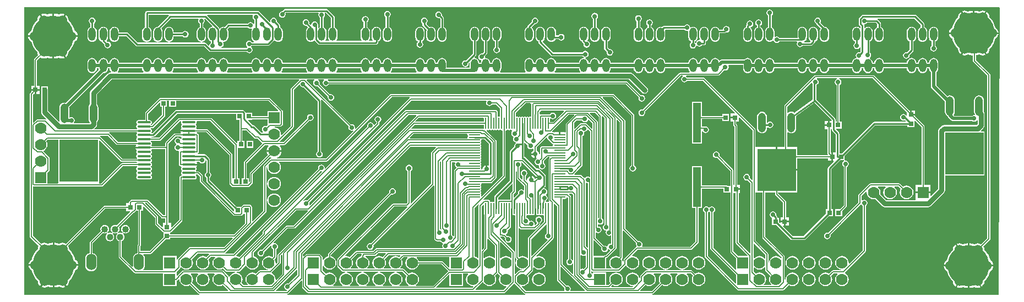
<source format=gtl>
%FSAX24Y24*%
%MOIN*%
G70*
G01*
G75*
G04 Layer_Physical_Order=1*
G04 Layer_Color=255*
%ADD10R,0.0300X0.0300*%
%ADD11R,0.0300X0.0300*%
G04:AMPARAMS|DCode=12|XSize=79mil|YSize=44mil|CornerRadius=22mil|HoleSize=0mil|Usage=FLASHONLY|Rotation=90.000|XOffset=0mil|YOffset=0mil|HoleType=Round|Shape=RoundedRectangle|*
%AMROUNDEDRECTD12*
21,1,0.0790,0.0000,0,0,90.0*
21,1,0.0350,0.0440,0,0,90.0*
1,1,0.0440,0.0000,0.0175*
1,1,0.0440,0.0000,-0.0175*
1,1,0.0440,0.0000,-0.0175*
1,1,0.0440,0.0000,0.0175*
%
%ADD12ROUNDEDRECTD12*%
%ADD13R,0.0472X0.2400*%
%ADD14O,0.0709X0.0094*%
%ADD15O,0.0094X0.0709*%
%ADD16O,0.0472X0.1181*%
%ADD17R,0.2323X0.2559*%
%ADD18O,0.0827X0.0138*%
%ADD19C,0.0060*%
%ADD20C,0.0100*%
%ADD21C,0.0094*%
%ADD22C,0.0295*%
%ADD23C,0.0197*%
%ADD24C,0.0700*%
%ADD25R,0.0700X0.0700*%
%ADD26R,0.0700X0.0700*%
%ADD27C,0.0400*%
%ADD28O,0.0600X0.1000*%
%ADD29C,0.0600*%
%ADD30C,0.2500*%
%ADD31C,0.0276*%
G36*
X025234Y061509D02*
X025234Y057456D01*
X025241Y057424D01*
X025208Y057391D01*
X025162Y057411D01*
X025162Y061494D01*
X025203Y061522D01*
X025234Y061509D01*
X025234Y061509D02*
G37*
G36*
X008305Y058095D02*
X008305Y058095D01*
X008305Y058095D01*
X008305Y058095D01*
X008305Y058095D01*
X008335Y058075D01*
X008370Y058068D01*
X008538Y058068D01*
X008538Y057790D01*
X008380Y057790D01*
X008380Y057556D01*
X008334Y057536D01*
X008092Y057779D01*
X008092Y058147D01*
X008085Y058182D01*
X008065Y058212D01*
X007310Y058967D01*
X007329Y059013D01*
X007387Y059013D01*
X008305Y058095D01*
X008305Y058095D02*
G37*
G36*
X026088Y061419D02*
X026074Y061397D01*
X026058Y061320D01*
X026074Y061243D01*
X026117Y061177D01*
X026143Y061160D01*
X026148Y061110D01*
X026035Y060997D01*
X026015Y060968D01*
X026008Y060933D01*
X026008Y057010D01*
X025960Y056996D01*
X025930Y057040D01*
X025880Y057074D01*
X025880Y061463D01*
X026065Y061463D01*
X026088Y061419D01*
X026088Y061419D02*
G37*
G36*
X006878Y056481D02*
X006872Y056475D01*
X006852Y056445D01*
X006845Y056410D01*
X006845Y055990D01*
X006845Y055973D01*
X006843Y055973D01*
X006755Y055936D01*
X006680Y055879D01*
X006622Y055803D01*
X006586Y055716D01*
X006574Y055622D01*
X006574Y055222D01*
X006583Y055154D01*
X006538Y055132D01*
X005897Y055773D01*
X005897Y056694D01*
X005936Y056710D01*
X005990Y056752D01*
X006032Y056806D01*
X006058Y056870D01*
X006067Y056938D01*
X006058Y057005D01*
X006032Y057069D01*
X005990Y057123D01*
X005975Y057135D01*
X006000Y057178D01*
X006052Y057157D01*
X006120Y057148D01*
X006188Y057157D01*
X006251Y057183D01*
X006305Y057225D01*
X006347Y057279D01*
X006373Y057342D01*
X006382Y057410D01*
X006373Y057478D01*
X006347Y057541D01*
X006305Y057595D01*
X006251Y057637D01*
X006188Y057663D01*
X006120Y057672D01*
X006052Y057663D01*
X005989Y057637D01*
X005935Y057595D01*
X005893Y057541D01*
X005867Y057478D01*
X005858Y057410D01*
X005867Y057342D01*
X005893Y057279D01*
X005935Y057225D01*
X005950Y057212D01*
X005925Y057169D01*
X005873Y057191D01*
X005805Y057200D01*
X005737Y057191D01*
X005685Y057169D01*
X005660Y057212D01*
X005676Y057225D01*
X005717Y057279D01*
X005743Y057342D01*
X005752Y057410D01*
X005743Y057478D01*
X005727Y057517D01*
X006620Y058410D01*
X006645Y058415D01*
X006675Y058435D01*
X006770Y058530D01*
X006878Y058530D01*
X006878Y056481D01*
X006878Y056481D02*
G37*
G36*
X034778Y064237D02*
X034778Y058093D01*
X034735Y058067D01*
X034722Y058075D01*
X034722Y063892D01*
X034715Y063927D01*
X034695Y063957D01*
X034232Y064420D01*
X034251Y064466D01*
X034549Y064466D01*
X034778Y064237D01*
X034778Y064237D02*
G37*
G36*
X030980Y058354D02*
X030982Y058345D01*
X030982Y058214D01*
X030990Y058215D01*
X031039Y058248D01*
X031044Y058256D01*
X031048Y058253D01*
X031090Y058245D01*
X031132Y058253D01*
X031167Y058277D01*
X031170Y058277D01*
X031205Y058253D01*
X031247Y058245D01*
X031289Y058253D01*
X031325Y058277D01*
X031327Y058277D01*
X031363Y058253D01*
X031405Y058245D01*
X031432Y058250D01*
X031471Y058218D01*
X031471Y057858D01*
X030525Y056913D01*
X030505Y056883D01*
X030498Y056848D01*
X030498Y055667D01*
X030451Y055651D01*
X030442Y055662D01*
X030357Y055728D01*
X030257Y055769D01*
X030150Y055784D01*
X030043Y055769D01*
X029963Y055736D01*
X029922Y055764D01*
X029922Y057465D01*
X029968Y057484D01*
X030029Y057424D01*
X030029Y057424D01*
X030029Y057424D01*
X030029Y057424D01*
X030029Y057424D01*
X030058Y057404D01*
X030094Y057397D01*
X030893Y057397D01*
X030929Y057404D01*
X030958Y057424D01*
X031213Y057678D01*
X031233Y057708D01*
X031240Y057743D01*
X031240Y057743D01*
X031240Y057743D01*
X031240Y057743D01*
X031240Y057801D01*
X031291Y057835D01*
X031334Y057900D01*
X031350Y057977D01*
X031334Y058055D01*
X031291Y058120D01*
X031225Y058164D01*
X031148Y058179D01*
X031071Y058164D01*
X031005Y058120D01*
X030962Y058055D01*
X030946Y057977D01*
X030962Y057900D01*
X031005Y057835D01*
X031035Y057815D01*
X031040Y057765D01*
X030930Y057655D01*
X030886Y057679D01*
X030894Y057720D01*
X030879Y057797D01*
X030835Y057863D01*
X030770Y057906D01*
X030693Y057922D01*
X030616Y057906D01*
X030612Y057904D01*
X030566Y057923D01*
X030556Y057972D01*
X030513Y058038D01*
X030447Y058081D01*
X030394Y058092D01*
X030394Y058218D01*
X030433Y058250D01*
X030460Y058245D01*
X030502Y058253D01*
X030537Y058277D01*
X030540Y058277D01*
X030576Y058253D01*
X030617Y058245D01*
X030659Y058253D01*
X030695Y058277D01*
X030698Y058277D01*
X030733Y058253D01*
X030775Y058245D01*
X030817Y058253D01*
X030821Y058256D01*
X030826Y058248D01*
X030875Y058215D01*
X030882Y058214D01*
X030882Y058345D01*
X030884Y058354D01*
X030884Y058661D01*
X030980Y058661D01*
X030980Y058354D01*
X030980Y058354D02*
G37*
G36*
X035128Y064127D02*
X035128Y057702D01*
X035077Y057668D01*
X035034Y057602D01*
X035018Y057525D01*
X035034Y057448D01*
X035077Y057382D01*
X035143Y057339D01*
X035220Y057323D01*
X035220Y057323D01*
X035214Y057287D01*
X035214Y057287D01*
X035214Y057287D01*
X035198Y057210D01*
X035214Y057133D01*
X035257Y057067D01*
X035323Y057024D01*
X035400Y057008D01*
X035477Y057024D01*
X035494Y057035D01*
X035538Y057011D01*
X035538Y056566D01*
X035509Y056542D01*
X035432Y056527D01*
X035367Y056483D01*
X035323Y056418D01*
X035318Y056389D01*
X035307Y056382D01*
X035271Y056367D01*
X035212Y056406D01*
X035135Y056422D01*
X035075Y056410D01*
X034582Y056903D01*
X034582Y057191D01*
X034626Y057215D01*
X034665Y057189D01*
X034742Y057173D01*
X034819Y057189D01*
X034885Y057232D01*
X034929Y057298D01*
X034944Y057375D01*
X034929Y057452D01*
X034885Y057518D01*
X034819Y057561D01*
X034742Y057577D01*
X034722Y057593D01*
X034722Y057691D01*
X034766Y057715D01*
X034793Y057696D01*
X034870Y057681D01*
X034947Y057696D01*
X035013Y057740D01*
X035056Y057806D01*
X035072Y057883D01*
X035056Y057960D01*
X035013Y058025D01*
X034962Y058059D01*
X034962Y064228D01*
X035008Y064247D01*
X035128Y064127D01*
X035128Y064127D02*
G37*
G36*
X012408Y061882D02*
X012408Y060181D01*
X012408Y060181D01*
X012408Y060181D01*
X012415Y060146D01*
X012435Y060117D01*
X012571Y059981D01*
X012601Y059961D01*
X012606Y059960D01*
X012636Y059954D01*
X013566Y059954D01*
X013601Y059961D01*
X013631Y059981D01*
X013631Y059981D01*
X013631Y059981D01*
X013800Y060150D01*
X013820Y060180D01*
X013827Y060215D01*
X013827Y060215D01*
X013827Y060215D01*
X013827Y060215D01*
X013827Y060737D01*
X014872Y061783D01*
X014893Y061767D01*
X014956Y061741D01*
X014946Y061692D01*
X014930Y061692D01*
X014901Y061686D01*
X014895Y061685D01*
X014865Y061665D01*
X014495Y061295D01*
X014475Y061265D01*
X014468Y061230D01*
X014468Y058528D01*
X013840Y057900D01*
X013794Y057919D01*
X013794Y058740D01*
X013787Y058775D01*
X013767Y058804D01*
X013711Y058861D01*
X013681Y058881D01*
X013646Y058888D01*
X013276Y058888D01*
X013241Y058881D01*
X013211Y058861D01*
X013110Y058760D01*
X012859Y058760D01*
X011232Y060386D01*
X011232Y060527D01*
X011263Y060547D01*
X011306Y060613D01*
X011322Y060690D01*
X011306Y060767D01*
X011263Y060833D01*
X011232Y060853D01*
X011232Y061625D01*
X011232Y061625D01*
X011224Y061668D01*
X011199Y061704D01*
X010988Y061915D01*
X010952Y061940D01*
X010909Y061948D01*
X010909Y061948D01*
X010463Y061948D01*
X010460Y061954D01*
X010460Y061965D01*
X010479Y062004D01*
X010495Y062007D01*
X010525Y062027D01*
X010532Y062034D01*
X010552Y062064D01*
X010559Y062099D01*
X010559Y063109D01*
X010552Y063144D01*
X010532Y063173D01*
X010525Y063181D01*
X010495Y063200D01*
X010460Y063207D01*
X010459Y063207D01*
X010437Y063244D01*
X010459Y063280D01*
X011010Y063280D01*
X012408Y061882D01*
X012408Y061882D02*
G37*
G36*
X029563Y058354D02*
X029565Y058345D01*
X029565Y058214D01*
X029572Y058215D01*
X029621Y058248D01*
X029626Y058256D01*
X029631Y058253D01*
X029673Y058245D01*
X029700Y058250D01*
X029738Y058218D01*
X029738Y055690D01*
X029745Y055655D01*
X029765Y055625D01*
X029801Y055589D01*
X029792Y055577D01*
X029751Y055477D01*
X029736Y055370D01*
X029751Y055263D01*
X029792Y055163D01*
X029858Y055078D01*
X029943Y055012D01*
X030043Y054971D01*
X030111Y054962D01*
X030107Y054912D01*
X029975Y054912D01*
X029946Y054906D01*
X029940Y054905D01*
X029910Y054885D01*
X029728Y054703D01*
X029682Y054722D01*
X029682Y056010D01*
X029675Y056045D01*
X029655Y056075D01*
X028808Y056922D01*
X028812Y056941D01*
X028829Y056969D01*
X028831Y056969D01*
X029008Y056952D01*
X029110Y056850D01*
X029098Y056790D01*
X029114Y056713D01*
X029157Y056647D01*
X029223Y056604D01*
X029300Y056588D01*
X029377Y056604D01*
X029443Y056647D01*
X029486Y056713D01*
X029502Y056790D01*
X029486Y056867D01*
X029443Y056933D01*
X029377Y056976D01*
X029300Y056992D01*
X029240Y056980D01*
X029162Y057058D01*
X029167Y057107D01*
X029215Y057140D01*
X029259Y057205D01*
X029274Y057282D01*
X029262Y057342D01*
X029422Y057502D01*
X029442Y057532D01*
X029449Y057567D01*
X029449Y057567D01*
X029449Y057567D01*
X029449Y057567D01*
X029449Y058178D01*
X029465Y058191D01*
X029465Y058345D01*
X029467Y058354D01*
X029467Y058661D01*
X029563Y058661D01*
X029563Y058354D01*
X029563Y058354D02*
G37*
G36*
X031628Y057691D02*
X031628Y057156D01*
X031577Y057122D01*
X031533Y057057D01*
X031518Y056980D01*
X031533Y056903D01*
X031577Y056837D01*
X031643Y056793D01*
X031662Y056789D01*
X031677Y056742D01*
X030728Y055793D01*
X030682Y055812D01*
X030682Y056810D01*
X031582Y057710D01*
X031628Y057691D01*
X031628Y057691D02*
G37*
G36*
X012622Y056852D02*
X012092Y056322D01*
X010030Y056322D01*
X009995Y056315D01*
X009965Y056295D01*
X009285Y055615D01*
X009265Y055585D01*
X009260Y055558D01*
X009210Y055563D01*
X009210Y055780D01*
X008390Y055780D01*
X008390Y054960D01*
X008390Y054960D01*
X008390Y054955D01*
X008355Y054920D01*
X007216Y054920D01*
X007194Y054965D01*
X007194Y054965D01*
X007251Y055040D01*
X007288Y055128D01*
X007300Y055222D01*
X007300Y055622D01*
X007288Y055716D01*
X007251Y055803D01*
X007205Y055863D01*
X007227Y055908D01*
X007640Y055908D01*
X007675Y055915D01*
X007705Y055935D01*
X007705Y055935D01*
X007705Y055935D01*
X008550Y056780D01*
X008840Y056780D01*
X008840Y056898D01*
X012603Y056898D01*
X012622Y056852D01*
X012622Y056852D02*
G37*
G36*
X034945Y056280D02*
X034933Y056220D01*
X034949Y056143D01*
X034992Y056077D01*
X035058Y056034D01*
X035135Y056018D01*
X035212Y056034D01*
X035278Y056077D01*
X035321Y056143D01*
X035327Y056171D01*
X035338Y056178D01*
X035374Y056193D01*
X035432Y056154D01*
X035453Y056150D01*
X035467Y056102D01*
X035203Y055838D01*
X035201Y055838D01*
X035166Y055831D01*
X035136Y055811D01*
X035105Y055780D01*
X034442Y055780D01*
X034442Y056718D01*
X034488Y056737D01*
X034945Y056280D01*
X034945Y056280D02*
G37*
G36*
X043068Y056590D02*
X043068Y056590D01*
X043068Y056590D01*
X043075Y056555D01*
X043095Y056525D01*
X043794Y055826D01*
X043775Y055780D01*
X043220Y055780D01*
X042932Y056068D01*
X042932Y059580D01*
X043068Y059580D01*
X043068Y056590D01*
X043068Y056590D02*
G37*
G36*
X034033Y060214D02*
X034110Y060198D01*
X034128Y060183D01*
X034128Y056315D01*
X034082Y056296D01*
X033974Y056404D01*
X033974Y060200D01*
X034018Y060224D01*
X034033Y060214D01*
X034033Y060214D02*
G37*
G36*
X024815Y060040D02*
X024815Y056836D01*
X024822Y056801D01*
X024842Y056771D01*
X024912Y056700D01*
X024942Y056680D01*
X024948Y056679D01*
X024977Y056673D01*
X025188Y056673D01*
X025222Y056622D01*
X025288Y056579D01*
X025326Y056571D01*
X025346Y056525D01*
X025314Y056477D01*
X025298Y056400D01*
X025314Y056323D01*
X025325Y056306D01*
X025301Y056262D01*
X021322Y056262D01*
X021287Y056255D01*
X021257Y056235D01*
X021124Y056102D01*
X020115Y056102D01*
X020080Y056095D01*
X020050Y056075D01*
X019694Y055719D01*
X019682Y055728D01*
X019582Y055769D01*
X019475Y055784D01*
X019452Y055781D01*
X019430Y055825D01*
X022388Y058783D01*
X023165Y058783D01*
X023166Y058783D01*
X023190Y058739D01*
X021000Y056550D01*
X020940Y056562D01*
X020863Y056546D01*
X020797Y056503D01*
X020754Y056437D01*
X020738Y056360D01*
X020754Y056283D01*
X020797Y056217D01*
X020863Y056174D01*
X020940Y056158D01*
X021017Y056174D01*
X021083Y056217D01*
X021126Y056283D01*
X021142Y056360D01*
X021130Y056420D01*
X024769Y060059D01*
X024815Y060040D01*
X024815Y060040D02*
G37*
G36*
X007908Y058109D02*
X007908Y057741D01*
X007908Y057741D01*
X007908Y057741D01*
X007915Y057705D01*
X007935Y057676D01*
X008378Y057233D01*
X008408Y057213D01*
X008420Y057211D01*
X008420Y057200D01*
X008420Y057200D01*
X008420Y056910D01*
X007602Y056092D01*
X007029Y056092D01*
X007029Y056372D01*
X007035Y056378D01*
X007055Y056408D01*
X007062Y056443D01*
X007062Y056443D01*
X007062Y056443D01*
X007062Y056443D01*
X007062Y058530D01*
X007180Y058530D01*
X007180Y058772D01*
X007226Y058791D01*
X007908Y058109D01*
X007908Y058109D02*
G37*
G36*
X027831Y058876D02*
X027831Y058354D01*
X027839Y058312D01*
X027848Y058298D01*
X027848Y056288D01*
X027728Y056168D01*
X027682Y056187D01*
X027682Y058792D01*
X027785Y058895D01*
X027831Y058876D01*
X027831Y058876D02*
G37*
G36*
X024912Y062362D02*
X024657Y062107D01*
X024637Y062077D01*
X024630Y062042D01*
X024630Y060180D01*
X023426Y058975D01*
X023382Y058999D01*
X023382Y059000D01*
X023382Y059000D01*
X023382Y059000D01*
X023382Y059000D01*
X023382Y060933D01*
X023433Y060967D01*
X023476Y061033D01*
X023492Y061110D01*
X023476Y061187D01*
X023433Y061253D01*
X023367Y061296D01*
X023290Y061312D01*
X023213Y061296D01*
X023147Y061253D01*
X023104Y061187D01*
X023088Y061110D01*
X023104Y061033D01*
X023147Y060967D01*
X023198Y060933D01*
X023198Y059038D01*
X023127Y058967D01*
X022350Y058967D01*
X022315Y058960D01*
X022285Y058940D01*
X018969Y055623D01*
X018949Y055594D01*
X018942Y055559D01*
X018942Y055189D01*
X018942Y055189D01*
X018942Y055189D01*
X018949Y055153D01*
X018969Y055124D01*
X019237Y054855D01*
X019267Y054835D01*
X019302Y054828D01*
X019432Y054828D01*
X019436Y054778D01*
X019368Y054769D01*
X019268Y054728D01*
X019183Y054662D01*
X019117Y054577D01*
X019076Y054477D01*
X019061Y054370D01*
X019076Y054263D01*
X019117Y054163D01*
X019183Y054078D01*
X019259Y054019D01*
X019243Y053972D01*
X018707Y053972D01*
X018691Y054019D01*
X018767Y054078D01*
X018833Y054163D01*
X018874Y054263D01*
X018889Y054370D01*
X018874Y054477D01*
X018833Y054577D01*
X018767Y054662D01*
X018682Y054728D01*
X018582Y054769D01*
X018475Y054784D01*
X018368Y054769D01*
X018268Y054728D01*
X018256Y054719D01*
X018062Y054913D01*
X018062Y055168D01*
X018111Y055178D01*
X018117Y055163D01*
X018183Y055078D01*
X018268Y055012D01*
X018368Y054971D01*
X018475Y054956D01*
X018582Y054971D01*
X018682Y055012D01*
X018767Y055078D01*
X018833Y055163D01*
X018874Y055263D01*
X018889Y055370D01*
X018874Y055477D01*
X018833Y055577D01*
X018767Y055662D01*
X018682Y055728D01*
X018582Y055769D01*
X018567Y055771D01*
X018567Y055847D01*
X022230Y059510D01*
X022290Y059498D01*
X022367Y059514D01*
X022433Y059557D01*
X022476Y059623D01*
X022492Y059700D01*
X022476Y059777D01*
X022433Y059843D01*
X022367Y059886D01*
X022290Y059902D01*
X022213Y059886D01*
X022147Y059843D01*
X022104Y059777D01*
X022088Y059700D01*
X022100Y059640D01*
X018410Y055950D01*
X018390Y055920D01*
X018383Y055885D01*
X018383Y055771D01*
X018368Y055769D01*
X018268Y055728D01*
X018183Y055662D01*
X018117Y055577D01*
X018111Y055562D01*
X018062Y055572D01*
X018062Y055705D01*
X018055Y055740D01*
X018035Y055770D01*
X017929Y055876D01*
X017899Y055896D01*
X017864Y055903D01*
X017084Y055903D01*
X017049Y055896D01*
X017019Y055876D01*
X016918Y055775D01*
X016872Y055794D01*
X016872Y055882D01*
X023398Y062408D01*
X024893Y062408D01*
X024912Y062362D01*
X024912Y062362D02*
G37*
G36*
X031801Y061732D02*
X031775Y061707D01*
X031755Y061677D01*
X031748Y061642D01*
X031748Y059170D01*
X031748Y059170D01*
X031748Y059170D01*
X031755Y059135D01*
X031768Y059115D01*
X031741Y059074D01*
X031720Y059078D01*
X031678Y059069D01*
X031642Y059046D01*
X031640Y059046D01*
X031604Y059069D01*
X031581Y059074D01*
X031571Y059123D01*
X031623Y059157D01*
X031666Y059223D01*
X031682Y059300D01*
X031666Y059377D01*
X031623Y059443D01*
X031579Y059472D01*
X031579Y059522D01*
X031603Y059537D01*
X031646Y059603D01*
X031662Y059680D01*
X031646Y059757D01*
X031603Y059823D01*
X031537Y059866D01*
X031487Y059876D01*
X031473Y059924D01*
X031520Y059972D01*
X031544Y060008D01*
X031553Y060051D01*
X031553Y060051D01*
X031553Y060642D01*
X031553Y060642D01*
X031544Y060685D01*
X031520Y060722D01*
X031520Y060722D01*
X031198Y061044D01*
X031230Y061082D01*
X031273Y061054D01*
X031350Y061038D01*
X031427Y061054D01*
X031493Y061097D01*
X031536Y061163D01*
X031552Y061240D01*
X031536Y061317D01*
X031493Y061383D01*
X031442Y061417D01*
X031442Y061532D01*
X031688Y061778D01*
X031781Y061778D01*
X031801Y061732D01*
X031801Y061732D02*
G37*
G36*
X030459Y062506D02*
X030447Y062446D01*
X030462Y062369D01*
X030506Y062304D01*
X030571Y062260D01*
X030648Y062245D01*
X030725Y062260D01*
X030791Y062304D01*
X030838Y062272D01*
X030838Y062169D01*
X030837Y062169D01*
X030759Y062116D01*
X030706Y062038D01*
X030697Y061995D01*
X030930Y061995D01*
X030930Y061945D01*
X030980Y061945D01*
X030980Y061712D01*
X030992Y061715D01*
X031011Y061669D01*
X030953Y061630D01*
X030909Y061564D01*
X030894Y061487D01*
X030909Y061410D01*
X030953Y061345D01*
X031018Y061301D01*
X031096Y061286D01*
X031116Y061290D01*
X031151Y061254D01*
X031148Y061240D01*
X031164Y061163D01*
X031207Y061098D01*
X031172Y061062D01*
X031159Y061071D01*
X031116Y061080D01*
X031116Y061080D01*
X031008Y061080D01*
X030298Y061789D01*
X030262Y061814D01*
X030257Y061815D01*
X030257Y062575D01*
X030257Y062575D01*
X030257Y062575D01*
X030257Y062642D01*
X030303Y062662D01*
X030459Y062506D01*
X030459Y062506D02*
G37*
G36*
X012733Y062487D02*
X012733Y060500D01*
X012615Y060500D01*
X012615Y060500D01*
X012615Y060500D01*
X012592Y060523D01*
X012592Y061920D01*
X012585Y061955D01*
X012565Y061985D01*
X011113Y063436D01*
X011084Y063456D01*
X011048Y063463D01*
X010445Y063463D01*
X010425Y063493D01*
X010415Y063500D01*
X010405Y063549D01*
X010424Y063577D01*
X010434Y063627D01*
X010424Y063678D01*
X010396Y063720D01*
X010381Y063730D01*
X010381Y063780D01*
X010396Y063790D01*
X010424Y063833D01*
X010434Y063883D01*
X010427Y063917D01*
X010459Y063956D01*
X011264Y063956D01*
X012733Y062487D01*
X012733Y062487D02*
G37*
G36*
X034258Y063330D02*
X034258Y060592D01*
X034214Y060568D01*
X034187Y060586D01*
X034110Y060602D01*
X034033Y060586D01*
X033967Y060543D01*
X033950Y060517D01*
X033901Y060512D01*
X033738Y060675D01*
X033708Y060695D01*
X033673Y060702D01*
X033309Y060702D01*
X033290Y060748D01*
X033765Y061223D01*
X033785Y061253D01*
X033792Y061288D01*
X033792Y063050D01*
X033833Y063077D01*
X033876Y063143D01*
X033892Y063220D01*
X033884Y063259D01*
X033892Y063301D01*
X033970Y063316D01*
X034035Y063360D01*
X034079Y063425D01*
X034082Y063443D01*
X034130Y063458D01*
X034258Y063330D01*
X034258Y063330D02*
G37*
G36*
X005571Y062539D02*
X005601Y062519D01*
X005607Y062518D01*
X005636Y062512D01*
X006747Y062512D01*
X006765Y062485D01*
X006774Y062468D01*
X006738Y062414D01*
X006735Y062398D01*
X007242Y062398D01*
X007242Y062298D01*
X006735Y062298D01*
X006738Y062282D01*
X006775Y062226D01*
X006785Y062220D01*
X006795Y062171D01*
X006776Y062142D01*
X006766Y062092D01*
X006776Y062042D01*
X006804Y061999D01*
X006819Y061989D01*
X006819Y061939D01*
X006804Y061929D01*
X006776Y061886D01*
X006766Y061836D01*
X006776Y061786D01*
X006804Y061743D01*
X006819Y061733D01*
X006819Y061683D01*
X006804Y061673D01*
X006804Y061672D01*
X005938Y061672D01*
X004615Y062995D01*
X004587Y063013D01*
X004602Y063061D01*
X005049Y063061D01*
X005571Y062539D01*
X005571Y062539D02*
G37*
G36*
X031652Y062940D02*
X031664Y062883D01*
X031707Y062817D01*
X031773Y062774D01*
X031784Y062771D01*
X031785Y062770D01*
X031963Y062592D01*
X031993Y062573D01*
X031993Y062573D01*
X031993Y062573D01*
X031993Y062573D01*
X031993Y062573D01*
X031993Y062573D01*
X032007Y062551D01*
X032007Y062551D01*
X032001Y062542D01*
X031992Y062500D01*
X031998Y062473D01*
X031966Y062434D01*
X031320Y062434D01*
X031291Y062428D01*
X031285Y062427D01*
X031255Y062407D01*
X031244Y062396D01*
X031224Y062367D01*
X031217Y062332D01*
X031217Y061974D01*
X031168Y061969D01*
X031154Y062038D01*
X031101Y062116D01*
X031023Y062169D01*
X031022Y062169D01*
X031022Y062372D01*
X031604Y062955D01*
X031652Y062940D01*
X031652Y062940D02*
G37*
G36*
X028122Y062589D02*
X028122Y061294D01*
X028078Y061271D01*
X028073Y061274D01*
X028030Y061283D01*
X028030Y061050D01*
X027930Y061050D01*
X027930Y061283D01*
X027887Y061274D01*
X027809Y061221D01*
X027756Y061143D01*
X027738Y061050D01*
X027727Y061037D01*
X027677Y061037D01*
X027662Y061055D01*
X027668Y061083D01*
X027659Y061124D01*
X027636Y061160D01*
X027636Y061163D01*
X027659Y061198D01*
X027668Y061240D01*
X027659Y061282D01*
X027636Y061317D01*
X027636Y061320D01*
X027659Y061356D01*
X027668Y061397D01*
X027659Y061439D01*
X027636Y061475D01*
X027636Y061478D01*
X027659Y061513D01*
X027668Y061555D01*
X027659Y061597D01*
X027636Y061632D01*
X027636Y061635D01*
X027659Y061671D01*
X027668Y061712D01*
X027659Y061754D01*
X027636Y061790D01*
X027636Y061793D01*
X027659Y061828D01*
X027668Y061870D01*
X027659Y061912D01*
X027636Y061947D01*
X027636Y061950D01*
X027659Y061986D01*
X027668Y062027D01*
X027659Y062069D01*
X027636Y062105D01*
X027636Y062108D01*
X027659Y062143D01*
X027668Y062185D01*
X027659Y062227D01*
X027636Y062262D01*
X027636Y062265D01*
X027659Y062301D01*
X027668Y062342D01*
X027659Y062384D01*
X027636Y062420D01*
X027636Y062423D01*
X027659Y062458D01*
X027668Y062500D01*
X027659Y062542D01*
X027636Y062577D01*
X027636Y062580D01*
X027659Y062615D01*
X027668Y062657D01*
X027659Y062699D01*
X027636Y062735D01*
X027636Y062737D01*
X027659Y062773D01*
X027668Y062815D01*
X027666Y062824D01*
X027698Y062863D01*
X027848Y062863D01*
X028122Y062589D01*
X028122Y062589D02*
G37*
G36*
X011008Y061557D02*
X011008Y060853D01*
X010977Y060833D01*
X010934Y060767D01*
X010918Y060690D01*
X010934Y060613D01*
X010977Y060547D01*
X011008Y060527D01*
X011008Y060340D01*
X011008Y060340D01*
X011016Y060297D01*
X011041Y060261D01*
X012700Y058601D01*
X012700Y058520D01*
X012654Y058501D01*
X010802Y060353D01*
X010802Y060625D01*
X010796Y060654D01*
X010795Y060660D01*
X010775Y060690D01*
X010587Y060877D01*
X010558Y060897D01*
X010522Y060904D01*
X010396Y060904D01*
X010396Y060905D01*
X010381Y060915D01*
X010381Y060965D01*
X010396Y060975D01*
X010424Y061018D01*
X010434Y061068D01*
X010424Y061119D01*
X010405Y061147D01*
X010415Y061196D01*
X010425Y061203D01*
X010462Y061258D01*
X010465Y061274D01*
X009958Y061274D01*
X009958Y061374D01*
X010465Y061374D01*
X010462Y061390D01*
X010426Y061444D01*
X010435Y061462D01*
X010453Y061488D01*
X010583Y061488D01*
X010617Y061438D01*
X010683Y061394D01*
X010760Y061379D01*
X010837Y061394D01*
X010903Y061438D01*
X010946Y061503D01*
X010958Y061562D01*
X011008Y061557D01*
X011008Y061557D02*
G37*
G36*
X030967Y060635D02*
X030966Y060634D01*
X030957Y060591D01*
X031190Y060591D01*
X031190Y060491D01*
X030957Y060491D01*
X030959Y060485D01*
X030922Y060452D01*
X030912Y060455D01*
X030904Y060493D01*
X030851Y060571D01*
X030773Y060624D01*
X030730Y060633D01*
X030730Y060400D01*
X030630Y060400D01*
X030630Y060633D01*
X030587Y060624D01*
X030509Y060571D01*
X030456Y060493D01*
X030438Y060400D01*
X030441Y060380D01*
X030397Y060357D01*
X030342Y060412D01*
X030342Y060633D01*
X030393Y060667D01*
X030436Y060733D01*
X030452Y060810D01*
X030436Y060887D01*
X030393Y060953D01*
X030327Y060996D01*
X030250Y061012D01*
X030173Y060996D01*
X030107Y060953D01*
X030064Y060887D01*
X030048Y060810D01*
X030064Y060733D01*
X030107Y060667D01*
X030158Y060633D01*
X030158Y060441D01*
X030112Y060422D01*
X029992Y060542D01*
X029992Y061158D01*
X030043Y061192D01*
X030086Y061258D01*
X030102Y061335D01*
X030086Y061412D01*
X030072Y061434D01*
X030085Y061459D01*
X030135Y061467D01*
X030967Y060635D01*
X030967Y060635D02*
G37*
G36*
X029808Y060907D02*
X029808Y060504D01*
X029808Y060504D01*
X029808Y060504D01*
X029815Y060469D01*
X029835Y060440D01*
X030258Y060016D01*
X030258Y059791D01*
X030214Y059767D01*
X030167Y059799D01*
X030090Y059814D01*
X030013Y059799D01*
X029947Y059755D01*
X029903Y059690D01*
X029888Y059612D01*
X029896Y059573D01*
X029653Y059330D01*
X029607Y059349D01*
X029607Y059507D01*
X029725Y059625D01*
X029735Y059640D01*
X029745Y059654D01*
X029745Y059655D01*
X029745Y059655D01*
X029748Y059672D01*
X029752Y059690D01*
X029758Y060907D01*
X029808Y060907D01*
X029808Y060907D02*
G37*
G36*
X013925Y062915D02*
X013955Y062895D01*
X013990Y062888D01*
X014132Y062888D01*
X014365Y062655D01*
X014386Y062641D01*
X014391Y062591D01*
X013310Y061510D01*
X013290Y061480D01*
X013283Y061445D01*
X013283Y060500D01*
X013165Y060500D01*
X013165Y060137D01*
X013035Y060137D01*
X013035Y060500D01*
X012917Y060500D01*
X012917Y062340D01*
X013320Y062340D01*
X013320Y062760D01*
X013202Y062760D01*
X013202Y063408D01*
X013432Y063408D01*
X013925Y062915D01*
X013925Y062915D02*
G37*
G36*
X023331Y065365D02*
X023329Y065364D01*
X017130Y059165D01*
X017070Y059177D01*
X016993Y059161D01*
X016928Y059118D01*
X016897Y059157D01*
X021470Y063730D01*
X021490Y063760D01*
X021491Y063766D01*
X021497Y063795D01*
X021497Y063878D01*
X021548Y063912D01*
X021591Y063978D01*
X021607Y064055D01*
X021591Y064132D01*
X021548Y064198D01*
X021482Y064241D01*
X021405Y064257D01*
X021328Y064241D01*
X021262Y064198D01*
X021219Y064132D01*
X021203Y064055D01*
X021219Y063978D01*
X021262Y063912D01*
X021308Y063882D01*
X021313Y063832D01*
X021199Y063719D01*
X021151Y063733D01*
X021146Y063757D01*
X021103Y063823D01*
X021037Y063866D01*
X020960Y063882D01*
X020883Y063866D01*
X020817Y063823D01*
X020774Y063757D01*
X020758Y063680D01*
X020770Y063620D01*
X018221Y061070D01*
X018176Y061094D01*
X018182Y061120D01*
X018166Y061197D01*
X018123Y061263D01*
X018057Y061306D01*
X017980Y061322D01*
X017903Y061306D01*
X017837Y061263D01*
X017794Y061197D01*
X017778Y061120D01*
X017790Y061060D01*
X012652Y055922D01*
X012187Y055922D01*
X012168Y055968D01*
X014625Y058425D01*
X014645Y058455D01*
X014652Y058490D01*
X014652Y058490D01*
X014652Y058490D01*
X014652Y058490D01*
X014652Y061164D01*
X014694Y061190D01*
X014709Y061183D01*
X014706Y061160D01*
X014721Y061053D01*
X014762Y060953D01*
X014828Y060868D01*
X014913Y060802D01*
X015013Y060761D01*
X015120Y060746D01*
X015227Y060761D01*
X015327Y060802D01*
X015412Y060868D01*
X015478Y060953D01*
X015519Y061053D01*
X015534Y061160D01*
X015519Y061267D01*
X015478Y061367D01*
X015412Y061452D01*
X015401Y061461D01*
X015417Y061508D01*
X018300Y061508D01*
X018335Y061515D01*
X018365Y061535D01*
X022243Y065413D01*
X023317Y065413D01*
X023331Y065365D01*
X023331Y065365D02*
G37*
G36*
X029571Y060149D02*
X029568Y059728D01*
X029450Y059610D01*
X029430Y059580D01*
X029423Y059545D01*
X029423Y059199D01*
X028745Y059199D01*
X028718Y059194D01*
X028697Y059211D01*
X028679Y059237D01*
X028679Y059323D01*
X029525Y060168D01*
X029571Y060149D01*
X029571Y060149D02*
G37*
G36*
X044088Y063392D02*
X044088Y060397D01*
X044042Y060378D01*
X043920Y060500D01*
X043932Y060560D01*
X043916Y060637D01*
X043873Y060703D01*
X043807Y060746D01*
X043730Y060762D01*
X043653Y060746D01*
X043587Y060703D01*
X043544Y060637D01*
X043528Y060560D01*
X043544Y060483D01*
X043587Y060417D01*
X043653Y060374D01*
X043730Y060358D01*
X043790Y060370D01*
X043968Y060192D01*
X043968Y055977D01*
X043922Y055958D01*
X043252Y056628D01*
X043252Y059580D01*
X043330Y059580D01*
X043330Y059780D01*
X043080Y059780D01*
X043080Y059880D01*
X043330Y059880D01*
X043330Y060080D01*
X043172Y060080D01*
X043172Y063660D01*
X043165Y063695D01*
X043145Y063725D01*
X043102Y063768D01*
X043102Y063920D01*
X043260Y063920D01*
X043260Y064155D01*
X043306Y064174D01*
X044088Y063392D01*
X044088Y063392D02*
G37*
G36*
X010618Y060587D02*
X010618Y060315D01*
X010618Y060315D01*
X010618Y060315D01*
X010625Y060280D01*
X010645Y060250D01*
X012654Y058241D01*
X012684Y058222D01*
X012719Y058215D01*
X013096Y058215D01*
X013131Y058222D01*
X013161Y058241D01*
X013225Y058305D01*
X013245Y058335D01*
X013246Y058340D01*
X013250Y058340D01*
X013250Y058340D01*
X013250Y058340D01*
X013368Y058340D01*
X013368Y057768D01*
X012682Y057082D01*
X008840Y057082D01*
X008840Y057200D01*
X008840Y057200D01*
X008840Y057209D01*
X008858Y057213D01*
X008888Y057233D01*
X008888Y057233D01*
X008888Y057233D01*
X009545Y057890D01*
X009565Y057920D01*
X009572Y057955D01*
X009572Y057955D01*
X009572Y057955D01*
X009572Y057955D01*
X009572Y060394D01*
X009610Y060426D01*
X009614Y060425D01*
X010303Y060425D01*
X010353Y060435D01*
X010396Y060464D01*
X010424Y060506D01*
X010434Y060557D01*
X010424Y060607D01*
X010396Y060650D01*
X010381Y060660D01*
X010381Y060710D01*
X010396Y060720D01*
X010396Y060721D01*
X010484Y060721D01*
X010618Y060587D01*
X010618Y060587D02*
G37*
G36*
X002073Y060216D02*
X002073Y060216D01*
X002073Y060211D01*
X002037Y060175D01*
X001390Y060175D01*
X001390Y060810D01*
X001495Y060915D01*
X001515Y060945D01*
X001522Y060980D01*
X001522Y060980D01*
X001522Y060980D01*
X001522Y060980D01*
X001522Y061710D01*
X001515Y061745D01*
X001495Y061775D01*
X001156Y062114D01*
X001166Y062163D01*
X001187Y062172D01*
X001272Y062238D01*
X001338Y062323D01*
X001379Y062423D01*
X001394Y062530D01*
X001379Y062637D01*
X001338Y062737D01*
X001329Y062749D01*
X001418Y062838D01*
X002073Y062838D01*
X002073Y060216D01*
X002073Y060216D02*
G37*
G36*
X005835Y061515D02*
X005835Y061515D01*
X005835Y061515D01*
X005835Y061515D01*
X005835Y061515D01*
X005865Y061495D01*
X005900Y061488D01*
X006804Y061488D01*
X006804Y061487D01*
X006819Y061477D01*
X006819Y061427D01*
X006804Y061417D01*
X006804Y061416D01*
X005934Y061416D01*
X005899Y061409D01*
X005869Y061389D01*
X004655Y060175D01*
X004516Y060175D01*
X004516Y060216D01*
X004516Y060216D01*
X004516Y062769D01*
X004562Y062788D01*
X005835Y061515D01*
X005835Y061515D02*
G37*
G36*
X034370Y054860D02*
X034400Y054840D01*
X034406Y054839D01*
X034435Y054833D01*
X035821Y054833D01*
X035825Y054783D01*
X035718Y054769D01*
X035618Y054728D01*
X035533Y054662D01*
X035467Y054577D01*
X035426Y054477D01*
X035411Y054370D01*
X035426Y054263D01*
X035467Y054163D01*
X035476Y054151D01*
X035347Y054022D01*
X035235Y054022D01*
X035235Y054780D01*
X034415Y054780D01*
X034415Y054730D01*
X034367Y054716D01*
X034363Y054723D01*
X034312Y054757D01*
X034312Y054853D01*
X034358Y054873D01*
X034370Y054860D01*
X034370Y054860D02*
G37*
G36*
X016524Y054927D02*
X016524Y054644D01*
X015990Y054110D01*
X015930Y054122D01*
X015853Y054106D01*
X015787Y054063D01*
X015744Y053997D01*
X015728Y053920D01*
X015744Y053843D01*
X015787Y053777D01*
X015853Y053734D01*
X015877Y053729D01*
X015885Y053702D01*
X015855Y053662D01*
X015258Y053662D01*
X015239Y053708D01*
X016478Y054946D01*
X016524Y054927D01*
X016524Y054927D02*
G37*
G36*
X023126Y054589D02*
X023117Y054577D01*
X023076Y054477D01*
X023061Y054370D01*
X023076Y054263D01*
X023117Y054163D01*
X023183Y054078D01*
X023259Y054019D01*
X023243Y053972D01*
X022707Y053972D01*
X022691Y054019D01*
X022767Y054078D01*
X022833Y054163D01*
X022874Y054263D01*
X022889Y054370D01*
X022874Y054477D01*
X022833Y054577D01*
X022767Y054662D01*
X022682Y054728D01*
X022582Y054769D01*
X022514Y054778D01*
X022518Y054828D01*
X022887Y054828D01*
X023126Y054589D01*
X023126Y054589D02*
G37*
G36*
X023194Y055671D02*
X023183Y055662D01*
X023117Y055577D01*
X023076Y055477D01*
X023061Y055370D01*
X023076Y055263D01*
X023117Y055163D01*
X023183Y055078D01*
X023268Y055012D01*
X023368Y054971D01*
X023475Y054956D01*
X023582Y054971D01*
X023682Y055012D01*
X023767Y055078D01*
X023833Y055163D01*
X023874Y055263D01*
X023876Y055278D01*
X025242Y055278D01*
X025645Y054875D01*
X025645Y054875D01*
X024742Y053972D01*
X023707Y053972D01*
X023691Y054019D01*
X023767Y054078D01*
X023833Y054163D01*
X023874Y054263D01*
X023889Y054370D01*
X023874Y054477D01*
X023833Y054577D01*
X023767Y054662D01*
X023682Y054728D01*
X023582Y054769D01*
X023475Y054784D01*
X023368Y054769D01*
X023268Y054728D01*
X023256Y054719D01*
X022990Y054985D01*
X022960Y055005D01*
X022925Y055012D01*
X022759Y055012D01*
X022743Y055059D01*
X022767Y055078D01*
X022833Y055163D01*
X022874Y055263D01*
X022889Y055370D01*
X022874Y055477D01*
X022833Y055577D01*
X022824Y055589D01*
X022953Y055718D01*
X023178Y055718D01*
X023194Y055671D01*
X023194Y055671D02*
G37*
G36*
X032918Y059308D02*
X032918Y055602D01*
X032867Y055568D01*
X032824Y055502D01*
X032808Y055425D01*
X032824Y055348D01*
X032867Y055282D01*
X032933Y055239D01*
X033010Y055223D01*
X033087Y055239D01*
X033153Y055282D01*
X033190Y055339D01*
X033238Y055324D01*
X033238Y054722D01*
X033192Y054703D01*
X032590Y055305D01*
X032590Y059241D01*
X032716Y059241D01*
X032758Y059249D01*
X032793Y059273D01*
X032817Y059308D01*
X032823Y059341D01*
X032871Y059356D01*
X032918Y059308D01*
X032918Y059308D02*
G37*
G36*
X032258Y058792D02*
X032258Y054330D01*
X032258Y054330D01*
X032258Y054330D01*
X032265Y054295D01*
X032285Y054265D01*
X032690Y053860D01*
X032678Y053800D01*
X032694Y053723D01*
X032705Y053706D01*
X032681Y053662D01*
X030363Y053662D01*
X030111Y053914D01*
X030133Y053959D01*
X030150Y053956D01*
X030257Y053971D01*
X030357Y054012D01*
X030442Y054078D01*
X030508Y054163D01*
X030549Y054263D01*
X030564Y054370D01*
X030549Y054477D01*
X030508Y054577D01*
X030499Y054589D01*
X030775Y054865D01*
X030795Y054895D01*
X030802Y054930D01*
X030802Y054930D01*
X030802Y054930D01*
X030802Y054930D01*
X030802Y055073D01*
X030849Y055089D01*
X030858Y055078D01*
X030943Y055012D01*
X031043Y054971D01*
X031150Y054956D01*
X031257Y054971D01*
X031357Y055012D01*
X031442Y055078D01*
X031508Y055163D01*
X031549Y055263D01*
X031564Y055370D01*
X031549Y055477D01*
X031508Y055577D01*
X031442Y055662D01*
X031357Y055728D01*
X031257Y055769D01*
X031150Y055784D01*
X031043Y055769D01*
X031027Y055763D01*
X030999Y055804D01*
X032018Y056823D01*
X032038Y056853D01*
X032045Y056888D01*
X032045Y058940D01*
X032091Y058959D01*
X032258Y058792D01*
X032258Y058792D02*
G37*
G36*
X041487Y058447D02*
X041538Y058413D01*
X041538Y056240D01*
X041538Y056240D01*
X041538Y056240D01*
X041545Y056205D01*
X041565Y056175D01*
X043090Y054650D01*
X043090Y054145D01*
X043044Y054126D01*
X041377Y055793D01*
X041377Y058423D01*
X041428Y058457D01*
X041429Y058459D01*
X041479Y058459D01*
X041487Y058447D01*
X041487Y058447D02*
G37*
G36*
X015608Y055828D02*
X015608Y054682D01*
X015256Y054329D01*
X015211Y054351D01*
X015214Y054370D01*
X015199Y054477D01*
X015158Y054577D01*
X015092Y054662D01*
X015007Y054728D01*
X014982Y054738D01*
X014972Y054787D01*
X015485Y055300D01*
X015505Y055330D01*
X015506Y055336D01*
X015512Y055365D01*
X015512Y055797D01*
X015562Y055847D01*
X015608Y055828D01*
X015608Y055828D02*
G37*
G36*
X022436Y054778D02*
X022368Y054769D01*
X022268Y054728D01*
X022183Y054662D01*
X022117Y054577D01*
X022076Y054477D01*
X022061Y054370D01*
X022076Y054263D01*
X022117Y054163D01*
X022183Y054078D01*
X022259Y054019D01*
X022243Y053972D01*
X021707Y053972D01*
X021691Y054019D01*
X021767Y054078D01*
X021833Y054163D01*
X021874Y054263D01*
X021889Y054370D01*
X021874Y054477D01*
X021833Y054577D01*
X021767Y054662D01*
X021682Y054728D01*
X021582Y054769D01*
X021514Y054778D01*
X021518Y054828D01*
X022432Y054828D01*
X022436Y054778D01*
X022436Y054778D02*
G37*
G36*
X028801Y054589D02*
X028792Y054577D01*
X028751Y054477D01*
X028736Y054370D01*
X028751Y054263D01*
X028792Y054163D01*
X028858Y054078D01*
X028943Y054012D01*
X029043Y053971D01*
X029150Y053956D01*
X029173Y053959D01*
X029195Y053915D01*
X029005Y053725D01*
X027330Y053725D01*
X027311Y053771D01*
X027734Y054194D01*
X027783Y054185D01*
X027792Y054163D01*
X027858Y054078D01*
X027943Y054012D01*
X028043Y053971D01*
X028150Y053956D01*
X028257Y053971D01*
X028357Y054012D01*
X028442Y054078D01*
X028508Y054163D01*
X028549Y054263D01*
X028564Y054370D01*
X028549Y054477D01*
X028508Y054577D01*
X028499Y054589D01*
X028650Y054740D01*
X028801Y054589D01*
X028801Y054589D02*
G37*
G36*
X038557Y054681D02*
X038533Y054662D01*
X038467Y054577D01*
X038426Y054477D01*
X038411Y054370D01*
X038426Y054263D01*
X038467Y054163D01*
X038476Y054151D01*
X037987Y053662D01*
X037312Y053662D01*
X037293Y053708D01*
X037606Y054021D01*
X037618Y054012D01*
X037718Y053971D01*
X037825Y053956D01*
X037932Y053971D01*
X038032Y054012D01*
X038117Y054078D01*
X038183Y054163D01*
X038224Y054263D01*
X038239Y054370D01*
X038224Y054477D01*
X038183Y054577D01*
X038117Y054662D01*
X038093Y054681D01*
X038109Y054728D01*
X038541Y054728D01*
X038557Y054681D01*
X038557Y054681D02*
G37*
G36*
X016808Y054273D02*
X016808Y053937D01*
X016808Y053937D01*
X016808Y053937D01*
X016815Y053902D01*
X016835Y053872D01*
X017139Y053568D01*
X017169Y053548D01*
X017204Y053541D01*
X029043Y053541D01*
X029078Y053548D01*
X029108Y053568D01*
X029108Y053568D01*
X029108Y053568D01*
X029628Y054088D01*
X029678Y054088D01*
X030260Y053505D01*
X030290Y053485D01*
X030317Y053480D01*
X030312Y053430D01*
X015923Y053430D01*
X015918Y053480D01*
X015945Y053485D01*
X015975Y053505D01*
X016762Y054292D01*
X016808Y054273D01*
X016808Y054273D02*
G37*
G36*
X033927Y053708D02*
X033908Y053662D01*
X033079Y053662D01*
X033055Y053706D01*
X033066Y053723D01*
X033082Y053800D01*
X033066Y053877D01*
X033023Y053943D01*
X032957Y053986D01*
X032880Y054002D01*
X032820Y053990D01*
X032442Y054368D01*
X032442Y055128D01*
X032488Y055147D01*
X033927Y053708D01*
X033927Y053708D02*
G37*
G36*
X020436Y054778D02*
X020368Y054769D01*
X020268Y054728D01*
X020183Y054662D01*
X020117Y054577D01*
X020076Y054477D01*
X020061Y054370D01*
X020076Y054263D01*
X020117Y054163D01*
X020183Y054078D01*
X020259Y054019D01*
X020243Y053972D01*
X019707Y053972D01*
X019691Y054019D01*
X019767Y054078D01*
X019833Y054163D01*
X019874Y054263D01*
X019889Y054370D01*
X019874Y054477D01*
X019833Y054577D01*
X019767Y054662D01*
X019682Y054728D01*
X019582Y054769D01*
X019514Y054778D01*
X019518Y054828D01*
X020432Y054828D01*
X020436Y054778D01*
X020436Y054778D02*
G37*
G36*
X021436Y054778D02*
X021368Y054769D01*
X021268Y054728D01*
X021183Y054662D01*
X021117Y054577D01*
X021076Y054477D01*
X021061Y054370D01*
X021076Y054263D01*
X021117Y054163D01*
X021183Y054078D01*
X021259Y054019D01*
X021243Y053972D01*
X020707Y053972D01*
X020691Y054019D01*
X020767Y054078D01*
X020833Y054163D01*
X020874Y054263D01*
X020889Y054370D01*
X020874Y054477D01*
X020833Y054577D01*
X020767Y054662D01*
X020682Y054728D01*
X020582Y054769D01*
X020514Y054778D01*
X020518Y054828D01*
X021432Y054828D01*
X021436Y054778D01*
X021436Y054778D02*
G37*
G36*
X011522Y054674D02*
X011508Y054662D01*
X011442Y054577D01*
X011401Y054477D01*
X011386Y054370D01*
X011401Y054263D01*
X011442Y054163D01*
X011508Y054078D01*
X011593Y054012D01*
X011693Y053971D01*
X011800Y053956D01*
X011907Y053971D01*
X012007Y054012D01*
X012019Y054021D01*
X012332Y053708D01*
X012313Y053662D01*
X010638Y053662D01*
X010149Y054151D01*
X010158Y054163D01*
X010199Y054263D01*
X010214Y054370D01*
X010199Y054477D01*
X010158Y054577D01*
X010092Y054662D01*
X010078Y054674D01*
X010094Y054721D01*
X010506Y054721D01*
X010522Y054674D01*
X010508Y054662D01*
X010442Y054577D01*
X010401Y054477D01*
X010386Y054370D01*
X010401Y054263D01*
X010442Y054163D01*
X010508Y054078D01*
X010593Y054012D01*
X010693Y053971D01*
X010800Y053956D01*
X010907Y053971D01*
X011007Y054012D01*
X011092Y054078D01*
X011158Y054163D01*
X011199Y054263D01*
X011214Y054370D01*
X011199Y054477D01*
X011158Y054577D01*
X011092Y054662D01*
X011078Y054674D01*
X011094Y054721D01*
X011506Y054721D01*
X011522Y054674D01*
X011522Y054674D02*
G37*
G36*
X026869Y054671D02*
X026858Y054662D01*
X026792Y054577D01*
X026751Y054477D01*
X026736Y054370D01*
X026751Y054263D01*
X026792Y054163D01*
X026858Y054078D01*
X026943Y054012D01*
X027043Y053971D01*
X027150Y053956D01*
X027173Y053959D01*
X027195Y053915D01*
X027127Y053846D01*
X024941Y053846D01*
X024922Y053893D01*
X025694Y054664D01*
X025740Y054645D01*
X025740Y053960D01*
X026560Y053960D01*
X026560Y054718D01*
X026853Y054718D01*
X026869Y054671D01*
X026869Y054671D02*
G37*
G36*
X044858Y055086D02*
X044858Y054920D01*
X044865Y054885D01*
X044885Y054855D01*
X045151Y054589D01*
X045142Y054577D01*
X045101Y054477D01*
X045086Y054370D01*
X045101Y054263D01*
X045142Y054163D01*
X045208Y054078D01*
X045227Y054063D01*
X045211Y054015D01*
X044789Y054015D01*
X044773Y054063D01*
X044792Y054078D01*
X044858Y054163D01*
X044899Y054263D01*
X044914Y054370D01*
X044899Y054477D01*
X044858Y054577D01*
X044792Y054662D01*
X044707Y054728D01*
X044607Y054769D01*
X044500Y054784D01*
X044393Y054769D01*
X044293Y054728D01*
X044281Y054719D01*
X044152Y054848D01*
X044152Y055073D01*
X044199Y055089D01*
X044208Y055078D01*
X044293Y055012D01*
X044393Y054971D01*
X044500Y054956D01*
X044607Y054971D01*
X044707Y055012D01*
X044792Y055078D01*
X044811Y055102D01*
X044858Y055086D01*
X044858Y055086D02*
G37*
G36*
X022767Y055792D02*
X022694Y055719D01*
X022682Y055728D01*
X022582Y055769D01*
X022475Y055784D01*
X022368Y055769D01*
X022268Y055728D01*
X022183Y055662D01*
X022117Y055577D01*
X022076Y055477D01*
X022061Y055370D01*
X022076Y055263D01*
X022117Y055163D01*
X022183Y055078D01*
X022207Y055059D01*
X022191Y055012D01*
X021759Y055012D01*
X021743Y055059D01*
X021767Y055078D01*
X021833Y055163D01*
X021874Y055263D01*
X021889Y055370D01*
X021874Y055477D01*
X021833Y055577D01*
X021824Y055589D01*
X022073Y055838D01*
X022748Y055838D01*
X022767Y055792D01*
X022767Y055792D02*
G37*
G36*
X021887Y055912D02*
X021694Y055719D01*
X021682Y055728D01*
X021582Y055769D01*
X021475Y055784D01*
X021368Y055769D01*
X021268Y055728D01*
X021183Y055662D01*
X021117Y055577D01*
X021076Y055477D01*
X021061Y055370D01*
X021076Y055263D01*
X021117Y055163D01*
X021183Y055078D01*
X021207Y055059D01*
X021191Y055012D01*
X020759Y055012D01*
X020743Y055059D01*
X020767Y055078D01*
X020833Y055163D01*
X020874Y055263D01*
X020889Y055370D01*
X020874Y055477D01*
X020833Y055577D01*
X020767Y055662D01*
X020682Y055728D01*
X020655Y055739D01*
X020665Y055788D01*
X021238Y055788D01*
X021273Y055795D01*
X021303Y055815D01*
X021446Y055958D01*
X021868Y055958D01*
X021887Y055912D01*
X021887Y055912D02*
G37*
G36*
X028498Y056392D02*
X028498Y055667D01*
X028451Y055651D01*
X028442Y055662D01*
X028357Y055728D01*
X028257Y055769D01*
X028150Y055784D01*
X028043Y055769D01*
X027943Y055728D01*
X027858Y055662D01*
X027849Y055651D01*
X027802Y055667D01*
X027802Y055982D01*
X028005Y056185D01*
X028025Y056215D01*
X028026Y056221D01*
X028032Y056250D01*
X028032Y056793D01*
X028078Y056812D01*
X028498Y056392D01*
X028498Y056392D02*
G37*
G36*
X029498Y055972D02*
X029498Y055667D01*
X029451Y055651D01*
X029442Y055662D01*
X029357Y055728D01*
X029257Y055769D01*
X029150Y055784D01*
X029043Y055769D01*
X028943Y055728D01*
X028858Y055662D01*
X028849Y055651D01*
X028802Y055667D01*
X028802Y056603D01*
X028848Y056622D01*
X029498Y055972D01*
X029498Y055972D02*
G37*
G36*
X017165Y058500D02*
X016297Y057632D01*
X015900Y057632D01*
X015871Y057626D01*
X015865Y057625D01*
X015835Y057605D01*
X014380Y056150D01*
X014320Y056162D01*
X014243Y056146D01*
X014177Y056103D01*
X014134Y056037D01*
X014118Y055960D01*
X014134Y055883D01*
X014177Y055817D01*
X014243Y055774D01*
X014320Y055758D01*
X014397Y055774D01*
X014463Y055817D01*
X014506Y055883D01*
X014522Y055960D01*
X014510Y056020D01*
X014918Y056428D01*
X014962Y056405D01*
X014953Y056360D01*
X014969Y056283D01*
X015012Y056217D01*
X015063Y056183D01*
X015063Y055763D01*
X015019Y055719D01*
X015007Y055728D01*
X014907Y055769D01*
X014800Y055784D01*
X014693Y055769D01*
X014593Y055728D01*
X014508Y055662D01*
X014442Y055577D01*
X014401Y055477D01*
X014386Y055370D01*
X014401Y055263D01*
X014442Y055163D01*
X014508Y055078D01*
X014593Y055012D01*
X014693Y054971D01*
X014761Y054962D01*
X014757Y054912D01*
X014250Y054912D01*
X014215Y054905D01*
X014185Y054885D01*
X014019Y054719D01*
X014007Y054728D01*
X013907Y054769D01*
X013800Y054784D01*
X013693Y054769D01*
X013593Y054728D01*
X013508Y054662D01*
X013442Y054577D01*
X013401Y054477D01*
X013386Y054370D01*
X013401Y054263D01*
X013442Y054163D01*
X013508Y054078D01*
X013519Y054069D01*
X013503Y054022D01*
X013278Y054022D01*
X013149Y054151D01*
X013158Y054163D01*
X013199Y054263D01*
X013214Y054370D01*
X013199Y054477D01*
X013158Y054577D01*
X013092Y054662D01*
X013007Y054728D01*
X012907Y054769D01*
X012840Y054778D01*
X012843Y054828D01*
X012980Y054828D01*
X013015Y054835D01*
X013045Y054855D01*
X013045Y054855D01*
X013045Y054855D01*
X013384Y055194D01*
X013433Y055184D01*
X013442Y055163D01*
X013508Y055078D01*
X013593Y055012D01*
X013693Y054971D01*
X013800Y054956D01*
X013907Y054971D01*
X014007Y055012D01*
X014092Y055078D01*
X014158Y055163D01*
X014199Y055263D01*
X014214Y055370D01*
X014199Y055477D01*
X014158Y055577D01*
X014092Y055662D01*
X014007Y055728D01*
X013907Y055769D01*
X013892Y055771D01*
X013892Y055973D01*
X016465Y058546D01*
X017146Y058546D01*
X017165Y058500D01*
X017165Y058500D02*
G37*
G36*
X036048Y063895D02*
X036048Y055766D01*
X036007Y055739D01*
X035932Y055769D01*
X035825Y055784D01*
X035718Y055769D01*
X035618Y055728D01*
X035533Y055662D01*
X035467Y055577D01*
X035426Y055477D01*
X035411Y055370D01*
X035426Y055263D01*
X035467Y055163D01*
X035533Y055078D01*
X035550Y055064D01*
X035534Y055017D01*
X035235Y055017D01*
X035235Y055650D01*
X035239Y055655D01*
X035241Y055655D01*
X035276Y055662D01*
X035306Y055681D01*
X035815Y056191D01*
X035835Y056220D01*
X035842Y056255D01*
X035842Y064036D01*
X035888Y064055D01*
X036048Y063895D01*
X036048Y063895D02*
G37*
G36*
X011182Y055882D02*
X011019Y055719D01*
X011007Y055728D01*
X010907Y055769D01*
X010800Y055784D01*
X010693Y055769D01*
X010593Y055728D01*
X010508Y055662D01*
X010442Y055577D01*
X010401Y055477D01*
X010386Y055370D01*
X010401Y055263D01*
X010442Y055163D01*
X010508Y055078D01*
X010593Y055012D01*
X010693Y054971D01*
X010800Y054956D01*
X010907Y054971D01*
X011007Y055012D01*
X011092Y055078D01*
X011158Y055163D01*
X011199Y055263D01*
X011214Y055370D01*
X011199Y055477D01*
X011158Y055577D01*
X011149Y055589D01*
X011298Y055738D01*
X011529Y055738D01*
X011545Y055691D01*
X011508Y055662D01*
X011442Y055577D01*
X011401Y055477D01*
X011386Y055370D01*
X011401Y055263D01*
X011442Y055163D01*
X011508Y055078D01*
X011593Y055012D01*
X011693Y054971D01*
X011800Y054956D01*
X011907Y054971D01*
X012007Y055012D01*
X012019Y055021D01*
X012185Y054855D01*
X012215Y054835D01*
X012221Y054834D01*
X012250Y054828D01*
X012757Y054828D01*
X012760Y054778D01*
X012693Y054769D01*
X012593Y054728D01*
X012508Y054662D01*
X012442Y054577D01*
X012428Y054544D01*
X012379Y054539D01*
X012365Y054560D01*
X012047Y054878D01*
X012017Y054898D01*
X011982Y054905D01*
X009613Y054905D01*
X009584Y054899D01*
X009578Y054898D01*
X009548Y054878D01*
X009265Y054595D01*
X009258Y054584D01*
X009210Y054598D01*
X009210Y054780D01*
X009210Y054780D01*
X009210Y054780D01*
X009198Y054808D01*
X009415Y055025D01*
X009435Y055055D01*
X009436Y055061D01*
X009442Y055089D01*
X009446Y055090D01*
X009498Y055090D01*
X009508Y055078D01*
X009593Y055012D01*
X009693Y054971D01*
X009800Y054956D01*
X009907Y054971D01*
X010007Y055012D01*
X010092Y055078D01*
X010158Y055163D01*
X010199Y055263D01*
X010214Y055370D01*
X010199Y055477D01*
X010158Y055577D01*
X010149Y055589D01*
X010488Y055928D01*
X011163Y055928D01*
X011182Y055882D01*
X011182Y055882D02*
G37*
G36*
X017980Y060918D02*
X018006Y060924D01*
X018030Y060879D01*
X014461Y057311D01*
X014441Y057281D01*
X014434Y057246D01*
X014434Y057134D01*
X013019Y055719D01*
X013007Y055728D01*
X012907Y055769D01*
X012832Y055779D01*
X012816Y055827D01*
X017920Y060930D01*
X017980Y060918D01*
X017980Y060918D02*
G37*
G36*
X027522Y058891D02*
X027505Y058865D01*
X027498Y058830D01*
X027498Y055667D01*
X027451Y055651D01*
X027442Y055662D01*
X027357Y055728D01*
X027257Y055769D01*
X027242Y055771D01*
X027242Y058681D01*
X027484Y058923D01*
X027522Y058891D01*
X027522Y058891D02*
G37*
G36*
X025740Y055105D02*
X025694Y055086D01*
X025345Y055435D01*
X025315Y055455D01*
X025280Y055462D01*
X023876Y055462D01*
X023874Y055477D01*
X023833Y055577D01*
X023767Y055662D01*
X023756Y055671D01*
X023772Y055718D01*
X025740Y055718D01*
X025740Y055105D01*
X025740Y055105D02*
G37*
G36*
X023732Y064277D02*
X015355Y055900D01*
X015335Y055870D01*
X015328Y055835D01*
X015328Y055403D01*
X015256Y055331D01*
X015211Y055353D01*
X015214Y055370D01*
X015199Y055477D01*
X015158Y055577D01*
X015149Y055589D01*
X015220Y055660D01*
X015240Y055690D01*
X015247Y055725D01*
X015247Y056183D01*
X015298Y056217D01*
X015341Y056283D01*
X015357Y056360D01*
X015341Y056437D01*
X015298Y056503D01*
X015232Y056546D01*
X015155Y056562D01*
X015110Y056553D01*
X015087Y056597D01*
X015938Y057448D01*
X016335Y057448D01*
X016370Y057455D01*
X016400Y057475D01*
X023248Y064323D01*
X023713Y064323D01*
X023732Y064277D01*
X023732Y064277D02*
G37*
G36*
X033717Y055837D02*
X033783Y055794D01*
X033860Y055778D01*
X033937Y055794D01*
X033958Y055808D01*
X034003Y055784D01*
X034003Y055137D01*
X033865Y055000D01*
X033805Y055012D01*
X033728Y054996D01*
X033713Y054986D01*
X033669Y055010D01*
X033669Y055824D01*
X033717Y055838D01*
X033717Y055837D01*
X033717Y055837D02*
G37*
G36*
X020417Y055872D02*
X020410Y055865D01*
X020390Y055835D01*
X020383Y055800D01*
X020383Y055771D01*
X020368Y055769D01*
X020268Y055728D01*
X020183Y055662D01*
X020117Y055577D01*
X020076Y055477D01*
X020061Y055370D01*
X020076Y055263D01*
X020117Y055163D01*
X020183Y055078D01*
X020207Y055059D01*
X020191Y055012D01*
X019759Y055012D01*
X019743Y055059D01*
X019767Y055078D01*
X019833Y055163D01*
X019874Y055263D01*
X019889Y055370D01*
X019874Y055477D01*
X019833Y055577D01*
X019824Y055589D01*
X020153Y055918D01*
X020398Y055918D01*
X020417Y055872D01*
X020417Y055872D02*
G37*
G36*
X044858Y055872D02*
X044858Y055654D01*
X044811Y055638D01*
X044792Y055662D01*
X044707Y055728D01*
X044607Y055769D01*
X044500Y055784D01*
X044393Y055769D01*
X044293Y055728D01*
X044208Y055662D01*
X044199Y055651D01*
X044152Y055667D01*
X044152Y056513D01*
X044198Y056532D01*
X044858Y055872D01*
X044858Y055872D02*
G37*
G36*
X044678Y056920D02*
X044678Y056920D01*
X044678Y056920D01*
X044685Y056885D01*
X044705Y056855D01*
X045853Y055707D01*
X045853Y055661D01*
X045806Y055645D01*
X045792Y055662D01*
X045707Y055728D01*
X045607Y055769D01*
X045500Y055784D01*
X045393Y055769D01*
X045293Y055728D01*
X045208Y055662D01*
X045142Y055577D01*
X045101Y055477D01*
X045092Y055409D01*
X045042Y055413D01*
X045042Y055910D01*
X045036Y055939D01*
X045035Y055945D01*
X045015Y055975D01*
X044272Y056718D01*
X044272Y059626D01*
X044283Y059626D01*
X044283Y059626D01*
X044678Y059626D01*
X044678Y056920D01*
X044678Y056920D02*
G37*
G36*
X037040Y056550D02*
X037028Y056490D01*
X037044Y056413D01*
X037066Y056379D01*
X037047Y056333D01*
X037042Y056332D01*
X037012Y056312D01*
X036305Y055605D01*
X036285Y055575D01*
X036278Y055540D01*
X036278Y055451D01*
X036228Y055447D01*
X036224Y055477D01*
X036183Y055577D01*
X036174Y055589D01*
X036205Y055620D01*
X036225Y055650D01*
X036226Y055656D01*
X036232Y055685D01*
X036232Y057293D01*
X036278Y057312D01*
X037040Y056550D01*
X037040Y056550D02*
G37*
G36*
X033238Y059492D02*
X033238Y055526D01*
X033190Y055511D01*
X033153Y055568D01*
X033102Y055602D01*
X033102Y059346D01*
X033095Y059382D01*
X033075Y059411D01*
X032959Y059527D01*
X032978Y059573D01*
X033157Y059573D01*
X033238Y059492D01*
X033238Y059492D02*
G37*
G36*
X012820Y064040D02*
X013018Y064040D01*
X013018Y063500D01*
X013018Y063500D01*
X013018Y063500D01*
X013018Y062760D01*
X012900Y062760D01*
X012900Y062645D01*
X012854Y062626D01*
X011367Y064113D01*
X011337Y064132D01*
X011302Y064139D01*
X009388Y064139D01*
X009358Y064134D01*
X009353Y064132D01*
X009323Y064113D01*
X008162Y062952D01*
X007715Y062952D01*
X007686Y062992D01*
X007689Y063004D01*
X007800Y063004D01*
X007800Y063004D01*
X007843Y063012D01*
X007879Y063036D01*
X009247Y064404D01*
X012820Y064404D01*
X012820Y064040D01*
X012820Y064040D02*
G37*
G36*
X015361Y064616D02*
X015342Y064570D01*
X014710Y064570D01*
X014710Y064252D01*
X013790Y064252D01*
X013790Y064460D01*
X013401Y064460D01*
X013394Y064495D01*
X013369Y064532D01*
X013369Y064532D01*
X013306Y064595D01*
X013269Y064619D01*
X013226Y064628D01*
X013226Y064628D01*
X009200Y064628D01*
X009200Y064628D01*
X009157Y064619D01*
X009121Y064595D01*
X009121Y064595D01*
X007754Y063228D01*
X007689Y063228D01*
X007675Y063276D01*
X007679Y063279D01*
X007708Y063321D01*
X007718Y063372D01*
X007708Y063422D01*
X007679Y063465D01*
X007664Y063475D01*
X007664Y063525D01*
X007679Y063535D01*
X007680Y063536D01*
X007750Y063536D01*
X007785Y063543D01*
X007815Y063563D01*
X008495Y064243D01*
X008515Y064272D01*
X008522Y064307D01*
X008522Y064307D01*
X008522Y064307D01*
X008522Y064307D01*
X008522Y064820D01*
X008640Y064820D01*
X008640Y065180D01*
X008770Y065180D01*
X008770Y064820D01*
X009190Y064820D01*
X009190Y065180D01*
X014797Y065180D01*
X015361Y064616D01*
X015361Y064616D02*
G37*
G36*
X030690Y065009D02*
X030683Y064973D01*
X030683Y064262D01*
X030644Y064230D01*
X030617Y064235D01*
X030576Y064227D01*
X030540Y064203D01*
X030537Y064203D01*
X030502Y064227D01*
X030460Y064235D01*
X030418Y064227D01*
X030383Y064203D01*
X030380Y064203D01*
X030344Y064227D01*
X030302Y064235D01*
X030261Y064227D01*
X030225Y064203D01*
X030222Y064203D01*
X030187Y064227D01*
X030145Y064235D01*
X030103Y064227D01*
X030068Y064203D01*
X030065Y064203D01*
X030029Y064227D01*
X029987Y064235D01*
X029946Y064227D01*
X029910Y064203D01*
X029907Y064203D01*
X029872Y064227D01*
X029830Y064235D01*
X029803Y064230D01*
X029764Y064262D01*
X029764Y064441D01*
X030371Y065048D01*
X030631Y065048D01*
X030690Y065009D01*
X030690Y065009D02*
G37*
G36*
X040201Y067147D02*
X040210Y067074D01*
X040238Y067005D01*
X040283Y066947D01*
X040249Y066902D01*
X039730Y066902D01*
X039695Y066895D01*
X039665Y066875D01*
X037440Y064650D01*
X037380Y064662D01*
X037303Y064646D01*
X037237Y064603D01*
X037194Y064537D01*
X037178Y064460D01*
X037194Y064383D01*
X037237Y064317D01*
X037303Y064274D01*
X037380Y064258D01*
X037457Y064274D01*
X037523Y064317D01*
X037566Y064383D01*
X037582Y064460D01*
X037570Y064520D01*
X039768Y066718D01*
X039844Y066718D01*
X039859Y066670D01*
X039817Y066643D01*
X039774Y066577D01*
X039758Y066500D01*
X039774Y066423D01*
X039817Y066357D01*
X039883Y066314D01*
X039960Y066298D01*
X040037Y066314D01*
X040103Y066357D01*
X040137Y066408D01*
X041072Y066408D01*
X043014Y064466D01*
X042995Y064420D01*
X042760Y064420D01*
X042760Y064220D01*
X043010Y064220D01*
X043010Y064120D01*
X042760Y064120D01*
X042760Y063920D01*
X042918Y063920D01*
X042918Y063730D01*
X042918Y063730D01*
X042918Y063730D01*
X042925Y063695D01*
X042945Y063665D01*
X042988Y063622D01*
X042988Y060080D01*
X042932Y060080D01*
X042932Y060970D01*
X042925Y061005D01*
X042905Y061035D01*
X042080Y061860D01*
X042092Y061920D01*
X042076Y061997D01*
X042033Y062063D01*
X041967Y062106D01*
X041890Y062122D01*
X041813Y062106D01*
X041747Y062063D01*
X041704Y061997D01*
X041688Y061920D01*
X041704Y061843D01*
X041747Y061777D01*
X041813Y061734D01*
X041890Y061718D01*
X041950Y061730D01*
X042748Y060932D01*
X042748Y060048D01*
X042740Y060040D01*
X042713Y060040D01*
X042713Y060040D01*
X042713Y060040D01*
X042572Y060040D01*
X042565Y060045D01*
X042530Y060052D01*
X041026Y060052D01*
X041026Y061215D01*
X040434Y061215D01*
X040434Y058695D01*
X040638Y058695D01*
X040638Y056663D01*
X040314Y056339D01*
X037420Y056339D01*
X037396Y056383D01*
X037416Y056413D01*
X037432Y056490D01*
X037416Y056567D01*
X037373Y056633D01*
X037307Y056676D01*
X037230Y056692D01*
X037170Y056680D01*
X036382Y057468D01*
X036382Y063955D01*
X036375Y063990D01*
X036355Y064020D01*
X035008Y065367D01*
X035027Y065413D01*
X035607Y065413D01*
X036748Y064272D01*
X036748Y061277D01*
X036697Y061243D01*
X036654Y061177D01*
X036638Y061100D01*
X036654Y061023D01*
X036697Y060957D01*
X036763Y060914D01*
X036840Y060898D01*
X036917Y060914D01*
X036983Y060957D01*
X037026Y061023D01*
X037042Y061100D01*
X037026Y061177D01*
X036983Y061243D01*
X036932Y061277D01*
X036932Y064310D01*
X036925Y064345D01*
X036905Y064375D01*
X035710Y065570D01*
X035680Y065590D01*
X035645Y065597D01*
X022205Y065597D01*
X022170Y065590D01*
X022140Y065570D01*
X020053Y063483D01*
X020009Y063506D01*
X020022Y063570D01*
X020006Y063647D01*
X019963Y063713D01*
X019897Y063756D01*
X019820Y063772D01*
X019768Y063761D01*
X017095Y066435D01*
X017114Y066481D01*
X017554Y066481D01*
X017568Y066433D01*
X017537Y066413D01*
X017494Y066347D01*
X017478Y066270D01*
X017494Y066193D01*
X017537Y066127D01*
X017603Y066084D01*
X017680Y066068D01*
X017740Y066080D01*
X018370Y065450D01*
X018358Y065390D01*
X018374Y065313D01*
X018417Y065247D01*
X018483Y065204D01*
X018560Y065188D01*
X018637Y065204D01*
X018703Y065247D01*
X018746Y065313D01*
X018762Y065390D01*
X018746Y065467D01*
X018703Y065533D01*
X018637Y065576D01*
X018560Y065592D01*
X018500Y065580D01*
X017870Y066210D01*
X017882Y066270D01*
X017866Y066347D01*
X017823Y066413D01*
X017792Y066433D01*
X017806Y066481D01*
X018134Y066481D01*
X018148Y066433D01*
X018117Y066413D01*
X018074Y066347D01*
X018058Y066270D01*
X018074Y066193D01*
X018117Y066127D01*
X018183Y066084D01*
X018260Y066068D01*
X018337Y066084D01*
X018403Y066127D01*
X018437Y066178D01*
X036412Y066178D01*
X037190Y065400D01*
X037178Y065340D01*
X037194Y065263D01*
X037237Y065197D01*
X037303Y065154D01*
X037380Y065138D01*
X037457Y065154D01*
X037523Y065197D01*
X037566Y065263D01*
X037582Y065340D01*
X037566Y065417D01*
X037523Y065483D01*
X037457Y065526D01*
X037380Y065542D01*
X037320Y065530D01*
X036515Y066335D01*
X036485Y066355D01*
X036450Y066362D01*
X018437Y066362D01*
X018403Y066413D01*
X018372Y066433D01*
X018386Y066481D01*
X036599Y066481D01*
X037400Y065680D01*
X037469Y065634D01*
X037550Y065618D01*
X037631Y065634D01*
X037700Y065680D01*
X037746Y065749D01*
X037762Y065830D01*
X037746Y065911D01*
X037700Y065980D01*
X036837Y066843D01*
X036768Y066888D01*
X036687Y066905D01*
X035432Y066905D01*
X035410Y066949D01*
X035453Y067005D01*
X035481Y067074D01*
X035491Y067147D01*
X035491Y067158D01*
X036894Y067158D01*
X036894Y067147D01*
X036903Y067074D01*
X036931Y067005D01*
X036976Y066947D01*
X037035Y066902D01*
X037103Y066874D01*
X037176Y066864D01*
X037249Y066874D01*
X037317Y066902D01*
X037376Y066947D01*
X037421Y067005D01*
X037449Y067074D01*
X037458Y067147D01*
X037458Y067158D01*
X037563Y067158D01*
X037563Y067147D01*
X037572Y067074D01*
X037601Y067005D01*
X037646Y066947D01*
X037704Y066902D01*
X037772Y066874D01*
X037845Y066864D01*
X037918Y066874D01*
X037986Y066902D01*
X038045Y066947D01*
X038090Y067005D01*
X038118Y067074D01*
X038128Y067147D01*
X038128Y067158D01*
X038233Y067158D01*
X038233Y067147D01*
X038242Y067074D01*
X038271Y067005D01*
X038316Y066947D01*
X038374Y066902D01*
X038442Y066874D01*
X038515Y066864D01*
X038588Y066874D01*
X038656Y066902D01*
X038715Y066947D01*
X038760Y067005D01*
X038788Y067074D01*
X038798Y067147D01*
X038798Y067158D01*
X040201Y067158D01*
X040201Y067147D01*
X040201Y067147D02*
G37*
G36*
X005162Y067147D02*
X005172Y067074D01*
X005200Y067005D01*
X005243Y066949D01*
X005221Y066905D01*
X005198Y066905D01*
X005117Y066888D01*
X005048Y066843D01*
X004030Y065825D01*
X003984Y065756D01*
X003968Y065675D01*
X003968Y065675D01*
X003968Y065675D01*
X003968Y065675D01*
X003968Y065675D01*
X003968Y064985D01*
X003921Y064924D01*
X003891Y064852D01*
X003881Y064774D01*
X003881Y064066D01*
X003891Y063988D01*
X003921Y063916D01*
X003955Y063872D01*
X003933Y063827D01*
X003030Y063827D01*
X003006Y063871D01*
X003036Y063916D01*
X003052Y063994D01*
X003036Y064071D01*
X002993Y064136D01*
X002927Y064180D01*
X002850Y064195D01*
X002773Y064180D01*
X002751Y064165D01*
X002707Y064189D01*
X002707Y064774D01*
X002703Y064805D01*
X004764Y066866D01*
X004774Y066864D01*
X004848Y066874D01*
X004916Y066902D01*
X004974Y066947D01*
X005019Y067005D01*
X005047Y067074D01*
X005057Y067147D01*
X005057Y067158D01*
X005162Y067158D01*
X005162Y067147D01*
X005162Y067147D02*
G37*
G36*
X016679Y066148D02*
X016684Y066123D01*
X016727Y066057D01*
X016793Y066014D01*
X016870Y065998D01*
X016906Y066005D01*
X017748Y065164D01*
X017748Y062113D01*
X017717Y062093D01*
X017674Y062027D01*
X017658Y061950D01*
X017674Y061873D01*
X017717Y061807D01*
X017783Y061764D01*
X017860Y061748D01*
X017937Y061764D01*
X018003Y061807D01*
X018046Y061873D01*
X018062Y061950D01*
X018046Y062027D01*
X018003Y062093D01*
X017972Y062113D01*
X017972Y065210D01*
X017967Y065235D01*
X018011Y065259D01*
X019632Y063638D01*
X019618Y063570D01*
X019634Y063493D01*
X019677Y063427D01*
X019743Y063384D01*
X019820Y063368D01*
X019884Y063381D01*
X019907Y063337D01*
X018262Y061692D01*
X015294Y061692D01*
X015284Y061741D01*
X015347Y061767D01*
X015441Y061839D01*
X015513Y061933D01*
X015558Y062043D01*
X015567Y062110D01*
X014673Y062110D01*
X014682Y062043D01*
X014727Y061933D01*
X014743Y061912D01*
X013670Y060840D01*
X013650Y060810D01*
X013643Y060775D01*
X013643Y060281D01*
X013602Y060253D01*
X013585Y060260D01*
X013585Y060500D01*
X013467Y060500D01*
X013467Y061407D01*
X014568Y062508D01*
X014763Y062508D01*
X014786Y062463D01*
X014727Y062387D01*
X014682Y062277D01*
X014673Y062210D01*
X015567Y062210D01*
X015558Y062277D01*
X015513Y062387D01*
X015454Y062463D01*
X015477Y062508D01*
X015740Y062508D01*
X015775Y062515D01*
X015805Y062535D01*
X015805Y062535D01*
X015805Y062535D01*
X017250Y063980D01*
X017310Y063968D01*
X017387Y063984D01*
X017453Y064027D01*
X017496Y064093D01*
X017512Y064170D01*
X017496Y064247D01*
X017453Y064313D01*
X017387Y064356D01*
X017310Y064372D01*
X017233Y064356D01*
X017167Y064313D01*
X017124Y064247D01*
X017108Y064170D01*
X017120Y064110D01*
X015702Y062692D01*
X015477Y062692D01*
X015458Y062738D01*
X016285Y063565D01*
X016305Y063595D01*
X016306Y063601D01*
X016312Y063630D01*
X016312Y065844D01*
X016631Y066163D01*
X016679Y066148D01*
X016679Y066148D02*
G37*
G36*
X027833Y064135D02*
X027831Y064126D01*
X027831Y063912D01*
X023692Y063912D01*
X023673Y063958D01*
X023888Y064174D01*
X027801Y064174D01*
X027833Y064135D01*
X027833Y064135D02*
G37*
G36*
X027983Y065163D02*
X027969Y065142D01*
X027953Y065065D01*
X027969Y064988D01*
X028012Y064922D01*
X028078Y064879D01*
X028155Y064863D01*
X028232Y064879D01*
X028298Y064922D01*
X028332Y064973D01*
X028537Y064973D01*
X028793Y064717D01*
X028793Y064262D01*
X028755Y064230D01*
X028728Y064235D01*
X028701Y064230D01*
X028662Y064262D01*
X028662Y064514D01*
X028655Y064549D01*
X028635Y064579D01*
X028614Y064600D01*
X028584Y064620D01*
X028549Y064627D01*
X023090Y064627D01*
X023055Y064620D01*
X023026Y064600D01*
X017301Y058875D01*
X017257Y058899D01*
X017272Y058975D01*
X017260Y059035D01*
X023432Y065208D01*
X027959Y065208D01*
X027983Y065163D01*
X027983Y065163D02*
G37*
G36*
X032662Y064542D02*
X032031Y063910D01*
X031829Y063910D01*
X031829Y064090D01*
X031873Y064113D01*
X031918Y064084D01*
X031995Y064068D01*
X032072Y064084D01*
X032138Y064127D01*
X032181Y064193D01*
X032197Y064270D01*
X032181Y064347D01*
X032138Y064413D01*
X032072Y064456D01*
X031995Y064472D01*
X031918Y064456D01*
X031852Y064413D01*
X031818Y064362D01*
X031257Y064362D01*
X031222Y064355D01*
X031182Y064416D01*
X031182Y064493D01*
X031276Y064588D01*
X032643Y064588D01*
X032662Y064542D01*
X032662Y064542D02*
G37*
G36*
X023665Y067147D02*
X023675Y067074D01*
X023703Y067005D01*
X023746Y066949D01*
X023724Y066905D01*
X022204Y066905D01*
X022181Y066949D01*
X022224Y067005D01*
X022253Y067074D01*
X022262Y067147D01*
X022262Y067158D01*
X023665Y067158D01*
X023665Y067147D01*
X023665Y067147D02*
G37*
G36*
X020358Y067147D02*
X020368Y067074D01*
X020396Y067005D01*
X020439Y066949D01*
X020417Y066905D01*
X018896Y066905D01*
X018874Y066949D01*
X018917Y067005D01*
X018946Y067074D01*
X018955Y067147D01*
X018955Y067158D01*
X020358Y067158D01*
X020358Y067147D01*
X020358Y067147D02*
G37*
G36*
X059055Y070831D02*
X059000Y053430D01*
X038038Y053430D01*
X038033Y053480D01*
X038060Y053485D01*
X038090Y053505D01*
X038090Y053505D01*
X038090Y053505D01*
X038606Y054021D01*
X038618Y054012D01*
X038718Y053971D01*
X038825Y053956D01*
X038932Y053971D01*
X039032Y054012D01*
X039117Y054078D01*
X039183Y054163D01*
X039224Y054263D01*
X039239Y054370D01*
X039224Y054477D01*
X039183Y054577D01*
X039117Y054662D01*
X039093Y054681D01*
X039109Y054728D01*
X039540Y054728D01*
X039557Y054681D01*
X039533Y054662D01*
X039467Y054577D01*
X039426Y054477D01*
X039411Y054370D01*
X039426Y054263D01*
X039467Y054163D01*
X039533Y054078D01*
X039618Y054012D01*
X039718Y053971D01*
X039825Y053956D01*
X039932Y053971D01*
X040032Y054012D01*
X040117Y054078D01*
X040183Y054163D01*
X040224Y054263D01*
X040239Y054370D01*
X040224Y054477D01*
X040183Y054577D01*
X040117Y054662D01*
X040093Y054681D01*
X040110Y054728D01*
X040337Y054728D01*
X040476Y054589D01*
X040467Y054577D01*
X040426Y054477D01*
X040411Y054370D01*
X040426Y054263D01*
X040467Y054163D01*
X040533Y054078D01*
X040618Y054012D01*
X040718Y053971D01*
X040825Y053956D01*
X040932Y053971D01*
X041032Y054012D01*
X041117Y054078D01*
X041183Y054163D01*
X041224Y054263D01*
X041239Y054370D01*
X041224Y054477D01*
X041183Y054577D01*
X041117Y054662D01*
X041032Y054728D01*
X040932Y054769D01*
X040825Y054784D01*
X040718Y054769D01*
X040618Y054728D01*
X040606Y054719D01*
X040440Y054885D01*
X040410Y054905D01*
X040375Y054912D01*
X039868Y054912D01*
X039864Y054962D01*
X039932Y054971D01*
X040032Y055012D01*
X040117Y055078D01*
X040183Y055163D01*
X040224Y055263D01*
X040239Y055370D01*
X040224Y055477D01*
X040183Y055577D01*
X040117Y055662D01*
X040032Y055728D01*
X039932Y055769D01*
X039825Y055784D01*
X039718Y055769D01*
X039618Y055728D01*
X039533Y055662D01*
X039467Y055577D01*
X039426Y055477D01*
X039411Y055370D01*
X039426Y055263D01*
X039467Y055163D01*
X039533Y055078D01*
X039618Y055012D01*
X039718Y054971D01*
X039786Y054962D01*
X039782Y054912D01*
X038868Y054912D01*
X038864Y054962D01*
X038932Y054971D01*
X039032Y055012D01*
X039117Y055078D01*
X039183Y055163D01*
X039224Y055263D01*
X039239Y055370D01*
X039224Y055477D01*
X039183Y055577D01*
X039117Y055662D01*
X039032Y055728D01*
X038932Y055769D01*
X038825Y055784D01*
X038718Y055769D01*
X038618Y055728D01*
X038533Y055662D01*
X038467Y055577D01*
X038426Y055477D01*
X038411Y055370D01*
X038426Y055263D01*
X038467Y055163D01*
X038533Y055078D01*
X038618Y055012D01*
X038718Y054971D01*
X038786Y054962D01*
X038782Y054912D01*
X037868Y054912D01*
X037864Y054962D01*
X037932Y054971D01*
X038032Y055012D01*
X038117Y055078D01*
X038183Y055163D01*
X038224Y055263D01*
X038239Y055370D01*
X038224Y055477D01*
X038183Y055577D01*
X038117Y055662D01*
X038032Y055728D01*
X037932Y055769D01*
X037825Y055784D01*
X037718Y055769D01*
X037618Y055728D01*
X037533Y055662D01*
X037467Y055577D01*
X037426Y055477D01*
X037411Y055370D01*
X037426Y055263D01*
X037467Y055163D01*
X037533Y055078D01*
X037618Y055012D01*
X037718Y054971D01*
X037786Y054962D01*
X037782Y054912D01*
X037650Y054912D01*
X037615Y054905D01*
X037585Y054885D01*
X037305Y054605D01*
X037285Y054575D01*
X037278Y054540D01*
X037278Y054451D01*
X037228Y054447D01*
X037224Y054477D01*
X037183Y054577D01*
X037117Y054662D01*
X037032Y054728D01*
X036932Y054769D01*
X036825Y054784D01*
X036718Y054769D01*
X036618Y054728D01*
X036533Y054662D01*
X036467Y054577D01*
X036426Y054477D01*
X036411Y054370D01*
X036426Y054263D01*
X036467Y054163D01*
X036533Y054078D01*
X036618Y054012D01*
X036718Y053971D01*
X036825Y053956D01*
X036842Y053959D01*
X036849Y053944D01*
X036823Y053902D01*
X035552Y053902D01*
X035533Y053948D01*
X035606Y054021D01*
X035618Y054012D01*
X035718Y053971D01*
X035825Y053956D01*
X035932Y053971D01*
X036032Y054012D01*
X036117Y054078D01*
X036183Y054163D01*
X036224Y054263D01*
X036239Y054370D01*
X036224Y054477D01*
X036183Y054577D01*
X036117Y054662D01*
X036032Y054728D01*
X035932Y054769D01*
X035825Y054783D01*
X035829Y054833D01*
X036005Y054833D01*
X036040Y054840D01*
X036070Y054860D01*
X036070Y054860D01*
X036070Y054860D01*
X036408Y055198D01*
X036457Y055188D01*
X036467Y055163D01*
X036533Y055078D01*
X036618Y055012D01*
X036718Y054971D01*
X036825Y054956D01*
X036932Y054971D01*
X037032Y055012D01*
X037117Y055078D01*
X037183Y055163D01*
X037224Y055263D01*
X037239Y055370D01*
X037224Y055477D01*
X037183Y055577D01*
X037117Y055662D01*
X037032Y055728D01*
X036932Y055769D01*
X036825Y055784D01*
X036808Y055781D01*
X036786Y055826D01*
X037115Y056155D01*
X040352Y056155D01*
X040387Y056162D01*
X040417Y056182D01*
X040417Y056182D01*
X040417Y056182D01*
X040795Y056560D01*
X040815Y056590D01*
X040822Y056625D01*
X040822Y056625D01*
X040822Y056625D01*
X040822Y056625D01*
X040822Y058695D01*
X041026Y058695D01*
X041026Y059868D01*
X042320Y059868D01*
X042320Y059620D01*
X042713Y059620D01*
X042713Y059620D01*
X042713Y059620D01*
X042740Y059620D01*
X042748Y059612D01*
X042748Y056030D01*
X042748Y056030D01*
X042748Y056030D01*
X042755Y055995D01*
X042775Y055965D01*
X043090Y055650D01*
X043090Y054975D01*
X043044Y054956D01*
X041722Y056278D01*
X041722Y058413D01*
X041773Y058447D01*
X041816Y058512D01*
X041832Y058589D01*
X041816Y058666D01*
X041773Y058732D01*
X041707Y058776D01*
X041630Y058791D01*
X041553Y058776D01*
X041487Y058732D01*
X041486Y058730D01*
X041436Y058730D01*
X041428Y058743D01*
X041362Y058786D01*
X041285Y058802D01*
X041208Y058786D01*
X041142Y058743D01*
X041099Y058677D01*
X041083Y058600D01*
X041099Y058523D01*
X041142Y058457D01*
X041193Y058423D01*
X041193Y055755D01*
X041193Y055755D01*
X041193Y055755D01*
X041200Y055720D01*
X041220Y055690D01*
X043175Y053735D01*
X043205Y053715D01*
X043240Y053708D01*
X045930Y053708D01*
X045965Y053715D01*
X045995Y053735D01*
X045995Y053735D01*
X045995Y053735D01*
X046281Y054021D01*
X046293Y054012D01*
X046393Y053971D01*
X046500Y053956D01*
X046607Y053971D01*
X046707Y054012D01*
X046792Y054078D01*
X046858Y054163D01*
X046899Y054263D01*
X046914Y054370D01*
X046899Y054477D01*
X046858Y054577D01*
X046792Y054662D01*
X046707Y054728D01*
X046607Y054769D01*
X046500Y054784D01*
X046393Y054769D01*
X046293Y054728D01*
X046208Y054662D01*
X046142Y054577D01*
X046101Y054477D01*
X046087Y054372D01*
X046037Y054375D01*
X046037Y055365D01*
X046087Y055368D01*
X046087Y055368D01*
X046087Y055368D01*
X046101Y055263D01*
X046142Y055163D01*
X046208Y055078D01*
X046293Y055012D01*
X046393Y054971D01*
X046500Y054956D01*
X046607Y054971D01*
X046707Y055012D01*
X046792Y055078D01*
X046858Y055163D01*
X046899Y055263D01*
X046914Y055370D01*
X046899Y055477D01*
X046858Y055577D01*
X046792Y055662D01*
X046707Y055728D01*
X046607Y055769D01*
X046500Y055784D01*
X046393Y055769D01*
X046293Y055728D01*
X046208Y055662D01*
X046142Y055577D01*
X046101Y055477D01*
X046087Y055372D01*
X046055Y055374D01*
X046037Y055375D01*
X046037Y055745D01*
X046030Y055780D01*
X046010Y055810D01*
X044862Y056958D01*
X044862Y059626D01*
X045452Y059626D01*
X045452Y059540D01*
X045459Y059505D01*
X045479Y059475D01*
X045938Y059016D01*
X045938Y058120D01*
X045780Y058120D01*
X045780Y057920D01*
X046280Y057920D01*
X046280Y058120D01*
X046122Y058120D01*
X046122Y059054D01*
X046116Y059083D01*
X046115Y059089D01*
X046095Y059119D01*
X045636Y059578D01*
X045636Y059626D01*
X046806Y059626D01*
X046806Y060956D01*
X045544Y060956D01*
X045544Y061006D01*
X045494Y061006D01*
X045494Y062385D01*
X044283Y062385D01*
X044283Y062385D01*
X044283Y062385D01*
X044272Y062396D01*
X044272Y063430D01*
X044265Y063465D01*
X044245Y063495D01*
X041175Y066565D01*
X041145Y066585D01*
X041110Y066592D01*
X040137Y066592D01*
X040103Y066643D01*
X040061Y066670D01*
X040076Y066718D01*
X042030Y066718D01*
X042065Y066725D01*
X042095Y066745D01*
X042095Y066745D01*
X042095Y066745D01*
X042380Y067030D01*
X042440Y067018D01*
X042517Y067034D01*
X042583Y067077D01*
X042626Y067143D01*
X042642Y067220D01*
X042626Y067297D01*
X042617Y067311D01*
X042641Y067355D01*
X043508Y067355D01*
X043508Y067147D01*
X043517Y067074D01*
X043546Y067005D01*
X043590Y066947D01*
X043649Y066902D01*
X043717Y066874D01*
X043790Y066864D01*
X043863Y066874D01*
X043931Y066902D01*
X043990Y066947D01*
X044035Y067005D01*
X044063Y067074D01*
X044073Y067147D01*
X044073Y067158D01*
X044120Y067158D01*
X044128Y067160D01*
X044177Y067160D01*
X044177Y067147D01*
X044187Y067074D01*
X044215Y067005D01*
X044260Y066947D01*
X044318Y066902D01*
X044386Y066874D01*
X044459Y066864D01*
X044533Y066874D01*
X044601Y066902D01*
X044659Y066947D01*
X044704Y067005D01*
X044732Y067074D01*
X044742Y067147D01*
X044742Y067158D01*
X044847Y067158D01*
X044847Y067147D01*
X044857Y067074D01*
X044885Y067005D01*
X044930Y066947D01*
X044988Y066902D01*
X045056Y066874D01*
X045129Y066864D01*
X045203Y066874D01*
X045271Y066902D01*
X045329Y066947D01*
X045374Y067005D01*
X045402Y067074D01*
X045412Y067147D01*
X045412Y067158D01*
X046815Y067158D01*
X046815Y067147D01*
X046824Y067074D01*
X046853Y067005D01*
X046898Y066947D01*
X046956Y066902D01*
X047024Y066874D01*
X047097Y066864D01*
X047170Y066874D01*
X047238Y066902D01*
X047297Y066947D01*
X047342Y067005D01*
X047370Y067074D01*
X047380Y067147D01*
X047380Y067158D01*
X047430Y067158D01*
X047438Y067160D01*
X047484Y067160D01*
X047484Y067147D01*
X047494Y067074D01*
X047522Y067005D01*
X047567Y066947D01*
X047625Y066902D01*
X047693Y066874D01*
X047767Y066864D01*
X047840Y066874D01*
X047908Y066902D01*
X047966Y066947D01*
X048011Y067005D01*
X048039Y067074D01*
X048049Y067147D01*
X048049Y067158D01*
X048154Y067158D01*
X048154Y067147D01*
X048164Y067074D01*
X048192Y067005D01*
X048237Y066947D01*
X048295Y066902D01*
X048363Y066874D01*
X048437Y066864D01*
X048510Y066874D01*
X048578Y066902D01*
X048636Y066947D01*
X048681Y067005D01*
X048709Y067074D01*
X048719Y067147D01*
X048719Y067158D01*
X050122Y067158D01*
X050122Y067147D01*
X050132Y067074D01*
X050160Y067005D01*
X050205Y066947D01*
X050263Y066902D01*
X050331Y066874D01*
X050404Y066864D01*
X050477Y066874D01*
X050546Y066902D01*
X050604Y066947D01*
X050649Y067005D01*
X050677Y067074D01*
X050687Y067147D01*
X050687Y067158D01*
X050791Y067158D01*
X050791Y067147D01*
X050801Y067074D01*
X050829Y067005D01*
X050874Y066947D01*
X050932Y066902D01*
X051001Y066874D01*
X051074Y066864D01*
X051147Y066874D01*
X051215Y066902D01*
X051273Y066947D01*
X051318Y067005D01*
X051346Y067074D01*
X051356Y067147D01*
X051356Y067158D01*
X051461Y067158D01*
X051461Y067147D01*
X051471Y067074D01*
X051499Y067005D01*
X051544Y066947D01*
X051602Y066902D01*
X051671Y066874D01*
X051744Y066864D01*
X051817Y066874D01*
X051885Y066902D01*
X051943Y066947D01*
X051988Y067005D01*
X052016Y067074D01*
X052026Y067147D01*
X052026Y067158D01*
X053429Y067158D01*
X053429Y067147D01*
X053439Y067074D01*
X053467Y067005D01*
X053512Y066947D01*
X053570Y066902D01*
X053638Y066874D01*
X053711Y066864D01*
X053784Y066874D01*
X053853Y066902D01*
X053911Y066947D01*
X053956Y067005D01*
X053984Y067074D01*
X053994Y067147D01*
X053994Y067158D01*
X054050Y067158D01*
X054058Y067160D01*
X054098Y067160D01*
X054098Y067147D01*
X054108Y067074D01*
X054136Y067005D01*
X054181Y066947D01*
X054239Y066902D01*
X054308Y066874D01*
X054381Y066864D01*
X054454Y066874D01*
X054522Y066902D01*
X054580Y066947D01*
X054625Y067005D01*
X054653Y067074D01*
X054663Y067147D01*
X054663Y067158D01*
X054768Y067158D01*
X054768Y067147D01*
X054778Y067074D01*
X054806Y067005D01*
X054851Y066947D01*
X054889Y066918D01*
X054889Y066060D01*
X054889Y066060D01*
X054889Y066060D01*
X054901Y065998D01*
X054936Y065946D01*
X055734Y065149D01*
X055734Y064509D01*
X055744Y064432D01*
X055774Y064359D01*
X055821Y064298D01*
X055883Y064250D01*
X055891Y064247D01*
X055918Y064206D01*
X056124Y064000D01*
X056176Y063965D01*
X056176Y063965D01*
X056176Y063965D01*
X056176Y063965D01*
X056176Y063965D01*
X056176Y063965D01*
X056238Y063953D01*
X057386Y063953D01*
X057423Y063928D01*
X057500Y063913D01*
X057577Y063928D01*
X057643Y063972D01*
X057660Y063998D01*
X057708Y063984D01*
X057708Y063781D01*
X057649Y063722D01*
X055687Y063722D01*
X055687Y063722D01*
X055606Y063706D01*
X055537Y063660D01*
X055537Y063660D01*
X055390Y063513D01*
X055344Y063444D01*
X055328Y063363D01*
X055328Y059858D01*
X054906Y059436D01*
X054860Y059455D01*
X054860Y059590D01*
X053960Y059590D01*
X053960Y059190D01*
X053960Y059190D01*
X053960Y059190D01*
X053932Y059162D01*
X052188Y059162D01*
X051810Y059539D01*
X051824Y059640D01*
X051809Y059747D01*
X051768Y059847D01*
X051702Y059932D01*
X051678Y059951D01*
X051694Y059998D01*
X052126Y059998D01*
X052142Y059951D01*
X052118Y059932D01*
X052052Y059847D01*
X052011Y059747D01*
X051996Y059640D01*
X052011Y059533D01*
X052052Y059433D01*
X052118Y059348D01*
X052203Y059282D01*
X052303Y059241D01*
X052410Y059226D01*
X052517Y059241D01*
X052617Y059282D01*
X052702Y059348D01*
X052768Y059433D01*
X052809Y059533D01*
X052824Y059640D01*
X052809Y059747D01*
X052768Y059847D01*
X052702Y059932D01*
X052678Y059951D01*
X052694Y059998D01*
X052922Y059998D01*
X053061Y059859D01*
X053052Y059847D01*
X053011Y059747D01*
X052996Y059640D01*
X053011Y059533D01*
X053052Y059433D01*
X053118Y059348D01*
X053203Y059282D01*
X053303Y059241D01*
X053410Y059226D01*
X053517Y059241D01*
X053617Y059282D01*
X053702Y059348D01*
X053768Y059433D01*
X053809Y059533D01*
X053824Y059640D01*
X053809Y059747D01*
X053768Y059847D01*
X053702Y059932D01*
X053617Y059998D01*
X053517Y060039D01*
X053410Y060054D01*
X053303Y060039D01*
X053203Y059998D01*
X053191Y059989D01*
X053025Y060155D01*
X052995Y060175D01*
X052960Y060182D01*
X051230Y060182D01*
X051201Y060176D01*
X051195Y060175D01*
X051165Y060155D01*
X050525Y059515D01*
X050505Y059485D01*
X050498Y059450D01*
X050498Y059018D01*
X048670Y057190D01*
X048610Y057202D01*
X048533Y057186D01*
X048467Y057143D01*
X048424Y057077D01*
X048408Y057000D01*
X048424Y056923D01*
X048467Y056857D01*
X048533Y056814D01*
X048610Y056798D01*
X048687Y056814D01*
X048753Y056857D01*
X048796Y056923D01*
X048812Y057000D01*
X048800Y057060D01*
X050631Y058892D01*
X050681Y058887D01*
X050707Y058847D01*
X050758Y058813D01*
X050758Y056128D01*
X049955Y055325D01*
X049911Y055347D01*
X049914Y055370D01*
X049899Y055477D01*
X049858Y055577D01*
X049792Y055662D01*
X049707Y055728D01*
X049607Y055769D01*
X049500Y055784D01*
X049393Y055769D01*
X049293Y055728D01*
X049208Y055662D01*
X049142Y055577D01*
X049101Y055477D01*
X049086Y055370D01*
X049101Y055263D01*
X049142Y055163D01*
X049208Y055078D01*
X049293Y055012D01*
X049393Y054971D01*
X049461Y054962D01*
X049457Y054912D01*
X048950Y054912D01*
X048915Y054905D01*
X048885Y054885D01*
X048719Y054719D01*
X048707Y054728D01*
X048607Y054769D01*
X048500Y054784D01*
X048393Y054769D01*
X048293Y054728D01*
X048208Y054662D01*
X048142Y054577D01*
X048101Y054477D01*
X048086Y054370D01*
X048101Y054263D01*
X048142Y054163D01*
X048208Y054078D01*
X048293Y054012D01*
X048393Y053971D01*
X048500Y053956D01*
X048607Y053971D01*
X048707Y054012D01*
X048792Y054078D01*
X048858Y054163D01*
X048899Y054263D01*
X048914Y054370D01*
X048899Y054477D01*
X048858Y054577D01*
X048849Y054589D01*
X048988Y054728D01*
X049216Y054728D01*
X049232Y054681D01*
X049208Y054662D01*
X049142Y054577D01*
X049101Y054477D01*
X049086Y054370D01*
X049101Y054263D01*
X049142Y054163D01*
X049208Y054078D01*
X049293Y054012D01*
X049393Y053971D01*
X049500Y053956D01*
X049607Y053971D01*
X049707Y054012D01*
X049792Y054078D01*
X049858Y054163D01*
X049899Y054263D01*
X049914Y054370D01*
X049899Y054477D01*
X049858Y054577D01*
X049792Y054662D01*
X049707Y054728D01*
X049686Y054737D01*
X049676Y054786D01*
X050915Y056025D01*
X050935Y056055D01*
X050942Y056090D01*
X050942Y056090D01*
X050942Y056090D01*
X050942Y056090D01*
X050942Y058813D01*
X050993Y058847D01*
X051036Y058913D01*
X051052Y058990D01*
X051036Y059067D01*
X050993Y059133D01*
X050927Y059176D01*
X050850Y059192D01*
X050773Y059176D01*
X050726Y059145D01*
X050682Y059169D01*
X050682Y059412D01*
X050955Y059685D01*
X050999Y059663D01*
X050996Y059640D01*
X051011Y059533D01*
X051052Y059433D01*
X051118Y059348D01*
X051203Y059282D01*
X051303Y059241D01*
X051410Y059226D01*
X051511Y059240D01*
X051950Y058800D01*
X051950Y058800D01*
X052019Y058754D01*
X052100Y058738D01*
X054720Y058738D01*
X054801Y058754D01*
X054870Y058800D01*
X055690Y059620D01*
X055736Y059689D01*
X055752Y059770D01*
X055752Y059770D01*
X055752Y059770D01*
X055752Y059770D01*
X055752Y060660D01*
X058140Y060660D01*
X058140Y063339D01*
X057930Y063339D01*
X057911Y063385D01*
X058070Y063543D01*
X058116Y063612D01*
X058132Y063693D01*
X058132Y063693D01*
X058132Y064410D01*
X058116Y064491D01*
X058103Y064510D01*
X058103Y065218D01*
X058093Y065295D01*
X058063Y065367D01*
X058015Y065429D01*
X057953Y065476D01*
X057881Y065506D01*
X057804Y065516D01*
X057727Y065506D01*
X057655Y065476D01*
X057593Y065429D01*
X057545Y065367D01*
X057515Y065295D01*
X057505Y065218D01*
X057505Y064509D01*
X057515Y064432D01*
X057545Y064359D01*
X057550Y064354D01*
X057523Y064311D01*
X057500Y064316D01*
X057423Y064301D01*
X057386Y064276D01*
X056305Y064276D01*
X056261Y064320D01*
X056291Y064359D01*
X056321Y064432D01*
X056331Y064509D01*
X056331Y065218D01*
X056321Y065295D01*
X056291Y065367D01*
X056244Y065429D01*
X056182Y065476D01*
X056110Y065506D01*
X056032Y065516D01*
X055955Y065506D01*
X055883Y065476D01*
X055872Y065468D01*
X055212Y066127D01*
X055212Y066918D01*
X055250Y066947D01*
X055295Y067005D01*
X055323Y067074D01*
X055333Y067147D01*
X055333Y067497D01*
X055323Y067570D01*
X055295Y067638D01*
X055250Y067696D01*
X055192Y067741D01*
X055124Y067769D01*
X055051Y067779D01*
X054978Y067769D01*
X054909Y067741D01*
X054851Y067696D01*
X054806Y067638D01*
X054778Y067570D01*
X054768Y067497D01*
X054768Y067482D01*
X054663Y067482D01*
X054663Y067497D01*
X054653Y067570D01*
X054625Y067638D01*
X054580Y067696D01*
X054522Y067741D01*
X054454Y067769D01*
X054381Y067779D01*
X054308Y067769D01*
X054239Y067741D01*
X054181Y067696D01*
X054136Y067638D01*
X054108Y067570D01*
X054098Y067497D01*
X054098Y067483D01*
X054052Y067483D01*
X054043Y067482D01*
X053994Y067482D01*
X053994Y067497D01*
X053984Y067570D01*
X053956Y067638D01*
X053911Y067696D01*
X053853Y067741D01*
X053784Y067769D01*
X053711Y067779D01*
X053638Y067769D01*
X053570Y067741D01*
X053512Y067696D01*
X053467Y067638D01*
X053439Y067570D01*
X053429Y067497D01*
X053429Y067482D01*
X052026Y067482D01*
X052026Y067497D01*
X052016Y067570D01*
X051988Y067638D01*
X051943Y067696D01*
X051885Y067741D01*
X051817Y067769D01*
X051744Y067779D01*
X051671Y067769D01*
X051602Y067741D01*
X051544Y067696D01*
X051499Y067638D01*
X051471Y067570D01*
X051461Y067497D01*
X051461Y067482D01*
X051356Y067482D01*
X051356Y067497D01*
X051346Y067570D01*
X051318Y067638D01*
X051273Y067696D01*
X051215Y067741D01*
X051215Y067741D01*
X051215Y067741D01*
X051215Y067741D01*
X051193Y067752D01*
X051189Y067802D01*
X051213Y067817D01*
X051256Y067883D01*
X051272Y067960D01*
X051256Y068037D01*
X051213Y068103D01*
X051186Y068121D01*
X051186Y068785D01*
X051215Y068797D01*
X051273Y068842D01*
X051318Y068900D01*
X051346Y068968D01*
X051356Y069042D01*
X051356Y069392D01*
X051346Y069465D01*
X051318Y069533D01*
X051273Y069591D01*
X051215Y069636D01*
X051147Y069664D01*
X051074Y069674D01*
X051001Y069664D01*
X050932Y069636D01*
X050897Y069609D01*
X050852Y069631D01*
X050852Y069740D01*
X050852Y069740D01*
X050844Y069783D01*
X050841Y069787D01*
X050869Y069829D01*
X050870Y069828D01*
X050947Y069844D01*
X051013Y069887D01*
X051033Y069918D01*
X051542Y069918D01*
X051631Y069829D01*
X051631Y069648D01*
X051602Y069636D01*
X051544Y069591D01*
X051499Y069533D01*
X051471Y069465D01*
X051461Y069392D01*
X051461Y069042D01*
X051471Y068968D01*
X051499Y068900D01*
X051544Y068842D01*
X051602Y068797D01*
X051671Y068769D01*
X051744Y068759D01*
X051817Y068769D01*
X051885Y068797D01*
X051943Y068842D01*
X051988Y068900D01*
X052016Y068968D01*
X052026Y069042D01*
X052026Y069392D01*
X052016Y069465D01*
X051988Y069533D01*
X051943Y069591D01*
X051885Y069636D01*
X051856Y069648D01*
X051856Y069875D01*
X051856Y069875D01*
X051847Y069918D01*
X051823Y069954D01*
X051823Y069954D01*
X051668Y070109D01*
X051654Y070119D01*
X051668Y070167D01*
X053886Y070167D01*
X054269Y069784D01*
X054269Y069648D01*
X054239Y069636D01*
X054181Y069591D01*
X054136Y069533D01*
X054108Y069465D01*
X054098Y069392D01*
X054098Y069042D01*
X054108Y068968D01*
X054136Y068900D01*
X054181Y068842D01*
X054239Y068797D01*
X054308Y068769D01*
X054381Y068759D01*
X054454Y068769D01*
X054522Y068797D01*
X054580Y068842D01*
X054625Y068900D01*
X054653Y068968D01*
X054663Y069042D01*
X054663Y069392D01*
X054653Y069465D01*
X054625Y069533D01*
X054580Y069591D01*
X054522Y069636D01*
X054493Y069648D01*
X054493Y069830D01*
X054493Y069830D01*
X054484Y069873D01*
X054460Y069909D01*
X054011Y070358D01*
X053975Y070382D01*
X053932Y070391D01*
X053932Y070391D01*
X050768Y070391D01*
X050768Y070391D01*
X050725Y070382D01*
X050689Y070358D01*
X050689Y070358D01*
X050540Y070210D01*
X050516Y070173D01*
X050508Y070130D01*
X050508Y070130D01*
X050508Y069860D01*
X050508Y069860D01*
X050516Y069817D01*
X050540Y069781D01*
X050628Y069694D01*
X050628Y069629D01*
X050583Y069607D01*
X050546Y069636D01*
X050477Y069664D01*
X050404Y069674D01*
X050331Y069664D01*
X050263Y069636D01*
X050205Y069591D01*
X050160Y069533D01*
X050132Y069465D01*
X050122Y069392D01*
X050122Y069042D01*
X050132Y068968D01*
X050160Y068900D01*
X050205Y068842D01*
X050263Y068797D01*
X050292Y068785D01*
X050292Y068691D01*
X050262Y068670D01*
X050218Y068605D01*
X050203Y068528D01*
X050218Y068451D01*
X050262Y068385D01*
X050327Y068341D01*
X050404Y068326D01*
X050482Y068341D01*
X050547Y068385D01*
X050580Y068435D01*
X050628Y068420D01*
X050628Y068176D01*
X050576Y068125D01*
X050540Y068132D01*
X050463Y068116D01*
X050397Y068073D01*
X050354Y068007D01*
X050338Y067930D01*
X050354Y067853D01*
X050377Y067818D01*
X050356Y067773D01*
X050331Y067769D01*
X050263Y067741D01*
X050205Y067696D01*
X050160Y067638D01*
X050132Y067570D01*
X050122Y067497D01*
X050122Y067482D01*
X048719Y067482D01*
X048719Y067497D01*
X048709Y067570D01*
X048681Y067638D01*
X048636Y067696D01*
X048578Y067741D01*
X048510Y067769D01*
X048437Y067779D01*
X048363Y067769D01*
X048295Y067741D01*
X048237Y067696D01*
X048192Y067638D01*
X048164Y067570D01*
X048154Y067497D01*
X048154Y067482D01*
X048049Y067482D01*
X048049Y067497D01*
X048039Y067570D01*
X048011Y067638D01*
X047966Y067696D01*
X047908Y067741D01*
X047840Y067769D01*
X047767Y067779D01*
X047693Y067769D01*
X047625Y067741D01*
X047567Y067696D01*
X047522Y067638D01*
X047494Y067570D01*
X047484Y067497D01*
X047484Y067483D01*
X047432Y067483D01*
X047423Y067482D01*
X047380Y067482D01*
X047380Y067497D01*
X047370Y067570D01*
X047342Y067638D01*
X047297Y067696D01*
X047238Y067741D01*
X047170Y067769D01*
X047097Y067779D01*
X047024Y067769D01*
X046956Y067741D01*
X046898Y067696D01*
X046853Y067638D01*
X046824Y067570D01*
X046815Y067497D01*
X046815Y067482D01*
X045412Y067482D01*
X045412Y067497D01*
X045402Y067570D01*
X045374Y067638D01*
X045329Y067696D01*
X045271Y067741D01*
X045203Y067769D01*
X045129Y067779D01*
X045056Y067769D01*
X044988Y067741D01*
X044930Y067696D01*
X044885Y067638D01*
X044857Y067570D01*
X044847Y067497D01*
X044847Y067482D01*
X044742Y067482D01*
X044742Y067497D01*
X044732Y067570D01*
X044704Y067638D01*
X044659Y067696D01*
X044601Y067741D01*
X044533Y067769D01*
X044459Y067779D01*
X044386Y067769D01*
X044318Y067741D01*
X044260Y067696D01*
X044215Y067638D01*
X044187Y067570D01*
X044177Y067497D01*
X044177Y067483D01*
X044122Y067483D01*
X044113Y067482D01*
X044073Y067482D01*
X044073Y067497D01*
X044063Y067570D01*
X044035Y067638D01*
X043990Y067696D01*
X043931Y067741D01*
X043863Y067769D01*
X043790Y067779D01*
X043717Y067769D01*
X043649Y067741D01*
X043590Y067696D01*
X043576Y067678D01*
X042210Y067678D01*
X042148Y067666D01*
X042096Y067631D01*
X042068Y067636D01*
X042067Y067638D01*
X042022Y067696D01*
X041964Y067741D01*
X041895Y067769D01*
X041822Y067779D01*
X041749Y067769D01*
X041681Y067741D01*
X041623Y067696D01*
X041578Y067638D01*
X041550Y067570D01*
X041540Y067497D01*
X041540Y067482D01*
X041435Y067482D01*
X041435Y067497D01*
X041425Y067570D01*
X041397Y067638D01*
X041352Y067696D01*
X041294Y067741D01*
X041225Y067769D01*
X041152Y067779D01*
X041079Y067769D01*
X041011Y067741D01*
X040953Y067696D01*
X040908Y067638D01*
X040880Y067570D01*
X040870Y067497D01*
X040870Y067483D01*
X040822Y067483D01*
X040813Y067482D01*
X040765Y067482D01*
X040765Y067497D01*
X040756Y067570D01*
X040728Y067638D01*
X040683Y067696D01*
X040624Y067741D01*
X040556Y067769D01*
X040483Y067779D01*
X040410Y067769D01*
X040342Y067741D01*
X040283Y067696D01*
X040238Y067638D01*
X040210Y067570D01*
X040201Y067497D01*
X040201Y067482D01*
X038798Y067482D01*
X038798Y067497D01*
X038788Y067570D01*
X038760Y067638D01*
X038715Y067696D01*
X038656Y067741D01*
X038588Y067769D01*
X038515Y067779D01*
X038442Y067769D01*
X038374Y067741D01*
X038316Y067696D01*
X038271Y067638D01*
X038242Y067570D01*
X038233Y067497D01*
X038233Y067482D01*
X038128Y067482D01*
X038128Y067497D01*
X038118Y067570D01*
X038090Y067638D01*
X038045Y067696D01*
X037986Y067741D01*
X037918Y067769D01*
X037845Y067779D01*
X037772Y067769D01*
X037704Y067741D01*
X037646Y067696D01*
X037601Y067638D01*
X037572Y067570D01*
X037563Y067497D01*
X037563Y067482D01*
X037458Y067482D01*
X037458Y067497D01*
X037449Y067570D01*
X037421Y067638D01*
X037376Y067696D01*
X037317Y067741D01*
X037249Y067769D01*
X037176Y067779D01*
X037103Y067769D01*
X037035Y067741D01*
X036976Y067696D01*
X036931Y067638D01*
X036903Y067570D01*
X036894Y067497D01*
X036894Y067482D01*
X035491Y067482D01*
X035491Y067497D01*
X035481Y067570D01*
X035453Y067638D01*
X035408Y067696D01*
X035349Y067741D01*
X035281Y067769D01*
X035208Y067779D01*
X035135Y067769D01*
X035067Y067741D01*
X035008Y067696D01*
X034964Y067638D01*
X034935Y067570D01*
X034926Y067497D01*
X034926Y067482D01*
X034821Y067482D01*
X034821Y067497D01*
X034811Y067570D01*
X034783Y067638D01*
X034738Y067696D01*
X034679Y067741D01*
X034611Y067769D01*
X034538Y067779D01*
X034465Y067769D01*
X034397Y067741D01*
X034338Y067696D01*
X034294Y067638D01*
X034265Y067570D01*
X034256Y067497D01*
X034256Y067483D01*
X034202Y067483D01*
X034193Y067482D01*
X034151Y067482D01*
X034151Y067497D01*
X034142Y067570D01*
X034113Y067638D01*
X034069Y067696D01*
X034010Y067741D01*
X033964Y067760D01*
X033969Y067810D01*
X034037Y067824D01*
X034103Y067867D01*
X034146Y067933D01*
X034162Y068010D01*
X034146Y068087D01*
X034103Y068153D01*
X034037Y068196D01*
X033960Y068212D01*
X033883Y068196D01*
X033817Y068153D01*
X033797Y068122D01*
X032018Y068122D01*
X031382Y068757D01*
X031386Y068807D01*
X031431Y068842D01*
X031476Y068900D01*
X031504Y068968D01*
X031514Y069042D01*
X031514Y069392D01*
X031504Y069465D01*
X031476Y069533D01*
X031431Y069591D01*
X031372Y069636D01*
X031304Y069664D01*
X031231Y069674D01*
X031158Y069664D01*
X031090Y069636D01*
X031031Y069591D01*
X030987Y069533D01*
X030958Y069465D01*
X030949Y069392D01*
X030949Y069042D01*
X030958Y068968D01*
X030987Y068900D01*
X031031Y068842D01*
X031090Y068797D01*
X031119Y068785D01*
X031119Y068750D01*
X031119Y068750D01*
X031127Y068707D01*
X031152Y068671D01*
X031892Y067931D01*
X031928Y067906D01*
X031971Y067898D01*
X031971Y067898D01*
X033797Y067898D01*
X033817Y067867D01*
X033877Y067827D01*
X033866Y067779D01*
X033796Y067769D01*
X033728Y067741D01*
X033669Y067696D01*
X033624Y067638D01*
X033596Y067570D01*
X033586Y067497D01*
X033586Y067482D01*
X032184Y067482D01*
X032184Y067497D01*
X032174Y067570D01*
X032146Y067638D01*
X032101Y067696D01*
X032042Y067741D01*
X031974Y067769D01*
X031901Y067779D01*
X031828Y067769D01*
X031760Y067741D01*
X031701Y067696D01*
X031657Y067638D01*
X031628Y067570D01*
X031619Y067497D01*
X031619Y067482D01*
X031514Y067482D01*
X031514Y067497D01*
X031504Y067570D01*
X031476Y067638D01*
X031431Y067696D01*
X031372Y067741D01*
X031304Y067769D01*
X031231Y067779D01*
X031158Y067769D01*
X031090Y067741D01*
X031031Y067696D01*
X030987Y067638D01*
X030958Y067570D01*
X030949Y067497D01*
X030949Y067483D01*
X030902Y067483D01*
X030893Y067482D01*
X030844Y067482D01*
X030844Y067497D01*
X030835Y067570D01*
X030806Y067638D01*
X030761Y067696D01*
X030703Y067741D01*
X030635Y067769D01*
X030562Y067779D01*
X030489Y067769D01*
X030421Y067741D01*
X030362Y067696D01*
X030317Y067638D01*
X030289Y067570D01*
X030279Y067497D01*
X030279Y067147D01*
X030289Y067074D01*
X030317Y067005D01*
X030360Y066949D01*
X030338Y066905D01*
X028818Y066905D01*
X028796Y066949D01*
X028839Y067005D01*
X028867Y067074D01*
X028876Y067147D01*
X028876Y067497D01*
X028867Y067570D01*
X028839Y067638D01*
X028794Y067696D01*
X028735Y067741D01*
X028667Y067769D01*
X028594Y067779D01*
X028521Y067769D01*
X028453Y067741D01*
X028394Y067696D01*
X028349Y067638D01*
X028321Y067570D01*
X028312Y067497D01*
X028312Y067482D01*
X028206Y067482D01*
X028206Y067497D01*
X028197Y067570D01*
X028169Y067638D01*
X028124Y067696D01*
X028065Y067741D01*
X027997Y067769D01*
X027924Y067779D01*
X027912Y067777D01*
X027878Y067814D01*
X027885Y067850D01*
X027878Y067886D01*
X028003Y068012D01*
X028028Y068048D01*
X028036Y068091D01*
X028036Y068091D01*
X028036Y068785D01*
X028065Y068797D01*
X028124Y068842D01*
X028169Y068900D01*
X028197Y068968D01*
X028206Y069042D01*
X028206Y069392D01*
X028197Y069465D01*
X028169Y069533D01*
X028124Y069591D01*
X028065Y069636D01*
X027997Y069664D01*
X027924Y069674D01*
X027851Y069664D01*
X027783Y069636D01*
X027724Y069591D01*
X027679Y069533D01*
X027651Y069465D01*
X027642Y069392D01*
X027642Y069042D01*
X027651Y068968D01*
X027679Y068900D01*
X027724Y068842D01*
X027783Y068797D01*
X027812Y068785D01*
X027812Y068137D01*
X027719Y068045D01*
X027683Y068052D01*
X027606Y068037D01*
X027541Y067993D01*
X027497Y067927D01*
X027482Y067850D01*
X027497Y067773D01*
X027541Y067708D01*
X027606Y067664D01*
X027645Y067656D01*
X027669Y067612D01*
X027651Y067570D01*
X027642Y067497D01*
X027642Y067482D01*
X027537Y067482D01*
X027537Y067497D01*
X027528Y067570D01*
X027499Y067638D01*
X027454Y067696D01*
X027396Y067741D01*
X027328Y067769D01*
X027260Y067778D01*
X027244Y067826D01*
X027334Y067915D01*
X027334Y067915D01*
X027358Y067952D01*
X027358Y067952D01*
X027358Y067952D01*
X027367Y067995D01*
X027367Y067995D01*
X027367Y068785D01*
X027396Y068797D01*
X027454Y068842D01*
X027499Y068900D01*
X027528Y068968D01*
X027537Y069042D01*
X027537Y069392D01*
X027528Y069465D01*
X027499Y069533D01*
X027454Y069591D01*
X027396Y069636D01*
X027328Y069664D01*
X027255Y069674D01*
X027182Y069664D01*
X027114Y069636D01*
X027055Y069591D01*
X027010Y069533D01*
X026982Y069465D01*
X026972Y069392D01*
X026972Y069042D01*
X026982Y068968D01*
X027010Y068900D01*
X027055Y068842D01*
X027114Y068797D01*
X027143Y068785D01*
X027143Y068041D01*
X026736Y067635D01*
X026700Y067642D01*
X026623Y067626D01*
X026557Y067583D01*
X026514Y067517D01*
X026498Y067440D01*
X026514Y067363D01*
X026557Y067297D01*
X026623Y067254D01*
X026700Y067238D01*
X026777Y067254D01*
X026843Y067297D01*
X026886Y067363D01*
X026902Y067440D01*
X026895Y067473D01*
X026934Y067504D01*
X026972Y067488D01*
X026972Y067186D01*
X025569Y067186D01*
X025569Y067497D01*
X025560Y067570D01*
X025531Y067638D01*
X025487Y067696D01*
X025428Y067741D01*
X025360Y067769D01*
X025287Y067779D01*
X025214Y067769D01*
X025146Y067741D01*
X025087Y067696D01*
X025042Y067638D01*
X025014Y067570D01*
X025004Y067497D01*
X025004Y067482D01*
X024899Y067482D01*
X024899Y067497D01*
X024890Y067570D01*
X024862Y067638D01*
X024817Y067696D01*
X024758Y067741D01*
X024690Y067769D01*
X024617Y067779D01*
X024544Y067769D01*
X024476Y067741D01*
X024417Y067696D01*
X024372Y067638D01*
X024344Y067570D01*
X024334Y067497D01*
X024334Y067482D01*
X024230Y067482D01*
X024230Y067497D01*
X024220Y067570D01*
X024192Y067638D01*
X024147Y067696D01*
X024089Y067741D01*
X024021Y067769D01*
X023948Y067779D01*
X023875Y067769D01*
X023806Y067741D01*
X023748Y067696D01*
X023703Y067638D01*
X023675Y067570D01*
X023665Y067497D01*
X023665Y067482D01*
X022262Y067482D01*
X022262Y067497D01*
X022253Y067570D01*
X022224Y067638D01*
X022180Y067696D01*
X022121Y067741D01*
X022053Y067769D01*
X021980Y067779D01*
X021907Y067769D01*
X021839Y067741D01*
X021780Y067696D01*
X021735Y067638D01*
X021707Y067570D01*
X021697Y067497D01*
X021697Y067482D01*
X021592Y067482D01*
X021592Y067497D01*
X021583Y067570D01*
X021554Y067638D01*
X021510Y067696D01*
X021451Y067741D01*
X021383Y067769D01*
X021310Y067779D01*
X021237Y067769D01*
X021169Y067741D01*
X021110Y067696D01*
X021065Y067638D01*
X021037Y067570D01*
X021027Y067497D01*
X021027Y067482D01*
X020923Y067482D01*
X020923Y067497D01*
X020913Y067570D01*
X020885Y067638D01*
X020840Y067696D01*
X020782Y067741D01*
X020714Y067769D01*
X020641Y067779D01*
X020567Y067769D01*
X020499Y067741D01*
X020441Y067696D01*
X020396Y067638D01*
X020368Y067570D01*
X020358Y067497D01*
X020358Y067482D01*
X018955Y067482D01*
X018955Y067497D01*
X018946Y067570D01*
X018917Y067638D01*
X018872Y067696D01*
X018814Y067741D01*
X018746Y067769D01*
X018673Y067779D01*
X018600Y067769D01*
X018532Y067741D01*
X018473Y067696D01*
X018428Y067638D01*
X018400Y067570D01*
X018390Y067497D01*
X018390Y067482D01*
X018285Y067482D01*
X018285Y067497D01*
X018276Y067570D01*
X018247Y067638D01*
X018202Y067696D01*
X018144Y067741D01*
X018076Y067769D01*
X018003Y067779D01*
X017930Y067769D01*
X017862Y067741D01*
X017803Y067696D01*
X017758Y067638D01*
X017730Y067570D01*
X017720Y067497D01*
X017720Y067482D01*
X017616Y067482D01*
X017616Y067497D01*
X017606Y067570D01*
X017578Y067638D01*
X017533Y067696D01*
X017475Y067741D01*
X017407Y067769D01*
X017333Y067779D01*
X017260Y067769D01*
X017192Y067741D01*
X017134Y067696D01*
X017089Y067638D01*
X017061Y067570D01*
X017051Y067497D01*
X017051Y067482D01*
X015648Y067482D01*
X015648Y067497D01*
X015638Y067570D01*
X015610Y067638D01*
X015565Y067696D01*
X015507Y067741D01*
X015439Y067769D01*
X015366Y067779D01*
X015293Y067769D01*
X015224Y067741D01*
X015166Y067696D01*
X015121Y067638D01*
X015093Y067570D01*
X015083Y067497D01*
X015083Y067482D01*
X014978Y067482D01*
X014978Y067497D01*
X014968Y067570D01*
X014940Y067638D01*
X014895Y067696D01*
X014837Y067741D01*
X014769Y067769D01*
X014696Y067779D01*
X014623Y067769D01*
X014554Y067741D01*
X014496Y067696D01*
X014451Y067638D01*
X014423Y067570D01*
X014413Y067497D01*
X014413Y067482D01*
X014309Y067482D01*
X014309Y067497D01*
X014299Y067570D01*
X014271Y067638D01*
X014226Y067696D01*
X014168Y067741D01*
X014099Y067769D01*
X014026Y067779D01*
X013953Y067769D01*
X013885Y067741D01*
X013827Y067696D01*
X013782Y067638D01*
X013754Y067570D01*
X013744Y067497D01*
X013744Y067482D01*
X012341Y067482D01*
X012341Y067497D01*
X012331Y067570D01*
X012303Y067638D01*
X012258Y067696D01*
X012200Y067741D01*
X012132Y067769D01*
X012059Y067779D01*
X011985Y067769D01*
X011917Y067741D01*
X011859Y067696D01*
X011814Y067638D01*
X011786Y067570D01*
X011776Y067497D01*
X011776Y067482D01*
X011671Y067482D01*
X011671Y067497D01*
X011661Y067570D01*
X011633Y067638D01*
X011588Y067696D01*
X011530Y067741D01*
X011462Y067769D01*
X011389Y067779D01*
X011315Y067769D01*
X011247Y067741D01*
X011189Y067696D01*
X011144Y067638D01*
X011116Y067570D01*
X011106Y067497D01*
X011106Y067483D01*
X011052Y067483D01*
X011043Y067482D01*
X011002Y067482D01*
X011002Y067497D01*
X010992Y067570D01*
X010964Y067638D01*
X010919Y067696D01*
X010860Y067741D01*
X010792Y067769D01*
X010719Y067779D01*
X010646Y067769D01*
X010578Y067741D01*
X010520Y067696D01*
X010475Y067638D01*
X010446Y067570D01*
X010437Y067497D01*
X010437Y067482D01*
X009034Y067482D01*
X009034Y067497D01*
X009024Y067570D01*
X008996Y067638D01*
X008951Y067696D01*
X008893Y067741D01*
X008825Y067769D01*
X008752Y067779D01*
X008678Y067769D01*
X008610Y067741D01*
X008552Y067696D01*
X008507Y067638D01*
X008479Y067570D01*
X008469Y067497D01*
X008469Y067482D01*
X008364Y067482D01*
X008364Y067497D01*
X008354Y067570D01*
X008326Y067638D01*
X008281Y067696D01*
X008223Y067741D01*
X008155Y067769D01*
X008081Y067779D01*
X008008Y067769D01*
X007940Y067741D01*
X007882Y067696D01*
X007837Y067638D01*
X007809Y067570D01*
X007799Y067497D01*
X007799Y067482D01*
X007695Y067482D01*
X007695Y067497D01*
X007685Y067570D01*
X007657Y067638D01*
X007612Y067696D01*
X007553Y067741D01*
X007485Y067769D01*
X007412Y067779D01*
X007339Y067769D01*
X007271Y067741D01*
X007212Y067696D01*
X007168Y067638D01*
X007139Y067570D01*
X007130Y067497D01*
X007130Y067482D01*
X005727Y067482D01*
X005727Y067497D01*
X005717Y067570D01*
X005689Y067638D01*
X005644Y067696D01*
X005586Y067741D01*
X005518Y067769D01*
X005444Y067779D01*
X005371Y067769D01*
X005303Y067741D01*
X005245Y067696D01*
X005200Y067638D01*
X005172Y067570D01*
X005162Y067497D01*
X005162Y067482D01*
X005057Y067482D01*
X005057Y067497D01*
X005047Y067570D01*
X005019Y067638D01*
X004974Y067696D01*
X004916Y067741D01*
X004848Y067769D01*
X004774Y067779D01*
X004701Y067769D01*
X004633Y067741D01*
X004575Y067696D01*
X004530Y067638D01*
X004502Y067570D01*
X004492Y067497D01*
X004492Y067483D01*
X004442Y067483D01*
X004433Y067482D01*
X004388Y067482D01*
X004388Y067497D01*
X004378Y067570D01*
X004350Y067638D01*
X004305Y067696D01*
X004246Y067741D01*
X004178Y067769D01*
X004105Y067779D01*
X004032Y067769D01*
X003964Y067741D01*
X003905Y067696D01*
X003861Y067638D01*
X003832Y067570D01*
X003823Y067497D01*
X003823Y067147D01*
X003832Y067074D01*
X003861Y067005D01*
X003905Y066947D01*
X003964Y066902D01*
X004032Y066874D01*
X004105Y066864D01*
X004178Y066874D01*
X004246Y066902D01*
X004305Y066947D01*
X004350Y067005D01*
X004378Y067074D01*
X004388Y067147D01*
X004388Y067158D01*
X004440Y067158D01*
X004448Y067160D01*
X004492Y067160D01*
X004492Y067147D01*
X004502Y067074D01*
X004506Y067064D01*
X002499Y065057D01*
X002486Y065063D01*
X002408Y065073D01*
X002331Y065063D01*
X002259Y065033D01*
X002197Y064986D01*
X002150Y064924D01*
X002120Y064852D01*
X002110Y064774D01*
X002110Y064066D01*
X002120Y063988D01*
X002137Y063946D01*
X002096Y063918D01*
X001432Y064582D01*
X001432Y065850D01*
X001430Y065859D01*
X001430Y066060D01*
X001229Y066060D01*
X001220Y066062D01*
X001211Y066060D01*
X001010Y066060D01*
X001010Y065859D01*
X001008Y065850D01*
X001008Y064494D01*
X001008Y064494D01*
X001008Y064494D01*
X001024Y064413D01*
X001070Y064345D01*
X001314Y064101D01*
X001287Y064060D01*
X001252Y064067D01*
X000802Y064067D01*
X000767Y064060D01*
X000737Y064040D01*
X000558Y063861D01*
X000512Y063880D01*
X000512Y065562D01*
X000550Y065600D01*
X000620Y065600D01*
X000620Y065800D01*
X000420Y065800D01*
X000420Y065730D01*
X000355Y065665D01*
X000335Y065635D01*
X000328Y065600D01*
X000328Y056973D01*
X000328Y056973D01*
X000328Y056973D01*
X000335Y056938D01*
X000355Y056908D01*
X000868Y056394D01*
X000861Y056384D01*
X000820Y056287D01*
X000808Y056192D01*
X000802Y056188D01*
X000664Y056026D01*
X000553Y055845D01*
X000472Y055648D01*
X000455Y055577D01*
X000375Y055515D01*
X000311Y055432D01*
X000270Y055334D01*
X000263Y055280D01*
X000660Y055280D01*
X000660Y055180D01*
X000263Y055180D01*
X000270Y055126D01*
X000311Y055028D01*
X000375Y054945D01*
X000455Y054883D01*
X000472Y054812D01*
X000553Y054615D01*
X000664Y054434D01*
X000802Y054272D01*
X000808Y054268D01*
X000820Y054173D01*
X000861Y054076D01*
X000925Y053992D01*
X000968Y053959D01*
X001167Y054302D01*
X001253Y054252D01*
X001055Y053909D01*
X001106Y053888D01*
X001210Y053874D01*
X001314Y053888D01*
X001408Y053926D01*
X001548Y053892D01*
X001710Y053880D01*
X001710Y055230D01*
X001710Y056580D01*
X001548Y056568D01*
X001408Y056534D01*
X001314Y056572D01*
X001210Y056586D01*
X001106Y056572D01*
X001008Y056532D01*
X000998Y056524D01*
X000512Y057011D01*
X000512Y059979D01*
X000556Y060002D01*
X000561Y059999D01*
X000567Y059997D01*
X000597Y059992D01*
X004693Y059992D01*
X004729Y059999D01*
X004758Y060019D01*
X004758Y060019D01*
X004758Y060019D01*
X005972Y061233D01*
X006804Y061233D01*
X006804Y061231D01*
X006819Y061221D01*
X006819Y061171D01*
X006804Y061161D01*
X006776Y061119D01*
X006766Y061068D01*
X006776Y061018D01*
X006804Y060975D01*
X006819Y060965D01*
X006819Y060915D01*
X006804Y060905D01*
X006776Y060863D01*
X006766Y060813D01*
X006776Y060762D01*
X006804Y060720D01*
X006819Y060710D01*
X006819Y060660D01*
X006804Y060650D01*
X006776Y060607D01*
X006766Y060557D01*
X006776Y060506D01*
X006804Y060464D01*
X006847Y060435D01*
X006897Y060425D01*
X007586Y060425D01*
X007637Y060435D01*
X007679Y060464D01*
X007708Y060506D01*
X007718Y060557D01*
X007708Y060607D01*
X007679Y060650D01*
X007664Y060660D01*
X007664Y060710D01*
X007679Y060720D01*
X007708Y060762D01*
X007718Y060813D01*
X007708Y060863D01*
X007679Y060905D01*
X007664Y060915D01*
X007664Y060965D01*
X007679Y060975D01*
X007708Y061018D01*
X007718Y061068D01*
X007708Y061119D01*
X007679Y061161D01*
X007664Y061171D01*
X007664Y061221D01*
X007679Y061231D01*
X007708Y061274D01*
X007718Y061324D01*
X007708Y061375D01*
X007679Y061417D01*
X007664Y061427D01*
X007664Y061477D01*
X007679Y061487D01*
X007708Y061530D01*
X007718Y061580D01*
X007708Y061631D01*
X007679Y061673D01*
X007664Y061683D01*
X007664Y061733D01*
X007679Y061743D01*
X007708Y061786D01*
X007718Y061836D01*
X007708Y061886D01*
X007679Y061929D01*
X007664Y061939D01*
X007664Y061989D01*
X007679Y061999D01*
X007708Y062042D01*
X007718Y062092D01*
X007708Y062142D01*
X007689Y062171D01*
X007698Y062220D01*
X007708Y062226D01*
X007728Y062256D01*
X008538Y062256D01*
X008538Y058252D01*
X008408Y058252D01*
X007490Y059170D01*
X007460Y059190D01*
X007425Y059197D01*
X006505Y059197D01*
X006476Y059191D01*
X006470Y059190D01*
X006440Y059170D01*
X006355Y059085D01*
X006335Y059055D01*
X006328Y059020D01*
X006328Y058990D01*
X006170Y058990D01*
X006170Y058832D01*
X004867Y058832D01*
X004832Y058825D01*
X004802Y058805D01*
X002522Y056524D01*
X002512Y056532D01*
X002414Y056572D01*
X002310Y056586D01*
X002206Y056572D01*
X002112Y056534D01*
X001972Y056568D01*
X001810Y056580D01*
X001810Y055230D01*
X001810Y053880D01*
X001972Y053892D01*
X002112Y053926D01*
X002206Y053888D01*
X002310Y053874D01*
X002414Y053888D01*
X002465Y053909D01*
X002267Y054252D01*
X002353Y054302D01*
X002552Y053959D01*
X002595Y053992D01*
X002659Y054076D01*
X002700Y054173D01*
X002712Y054268D01*
X002718Y054272D01*
X002856Y054434D01*
X002967Y054615D01*
X003048Y054812D01*
X003065Y054883D01*
X003145Y054945D01*
X003209Y055028D01*
X003250Y055126D01*
X003257Y055180D01*
X002860Y055180D01*
X002860Y055280D01*
X003257Y055280D01*
X003250Y055334D01*
X003209Y055432D01*
X003145Y055515D01*
X003065Y055577D01*
X003048Y055648D01*
X002967Y055845D01*
X002856Y056026D01*
X002718Y056188D01*
X002712Y056192D01*
X002700Y056287D01*
X002659Y056384D01*
X002652Y056394D01*
X004905Y058648D01*
X006170Y058648D01*
X006170Y058490D01*
X006375Y058490D01*
X006394Y058444D01*
X005597Y057647D01*
X005558Y057663D01*
X005490Y057672D01*
X005422Y057663D01*
X005359Y057637D01*
X005305Y057595D01*
X005263Y057541D01*
X005237Y057478D01*
X005228Y057410D01*
X005237Y057342D01*
X005263Y057279D01*
X005305Y057225D01*
X005320Y057212D01*
X005295Y057169D01*
X005243Y057191D01*
X005175Y057200D01*
X005107Y057191D01*
X005055Y057169D01*
X005030Y057212D01*
X005046Y057225D01*
X005087Y057279D01*
X005113Y057342D01*
X005122Y057410D01*
X005113Y057478D01*
X005087Y057541D01*
X005046Y057595D01*
X004991Y057637D01*
X004928Y057663D01*
X004860Y057672D01*
X004792Y057663D01*
X004729Y057637D01*
X004675Y057595D01*
X004633Y057541D01*
X004607Y057478D01*
X004598Y057410D01*
X004607Y057342D01*
X004623Y057303D01*
X003978Y056658D01*
X003958Y056628D01*
X003951Y056593D01*
X003951Y055973D01*
X003949Y055973D01*
X003862Y055936D01*
X003786Y055879D01*
X003729Y055803D01*
X003692Y055716D01*
X003680Y055622D01*
X003680Y055222D01*
X003692Y055128D01*
X003729Y055040D01*
X003786Y054965D01*
X003862Y054907D01*
X003949Y054871D01*
X004043Y054859D01*
X004137Y054871D01*
X004225Y054907D01*
X004300Y054965D01*
X004358Y055040D01*
X004394Y055128D01*
X004406Y055222D01*
X004406Y055622D01*
X004394Y055716D01*
X004358Y055803D01*
X004300Y055879D01*
X004225Y055936D01*
X004137Y055973D01*
X004135Y055973D01*
X004135Y056555D01*
X004753Y057173D01*
X004792Y057157D01*
X004860Y057148D01*
X004928Y057157D01*
X004980Y057178D01*
X005005Y057135D01*
X004990Y057123D01*
X004948Y057069D01*
X004922Y057005D01*
X004913Y056938D01*
X004922Y056870D01*
X004948Y056806D01*
X004990Y056752D01*
X005044Y056710D01*
X005107Y056684D01*
X005175Y056675D01*
X005243Y056684D01*
X005306Y056710D01*
X005361Y056752D01*
X005402Y056806D01*
X005428Y056870D01*
X005437Y056938D01*
X005428Y057005D01*
X005402Y057069D01*
X005361Y057123D01*
X005345Y057135D01*
X005370Y057178D01*
X005422Y057157D01*
X005490Y057148D01*
X005558Y057157D01*
X005610Y057178D01*
X005635Y057135D01*
X005620Y057123D01*
X005578Y057069D01*
X005552Y057005D01*
X005543Y056938D01*
X005552Y056870D01*
X005578Y056806D01*
X005620Y056752D01*
X005674Y056710D01*
X005713Y056694D01*
X005713Y055735D01*
X005713Y055735D01*
X005713Y055735D01*
X005720Y055700D01*
X005740Y055670D01*
X006647Y054763D01*
X006677Y054744D01*
X006682Y054742D01*
X006712Y054737D01*
X008390Y054737D01*
X008390Y053960D01*
X009210Y053960D01*
X009210Y054280D01*
X009235Y054285D01*
X009265Y054305D01*
X009336Y054377D01*
X009359Y054374D01*
X009387Y054364D01*
X009401Y054263D01*
X009442Y054163D01*
X009508Y054078D01*
X009593Y054012D01*
X009693Y053971D01*
X009800Y053956D01*
X009907Y053971D01*
X010007Y054012D01*
X010019Y054021D01*
X010535Y053505D01*
X010535Y053505D01*
X010535Y053505D01*
X010535Y053505D01*
X010535Y053505D01*
X010535Y053505D01*
X010565Y053485D01*
X010592Y053480D01*
X010587Y053430D01*
X000000Y053430D01*
X000000Y070866D01*
X059020Y070866D01*
X059055Y070831D01*
X059055Y070831D02*
G37*
G36*
X033586Y067147D02*
X033596Y067074D01*
X033624Y067005D01*
X033667Y066949D01*
X033645Y066905D01*
X032125Y066905D01*
X032103Y066949D01*
X032146Y067005D01*
X032174Y067074D01*
X032184Y067147D01*
X032184Y067158D01*
X033586Y067158D01*
X033586Y067147D01*
X033586Y067147D02*
G37*
G36*
X010437Y067147D02*
X010446Y067074D01*
X010475Y067005D01*
X010518Y066949D01*
X010496Y066905D01*
X008975Y066905D01*
X008953Y066949D01*
X008996Y067005D01*
X009024Y067074D01*
X009034Y067147D01*
X009034Y067158D01*
X010437Y067158D01*
X010437Y067147D01*
X010437Y067147D02*
G37*
G36*
X007130Y067147D02*
X007139Y067074D01*
X007168Y067005D01*
X007211Y066949D01*
X007188Y066905D01*
X005668Y066905D01*
X005646Y066949D01*
X005689Y067005D01*
X005717Y067074D01*
X005727Y067147D01*
X005727Y067158D01*
X007130Y067158D01*
X007130Y067147D01*
X007130Y067147D02*
G37*
G36*
X017051Y067147D02*
X017061Y067074D01*
X017089Y067005D01*
X017132Y066949D01*
X017110Y066905D01*
X015589Y066905D01*
X015567Y066949D01*
X015610Y067005D01*
X015638Y067074D01*
X015648Y067147D01*
X015648Y067158D01*
X017051Y067158D01*
X017051Y067147D01*
X017051Y067147D02*
G37*
G36*
X013744Y067147D02*
X013754Y067074D01*
X013782Y067005D01*
X013825Y066949D01*
X013803Y066905D01*
X012282Y066905D01*
X012260Y066949D01*
X012303Y067005D01*
X012331Y067074D01*
X012341Y067147D01*
X012341Y067158D01*
X013744Y067158D01*
X013744Y067147D01*
X013744Y067147D02*
G37*
G36*
X034398Y063822D02*
X034398Y063515D01*
X034352Y063496D01*
X034047Y063800D01*
X034017Y063820D01*
X033982Y063827D01*
X033702Y063827D01*
X033667Y063820D01*
X033637Y063800D01*
X033338Y063501D01*
X033292Y063520D01*
X033292Y063867D01*
X033413Y063988D01*
X033763Y063988D01*
X033797Y063937D01*
X033863Y063894D01*
X033940Y063878D01*
X034017Y063894D01*
X034083Y063937D01*
X034126Y064003D01*
X034131Y064027D01*
X034179Y064041D01*
X034398Y063822D01*
X034398Y063822D02*
G37*
G36*
X006804Y063279D02*
X006819Y063269D01*
X006819Y063219D01*
X006804Y063209D01*
X006776Y063166D01*
X006766Y063116D01*
X006776Y063065D01*
X006804Y063023D01*
X006819Y063013D01*
X006819Y062963D01*
X006804Y062953D01*
X006776Y062910D01*
X006766Y062860D01*
X006776Y062809D01*
X006804Y062767D01*
X006819Y062757D01*
X006819Y062707D01*
X006804Y062697D01*
X006804Y062696D01*
X005674Y062696D01*
X005152Y063218D01*
X005131Y063232D01*
X005145Y063280D01*
X006804Y063280D01*
X006804Y063279D01*
X006804Y063279D02*
G37*
G36*
X028843Y063411D02*
X028885Y063402D01*
X028912Y063408D01*
X028951Y063376D01*
X028951Y060649D01*
X027701Y059399D01*
X027669Y059403D01*
X027647Y059448D01*
X027659Y059466D01*
X027668Y059508D01*
X027659Y059550D01*
X027636Y059585D01*
X027636Y059588D01*
X027659Y059623D01*
X027668Y059665D01*
X027659Y059707D01*
X027636Y059743D01*
X027636Y059745D01*
X027659Y059781D01*
X027668Y059823D01*
X027659Y059865D01*
X027636Y059900D01*
X027636Y059903D01*
X027659Y059938D01*
X027668Y059980D01*
X027659Y060022D01*
X027636Y060057D01*
X027636Y060060D01*
X027659Y060096D01*
X027668Y060138D01*
X027662Y060165D01*
X027694Y060203D01*
X028248Y060203D01*
X028283Y060210D01*
X028313Y060230D01*
X028560Y060478D01*
X028580Y060507D01*
X028587Y060543D01*
X028587Y062745D01*
X028581Y062774D01*
X028580Y062780D01*
X028560Y062809D01*
X027996Y063374D01*
X027999Y063397D01*
X028044Y063419D01*
X028056Y063411D01*
X028098Y063402D01*
X028140Y063411D01*
X028175Y063434D01*
X028178Y063434D01*
X028213Y063411D01*
X028255Y063402D01*
X028297Y063411D01*
X028333Y063434D01*
X028335Y063434D01*
X028371Y063411D01*
X028413Y063402D01*
X028455Y063411D01*
X028490Y063434D01*
X028493Y063434D01*
X028528Y063411D01*
X028570Y063402D01*
X028612Y063411D01*
X028647Y063434D01*
X028650Y063434D01*
X028686Y063411D01*
X028728Y063402D01*
X028769Y063411D01*
X028805Y063434D01*
X028808Y063434D01*
X028843Y063411D01*
X028843Y063411D02*
G37*
G36*
X027831Y063512D02*
X027792Y063480D01*
X027779Y063483D01*
X023434Y063483D01*
X023415Y063529D01*
X023614Y063728D01*
X027831Y063728D01*
X027831Y063512D01*
X027831Y063512D02*
G37*
G36*
X029473Y063411D02*
X029515Y063402D01*
X029527Y063405D01*
X029546Y063360D01*
X029543Y063356D01*
X029537Y063353D01*
X029494Y063287D01*
X029478Y063210D01*
X029494Y063133D01*
X029537Y063067D01*
X029601Y063025D01*
X029611Y062976D01*
X029595Y062952D01*
X029580Y062875D01*
X029595Y062798D01*
X029639Y062732D01*
X029704Y062689D01*
X029761Y062677D01*
X029771Y062628D01*
X029717Y062593D01*
X029674Y062527D01*
X029658Y062450D01*
X029665Y062417D01*
X029411Y062162D01*
X029386Y062126D01*
X029378Y062083D01*
X029378Y062083D01*
X029378Y060338D01*
X028491Y059451D01*
X028467Y059415D01*
X028458Y059372D01*
X028461Y059358D01*
X028461Y059108D01*
X028422Y059076D01*
X028413Y059078D01*
X028371Y059069D01*
X028335Y059046D01*
X028333Y059046D01*
X028297Y059069D01*
X028255Y059078D01*
X028213Y059069D01*
X028189Y059100D01*
X028186Y059116D01*
X028184Y059131D01*
X028183Y059133D01*
X028182Y059135D01*
X028174Y059148D01*
X028165Y059162D01*
X028164Y059163D01*
X028163Y059165D01*
X028149Y059174D01*
X028137Y059183D01*
X028135Y059184D01*
X028133Y059185D01*
X028117Y059188D01*
X028102Y059192D01*
X027874Y059202D01*
X027872Y059201D01*
X027870Y059202D01*
X027854Y059199D01*
X027839Y059196D01*
X027837Y059195D01*
X027835Y059195D01*
X027822Y059186D01*
X027811Y059179D01*
X027780Y059219D01*
X029107Y060546D01*
X029127Y060576D01*
X029134Y060611D01*
X029134Y060611D01*
X029134Y060611D01*
X029134Y060611D01*
X029134Y063376D01*
X029173Y063408D01*
X029200Y063402D01*
X029242Y063411D01*
X029277Y063434D01*
X029280Y063434D01*
X029316Y063411D01*
X029358Y063402D01*
X029399Y063411D01*
X029435Y063434D01*
X029438Y063434D01*
X029473Y063411D01*
X029473Y063411D02*
G37*
G36*
X033294Y064299D02*
X032805Y063810D01*
X032785Y063780D01*
X032778Y063745D01*
X032778Y063307D01*
X032740Y063275D01*
X032716Y063280D01*
X032459Y063280D01*
X032459Y063130D01*
X032359Y063130D01*
X032359Y063280D01*
X032102Y063280D01*
X032053Y063270D01*
X032041Y063278D01*
X032006Y063285D01*
X031960Y063285D01*
X031941Y063331D01*
X032955Y064345D01*
X033275Y064345D01*
X033294Y064299D01*
X033294Y064299D02*
G37*
G36*
X009492Y062994D02*
X009502Y062987D01*
X009511Y062938D01*
X009492Y062910D01*
X009490Y062898D01*
X009441Y062888D01*
X009438Y062893D01*
X009373Y062936D01*
X009295Y062952D01*
X009218Y062936D01*
X009153Y062893D01*
X009109Y062827D01*
X009094Y062750D01*
X009109Y062673D01*
X009153Y062607D01*
X009191Y062582D01*
X009191Y062532D01*
X009147Y062503D01*
X009104Y062437D01*
X009088Y062360D01*
X009104Y062283D01*
X009147Y062217D01*
X009213Y062174D01*
X009290Y062158D01*
X009290Y062158D01*
X009290Y062158D01*
X009314Y062156D01*
X009357Y062127D01*
X009367Y062114D01*
X009361Y062085D01*
X009361Y061331D01*
X009361Y061331D01*
X009361Y061331D01*
X009368Y061296D01*
X009388Y061267D01*
X009395Y061259D01*
X009425Y061240D01*
X009460Y061233D01*
X009472Y061233D01*
X009492Y061203D01*
X009502Y061196D01*
X009511Y061147D01*
X009492Y061119D01*
X009482Y061068D01*
X009492Y061018D01*
X009521Y060975D01*
X009536Y060965D01*
X009536Y060915D01*
X009521Y060905D01*
X009492Y060863D01*
X009482Y060813D01*
X009492Y060762D01*
X009521Y060720D01*
X009536Y060710D01*
X009536Y060660D01*
X009521Y060650D01*
X009520Y060648D01*
X009490Y060648D01*
X009455Y060641D01*
X009425Y060622D01*
X009415Y060612D01*
X009395Y060582D01*
X009388Y060547D01*
X009388Y057993D01*
X008926Y057531D01*
X008880Y057550D01*
X008880Y057790D01*
X008722Y057790D01*
X008722Y062348D01*
X008722Y062349D01*
X008722Y062350D01*
X008722Y062575D01*
X009171Y063024D01*
X009472Y063024D01*
X009492Y062994D01*
X009492Y062994D02*
G37*
G36*
X009467Y063945D02*
X009489Y063917D01*
X009482Y063883D01*
X009492Y063833D01*
X009521Y063790D01*
X009536Y063780D01*
X009536Y063730D01*
X009521Y063720D01*
X009492Y063678D01*
X009482Y063627D01*
X009492Y063577D01*
X009511Y063549D01*
X009502Y063500D01*
X009492Y063493D01*
X009455Y063437D01*
X009452Y063422D01*
X009958Y063422D01*
X009958Y063322D01*
X009452Y063322D01*
X009455Y063306D01*
X009491Y063252D01*
X009467Y063207D01*
X009133Y063207D01*
X009104Y063202D01*
X009098Y063200D01*
X009068Y063181D01*
X008565Y062678D01*
X008545Y062648D01*
X008538Y062613D01*
X008538Y062440D01*
X007728Y062440D01*
X007708Y062470D01*
X007698Y062476D01*
X007689Y062525D01*
X007708Y062554D01*
X007718Y062604D01*
X007708Y062654D01*
X007679Y062697D01*
X007664Y062707D01*
X007664Y062757D01*
X007679Y062767D01*
X007680Y062768D01*
X008200Y062768D01*
X008235Y062775D01*
X008265Y062795D01*
X008265Y062795D01*
X008265Y062795D01*
X009417Y063947D01*
X009467Y063945D01*
X009467Y063945D02*
G37*
G36*
X016643Y066435D02*
X016155Y065947D01*
X016135Y065917D01*
X016128Y065882D01*
X016128Y063668D01*
X015575Y063115D01*
X015531Y063137D01*
X015534Y063160D01*
X015519Y063267D01*
X015478Y063367D01*
X015412Y063452D01*
X015327Y063518D01*
X015227Y063559D01*
X015159Y063568D01*
X015163Y063618D01*
X015500Y063618D01*
X015535Y063625D01*
X015565Y063645D01*
X015629Y063709D01*
X015648Y063739D01*
X015655Y063774D01*
X015655Y064544D01*
X015648Y064579D01*
X015629Y064609D01*
X014900Y065337D01*
X014870Y065357D01*
X014835Y065364D01*
X008239Y065364D01*
X008203Y065357D01*
X008174Y065337D01*
X007335Y064498D01*
X007315Y064468D01*
X007308Y064433D01*
X007308Y064015D01*
X006897Y064015D01*
X006847Y064005D01*
X006804Y063976D01*
X006776Y063934D01*
X006766Y063883D01*
X006776Y063833D01*
X006804Y063790D01*
X006819Y063780D01*
X006819Y063730D01*
X006804Y063720D01*
X006776Y063678D01*
X006766Y063627D01*
X006776Y063577D01*
X006804Y063535D01*
X006819Y063525D01*
X006819Y063475D01*
X006804Y063465D01*
X006804Y063463D01*
X004258Y063463D01*
X004239Y063510D01*
X004330Y063600D01*
X004376Y063669D01*
X004392Y063750D01*
X004392Y063750D01*
X004392Y063750D01*
X004392Y063750D01*
X004392Y063855D01*
X004439Y063916D01*
X004469Y063988D01*
X004479Y064066D01*
X004479Y064774D01*
X004469Y064852D01*
X004439Y064924D01*
X004392Y064985D01*
X004392Y065587D01*
X005286Y066481D01*
X016624Y066481D01*
X016643Y066435D01*
X016643Y066435D02*
G37*
G36*
X026837Y063140D02*
X026835Y063130D01*
X026843Y063088D01*
X026867Y063052D01*
X026867Y063050D01*
X026843Y063014D01*
X026835Y062972D01*
X026840Y062945D01*
X026808Y062907D01*
X023348Y062907D01*
X023329Y062953D01*
X023555Y063179D01*
X026805Y063179D01*
X026837Y063140D01*
X026837Y063140D02*
G37*
G36*
X014710Y063750D02*
X014710Y063750D01*
X014710Y063750D01*
X014725Y063714D01*
X014657Y063646D01*
X014580Y063662D01*
X014503Y063646D01*
X014437Y063603D01*
X014394Y063537D01*
X014378Y063460D01*
X014394Y063383D01*
X014437Y063317D01*
X014453Y063307D01*
X014439Y063259D01*
X014352Y063259D01*
X013932Y063678D01*
X013896Y063703D01*
X013853Y063711D01*
X013853Y063711D01*
X013820Y063711D01*
X013537Y063994D01*
X013556Y064040D01*
X013790Y064040D01*
X013790Y064068D01*
X014710Y064068D01*
X014710Y063750D01*
X014710Y063750D02*
G37*
G36*
X008220Y065058D02*
X008220Y064820D01*
X008338Y064820D01*
X008338Y064345D01*
X007712Y063719D01*
X007680Y063719D01*
X007679Y063720D01*
X007664Y063730D01*
X007664Y063780D01*
X007679Y063790D01*
X007708Y063833D01*
X007718Y063883D01*
X007708Y063934D01*
X007679Y063976D01*
X007637Y064005D01*
X007586Y064015D01*
X007492Y064015D01*
X007492Y064395D01*
X008174Y065077D01*
X008220Y065058D01*
X008220Y065058D02*
G37*
%LPC*%
G36*
X037176Y070371D02*
X037099Y070356D01*
X037033Y070312D01*
X036990Y070247D01*
X036974Y070169D01*
X036990Y070092D01*
X037033Y070027D01*
X037064Y070006D01*
X037064Y069648D01*
X037035Y069636D01*
X036976Y069591D01*
X036931Y069533D01*
X036903Y069465D01*
X036894Y069392D01*
X036894Y069042D01*
X036903Y068968D01*
X036931Y068900D01*
X036976Y068842D01*
X037035Y068797D01*
X037103Y068769D01*
X037176Y068759D01*
X037249Y068769D01*
X037317Y068797D01*
X037376Y068842D01*
X037421Y068900D01*
X037449Y068968D01*
X037458Y069042D01*
X037458Y069392D01*
X037449Y069465D01*
X037421Y069533D01*
X037376Y069591D01*
X037317Y069636D01*
X037288Y069648D01*
X037288Y070006D01*
X037319Y070027D01*
X037362Y070092D01*
X037378Y070169D01*
X037362Y070247D01*
X037319Y070312D01*
X037253Y070356D01*
X037176Y070371D01*
X037176Y070371D02*
G37*
G36*
X047500Y055784D02*
X047393Y055769D01*
X047293Y055728D01*
X047208Y055662D01*
X047142Y055577D01*
X047101Y055477D01*
X047086Y055370D01*
X047101Y055263D01*
X047142Y055163D01*
X047208Y055078D01*
X047293Y055012D01*
X047393Y054971D01*
X047500Y054956D01*
X047607Y054971D01*
X047707Y055012D01*
X047792Y055078D01*
X047858Y055163D01*
X047899Y055263D01*
X047914Y055370D01*
X047899Y055477D01*
X047858Y055577D01*
X047792Y055662D01*
X047707Y055728D01*
X047607Y055769D01*
X047500Y055784D01*
X047500Y055784D02*
G37*
G36*
X048500Y055784D02*
X048393Y055769D01*
X048293Y055728D01*
X048208Y055662D01*
X048142Y055577D01*
X048101Y055477D01*
X048086Y055370D01*
X048101Y055263D01*
X048142Y055163D01*
X048208Y055078D01*
X048293Y055012D01*
X048393Y054971D01*
X048500Y054956D01*
X048607Y054971D01*
X048707Y055012D01*
X048792Y055078D01*
X048858Y055163D01*
X048899Y055263D01*
X048914Y055370D01*
X048899Y055477D01*
X048858Y055577D01*
X048792Y055662D01*
X048707Y055728D01*
X048607Y055769D01*
X048500Y055784D01*
X048500Y055784D02*
G37*
G36*
X018280Y070755D02*
X018280Y070755D01*
X015793Y070755D01*
X015793Y070755D01*
X015750Y070746D01*
X015713Y070722D01*
X015713Y070722D01*
X015611Y070620D01*
X015543Y070606D01*
X015477Y070563D01*
X015434Y070497D01*
X015418Y070420D01*
X015434Y070343D01*
X015477Y070277D01*
X015543Y070234D01*
X015620Y070218D01*
X015697Y070234D01*
X015763Y070277D01*
X015806Y070343D01*
X015822Y070420D01*
X015806Y070497D01*
X015806Y070497D01*
X015839Y070531D01*
X017802Y070531D01*
X017826Y070487D01*
X017816Y070472D01*
X017801Y070395D01*
X017816Y070318D01*
X017860Y070252D01*
X017891Y070232D01*
X017891Y069648D01*
X017862Y069636D01*
X017827Y069610D01*
X017782Y069632D01*
X017782Y069710D01*
X017774Y069753D01*
X017773Y069754D01*
X017782Y069800D01*
X017766Y069877D01*
X017723Y069943D01*
X017657Y069986D01*
X017580Y070002D01*
X017503Y069986D01*
X017437Y069943D01*
X017394Y069877D01*
X017381Y069815D01*
X017333Y069800D01*
X017238Y069896D01*
X017245Y069932D01*
X017229Y070009D01*
X017186Y070075D01*
X017120Y070118D01*
X017043Y070134D01*
X016966Y070118D01*
X016901Y070075D01*
X016857Y070009D01*
X016841Y069932D01*
X016857Y069855D01*
X016901Y069789D01*
X016966Y069746D01*
X017043Y069730D01*
X017079Y069737D01*
X017159Y069658D01*
X017155Y069608D01*
X017134Y069591D01*
X017089Y069533D01*
X017061Y069465D01*
X017051Y069392D01*
X017051Y069042D01*
X017061Y068968D01*
X017089Y068900D01*
X017134Y068842D01*
X017192Y068797D01*
X017260Y068769D01*
X017333Y068759D01*
X017407Y068769D01*
X017475Y068797D01*
X017533Y068842D01*
X017582Y068833D01*
X017591Y068821D01*
X017783Y068628D01*
X017783Y068628D01*
X017820Y068604D01*
X017862Y068595D01*
X021267Y068595D01*
X021267Y068595D01*
X021310Y068604D01*
X021347Y068628D01*
X021389Y068671D01*
X021389Y068671D01*
X021413Y068707D01*
X021422Y068750D01*
X021422Y068785D01*
X021451Y068797D01*
X021510Y068842D01*
X021554Y068900D01*
X021583Y068968D01*
X021592Y069042D01*
X021592Y069392D01*
X021583Y069465D01*
X021554Y069533D01*
X021510Y069591D01*
X021451Y069636D01*
X021383Y069664D01*
X021310Y069674D01*
X021237Y069664D01*
X021169Y069636D01*
X021110Y069591D01*
X021065Y069533D01*
X021037Y069465D01*
X021027Y069392D01*
X021027Y069042D01*
X021037Y068968D01*
X021065Y068900D01*
X021093Y068865D01*
X021071Y068820D01*
X020880Y068820D01*
X020858Y068865D01*
X020885Y068900D01*
X020913Y068968D01*
X020923Y069042D01*
X020923Y069392D01*
X020913Y069465D01*
X020885Y069533D01*
X020840Y069591D01*
X020782Y069636D01*
X020753Y069648D01*
X020753Y069957D01*
X020783Y069977D01*
X020827Y070043D01*
X020842Y070120D01*
X020827Y070197D01*
X020783Y070263D01*
X020718Y070306D01*
X020641Y070322D01*
X020563Y070306D01*
X020498Y070263D01*
X020454Y070197D01*
X020439Y070120D01*
X020454Y070043D01*
X020498Y069977D01*
X020528Y069957D01*
X020528Y069648D01*
X020499Y069636D01*
X020441Y069591D01*
X020396Y069533D01*
X020368Y069465D01*
X020358Y069392D01*
X020358Y069042D01*
X020368Y068968D01*
X020396Y068900D01*
X020423Y068865D01*
X020401Y068820D01*
X018912Y068820D01*
X018890Y068865D01*
X018917Y068900D01*
X018946Y068968D01*
X018955Y069042D01*
X018955Y069392D01*
X018946Y069465D01*
X018917Y069533D01*
X018872Y069591D01*
X018814Y069636D01*
X018785Y069648D01*
X018785Y070250D01*
X018785Y070250D01*
X018776Y070293D01*
X018752Y070329D01*
X018752Y070329D01*
X018359Y070722D01*
X018323Y070746D01*
X018280Y070755D01*
X018280Y070755D02*
G37*
G36*
X043930Y070052D02*
X043853Y070036D01*
X043787Y069993D01*
X043744Y069927D01*
X043728Y069850D01*
X043735Y069814D01*
X043711Y069789D01*
X043687Y069753D01*
X043678Y069710D01*
X043678Y069710D01*
X043678Y069648D01*
X043649Y069636D01*
X043590Y069591D01*
X043546Y069533D01*
X043517Y069465D01*
X043508Y069392D01*
X043508Y069042D01*
X043517Y068968D01*
X043546Y068900D01*
X043590Y068842D01*
X043649Y068797D01*
X043717Y068769D01*
X043790Y068759D01*
X043863Y068769D01*
X043931Y068797D01*
X043990Y068842D01*
X044035Y068900D01*
X044063Y068968D01*
X044073Y069042D01*
X044073Y069392D01*
X044063Y069465D01*
X044035Y069533D01*
X043990Y069591D01*
X043966Y069609D01*
X043978Y069658D01*
X044007Y069664D01*
X044073Y069707D01*
X044116Y069773D01*
X044132Y069850D01*
X044116Y069927D01*
X044073Y069993D01*
X044007Y070036D01*
X043930Y070052D01*
X043930Y070052D02*
G37*
G36*
X037845Y070115D02*
X037768Y070100D01*
X037703Y070056D01*
X037659Y069991D01*
X037644Y069913D01*
X037659Y069836D01*
X037703Y069771D01*
X037733Y069750D01*
X037733Y069648D01*
X037704Y069636D01*
X037646Y069591D01*
X037601Y069533D01*
X037572Y069465D01*
X037563Y069392D01*
X037563Y069042D01*
X037572Y068968D01*
X037601Y068900D01*
X037646Y068842D01*
X037704Y068797D01*
X037772Y068769D01*
X037845Y068759D01*
X037918Y068769D01*
X037986Y068797D01*
X038045Y068842D01*
X038090Y068900D01*
X038118Y068968D01*
X038128Y069042D01*
X038128Y069392D01*
X038118Y069465D01*
X038090Y069533D01*
X038045Y069591D01*
X037986Y069636D01*
X037957Y069648D01*
X037957Y069750D01*
X037988Y069771D01*
X038032Y069836D01*
X038047Y069913D01*
X038032Y069991D01*
X037988Y070056D01*
X037922Y070100D01*
X037845Y070115D01*
X037845Y070115D02*
G37*
G36*
X034538Y070512D02*
X034461Y070496D01*
X034396Y070453D01*
X034352Y070387D01*
X034337Y070310D01*
X034352Y070233D01*
X034396Y070167D01*
X034426Y070147D01*
X034426Y069648D01*
X034397Y069636D01*
X034338Y069591D01*
X034294Y069533D01*
X034265Y069465D01*
X034256Y069392D01*
X034256Y069042D01*
X034265Y068968D01*
X034294Y068900D01*
X034338Y068842D01*
X034397Y068797D01*
X034465Y068769D01*
X034538Y068759D01*
X034611Y068769D01*
X034679Y068797D01*
X034738Y068842D01*
X034783Y068900D01*
X034811Y068968D01*
X034821Y069042D01*
X034821Y069392D01*
X034811Y069465D01*
X034783Y069533D01*
X034738Y069591D01*
X034679Y069636D01*
X034650Y069648D01*
X034650Y070147D01*
X034681Y070167D01*
X034725Y070233D01*
X034740Y070310D01*
X034725Y070387D01*
X034681Y070453D01*
X034615Y070496D01*
X034538Y070512D01*
X034538Y070512D02*
G37*
G36*
X025080Y070602D02*
X025003Y070586D01*
X024937Y070543D01*
X024894Y070477D01*
X024878Y070400D01*
X024894Y070323D01*
X024937Y070257D01*
X025003Y070214D01*
X025080Y070198D01*
X025116Y070205D01*
X025175Y070147D01*
X025175Y069648D01*
X025146Y069636D01*
X025087Y069591D01*
X025042Y069533D01*
X025014Y069465D01*
X025004Y069392D01*
X025004Y069042D01*
X025014Y068968D01*
X025042Y068900D01*
X025087Y068842D01*
X025146Y068797D01*
X025214Y068769D01*
X025287Y068759D01*
X025360Y068769D01*
X025428Y068797D01*
X025487Y068842D01*
X025531Y068900D01*
X025560Y068968D01*
X025569Y069042D01*
X025569Y069392D01*
X025560Y069465D01*
X025531Y069533D01*
X025487Y069591D01*
X025428Y069636D01*
X025399Y069648D01*
X025399Y070193D01*
X025399Y070193D01*
X025391Y070236D01*
X025366Y070272D01*
X025275Y070364D01*
X025282Y070400D01*
X025266Y070477D01*
X025223Y070543D01*
X025157Y070586D01*
X025080Y070602D01*
X025080Y070602D02*
G37*
G36*
X024210Y070232D02*
X024133Y070216D01*
X024067Y070173D01*
X024024Y070107D01*
X024008Y070030D01*
X024024Y069953D01*
X024067Y069887D01*
X024098Y069867D01*
X024098Y069810D01*
X024098Y069810D01*
X024106Y069767D01*
X024131Y069731D01*
X024360Y069502D01*
X024344Y069465D01*
X024334Y069392D01*
X024334Y069042D01*
X024344Y068968D01*
X024372Y068900D01*
X024417Y068842D01*
X024476Y068797D01*
X024544Y068769D01*
X024617Y068759D01*
X024690Y068769D01*
X024758Y068797D01*
X024817Y068842D01*
X024862Y068900D01*
X024890Y068968D01*
X024899Y069042D01*
X024899Y069392D01*
X024890Y069465D01*
X024862Y069533D01*
X024817Y069591D01*
X024758Y069636D01*
X024690Y069664D01*
X024617Y069674D01*
X024544Y069664D01*
X024523Y069656D01*
X024344Y069835D01*
X024349Y069885D01*
X024353Y069887D01*
X024396Y069953D01*
X024412Y070030D01*
X024396Y070107D01*
X024353Y070173D01*
X024287Y070216D01*
X024210Y070232D01*
X024210Y070232D02*
G37*
G36*
X040825Y055784D02*
X040718Y055769D01*
X040618Y055728D01*
X040533Y055662D01*
X040467Y055577D01*
X040426Y055477D01*
X040411Y055370D01*
X040426Y055263D01*
X040467Y055163D01*
X040533Y055078D01*
X040618Y055012D01*
X040718Y054971D01*
X040825Y054956D01*
X040932Y054971D01*
X041032Y055012D01*
X041117Y055078D01*
X041183Y055163D01*
X041224Y055263D01*
X041239Y055370D01*
X041224Y055477D01*
X041183Y055577D01*
X041117Y055662D01*
X041032Y055728D01*
X040932Y055769D01*
X040825Y055784D01*
X040825Y055784D02*
G37*
G36*
X004105Y070232D02*
X004028Y070216D01*
X003963Y070173D01*
X003919Y070107D01*
X003903Y070030D01*
X003919Y069953D01*
X003963Y069887D01*
X003993Y069867D01*
X003993Y069648D01*
X003964Y069636D01*
X003905Y069591D01*
X003861Y069533D01*
X003832Y069465D01*
X003823Y069392D01*
X003823Y069042D01*
X003832Y068968D01*
X003861Y068900D01*
X003905Y068842D01*
X003964Y068797D01*
X004032Y068769D01*
X004105Y068759D01*
X004178Y068769D01*
X004246Y068797D01*
X004305Y068842D01*
X004350Y068900D01*
X004378Y068968D01*
X004388Y069042D01*
X004388Y069392D01*
X004378Y069465D01*
X004350Y069533D01*
X004305Y069591D01*
X004246Y069636D01*
X004217Y069648D01*
X004217Y069867D01*
X004248Y069887D01*
X004291Y069953D01*
X004307Y070030D01*
X004291Y070107D01*
X004248Y070173D01*
X004182Y070216D01*
X004105Y070232D01*
X004105Y070232D02*
G37*
G36*
X021980Y070632D02*
X021903Y070616D01*
X021837Y070573D01*
X021794Y070507D01*
X021778Y070430D01*
X021794Y070353D01*
X021837Y070287D01*
X021868Y070267D01*
X021868Y069648D01*
X021839Y069636D01*
X021780Y069591D01*
X021735Y069533D01*
X021707Y069465D01*
X021697Y069392D01*
X021697Y069042D01*
X021707Y068968D01*
X021735Y068900D01*
X021780Y068842D01*
X021839Y068797D01*
X021907Y068769D01*
X021980Y068759D01*
X022053Y068769D01*
X022121Y068797D01*
X022180Y068842D01*
X022224Y068900D01*
X022253Y068968D01*
X022262Y069042D01*
X022262Y069392D01*
X022253Y069465D01*
X022224Y069533D01*
X022180Y069591D01*
X022121Y069636D01*
X022092Y069648D01*
X022092Y070267D01*
X022122Y070287D01*
X022166Y070353D01*
X022182Y070430D01*
X022166Y070507D01*
X022122Y070573D01*
X022057Y070616D01*
X021980Y070632D01*
X021980Y070632D02*
G37*
G36*
X042500Y069717D02*
X042423Y069701D01*
X042357Y069658D01*
X042314Y069592D01*
X042298Y069515D01*
X042288Y069502D01*
X042080Y069502D01*
X042067Y069533D01*
X042022Y069591D01*
X041964Y069636D01*
X041895Y069664D01*
X041822Y069674D01*
X041749Y069664D01*
X041681Y069636D01*
X041623Y069591D01*
X041578Y069533D01*
X041550Y069465D01*
X041540Y069392D01*
X041540Y069042D01*
X041550Y068968D01*
X041578Y068900D01*
X041623Y068842D01*
X041681Y068797D01*
X041749Y068769D01*
X041822Y068759D01*
X041895Y068769D01*
X041964Y068797D01*
X042022Y068842D01*
X042067Y068900D01*
X042095Y068968D01*
X042105Y069042D01*
X042105Y069278D01*
X042375Y069278D01*
X042375Y069278D01*
X042418Y069286D01*
X042454Y069311D01*
X042464Y069320D01*
X042500Y069313D01*
X042577Y069329D01*
X042643Y069372D01*
X042686Y069438D01*
X042702Y069515D01*
X042686Y069592D01*
X042643Y069658D01*
X042577Y069701D01*
X042500Y069717D01*
X042500Y069717D02*
G37*
G36*
X031901Y069674D02*
X031828Y069664D01*
X031760Y069636D01*
X031701Y069591D01*
X031657Y069533D01*
X031628Y069465D01*
X031619Y069392D01*
X031619Y069042D01*
X031628Y068968D01*
X031657Y068900D01*
X031701Y068842D01*
X031760Y068797D01*
X031828Y068769D01*
X031901Y068759D01*
X031974Y068769D01*
X032042Y068797D01*
X032101Y068842D01*
X032146Y068900D01*
X032157Y068928D01*
X032341Y068928D01*
X032361Y068897D01*
X032426Y068854D01*
X032504Y068838D01*
X032581Y068854D01*
X032646Y068897D01*
X032690Y068963D01*
X032705Y069040D01*
X032690Y069117D01*
X032646Y069183D01*
X032581Y069226D01*
X032504Y069242D01*
X032426Y069226D01*
X032361Y069183D01*
X032341Y069152D01*
X032184Y069152D01*
X032184Y069392D01*
X032174Y069465D01*
X032146Y069533D01*
X032101Y069591D01*
X032042Y069636D01*
X031974Y069664D01*
X031901Y069674D01*
X031901Y069674D02*
G37*
G36*
X047500Y054784D02*
X047393Y054769D01*
X047293Y054728D01*
X047208Y054662D01*
X047142Y054577D01*
X047101Y054477D01*
X047086Y054370D01*
X047101Y054263D01*
X047142Y054163D01*
X047208Y054078D01*
X047293Y054012D01*
X047393Y053971D01*
X047500Y053956D01*
X047607Y053971D01*
X047707Y054012D01*
X047792Y054078D01*
X047858Y054163D01*
X047899Y054263D01*
X047914Y054370D01*
X047899Y054477D01*
X047858Y054577D01*
X047792Y054662D01*
X047707Y054728D01*
X047607Y054769D01*
X047500Y054784D01*
X047500Y054784D02*
G37*
G36*
X001180Y070466D02*
X001076Y070452D01*
X001025Y070431D01*
X001223Y070088D01*
X001137Y070038D01*
X000938Y070381D01*
X000895Y070348D01*
X000831Y070264D01*
X000790Y070167D01*
X000778Y070072D01*
X000772Y070068D01*
X000634Y069906D01*
X000523Y069725D01*
X000442Y069528D01*
X000425Y069457D01*
X000345Y069395D01*
X000281Y069312D01*
X000240Y069214D01*
X000233Y069160D01*
X000630Y069160D01*
X000630Y069060D01*
X000233Y069060D01*
X000240Y069006D01*
X000281Y068908D01*
X000345Y068825D01*
X000425Y068763D01*
X000442Y068692D01*
X000523Y068495D01*
X000634Y068314D01*
X000772Y068152D01*
X000778Y068148D01*
X000790Y068053D01*
X000831Y067956D01*
X000838Y067946D01*
X000605Y067712D01*
X000585Y067682D01*
X000578Y067647D01*
X000578Y066100D01*
X000420Y066100D01*
X000420Y065900D01*
X000920Y065900D01*
X000920Y066100D01*
X000762Y066100D01*
X000762Y067609D01*
X000968Y067816D01*
X000978Y067808D01*
X001076Y067768D01*
X001180Y067754D01*
X001284Y067768D01*
X001378Y067806D01*
X001518Y067772D01*
X001680Y067760D01*
X001680Y069110D01*
X001680Y070460D01*
X001518Y070448D01*
X001378Y070414D01*
X001284Y070452D01*
X001180Y070466D01*
X001180Y070466D02*
G37*
G36*
X030920Y070232D02*
X030843Y070216D01*
X030777Y070173D01*
X030734Y070107D01*
X030718Y070030D01*
X030725Y069994D01*
X030482Y069751D01*
X030458Y069715D01*
X030450Y069672D01*
X030450Y069672D01*
X030450Y069648D01*
X030421Y069636D01*
X030362Y069591D01*
X030317Y069533D01*
X030289Y069465D01*
X030279Y069392D01*
X030279Y069042D01*
X030289Y068968D01*
X030317Y068900D01*
X030362Y068842D01*
X030421Y068797D01*
X030489Y068769D01*
X030562Y068759D01*
X030635Y068769D01*
X030703Y068797D01*
X030761Y068842D01*
X030806Y068900D01*
X030835Y068968D01*
X030844Y069042D01*
X030844Y069392D01*
X030835Y069465D01*
X030806Y069533D01*
X030761Y069591D01*
X030723Y069621D01*
X030719Y069671D01*
X030884Y069835D01*
X030920Y069828D01*
X030997Y069844D01*
X031063Y069887D01*
X031106Y069953D01*
X031122Y070030D01*
X031106Y070107D01*
X031063Y070173D01*
X030997Y070216D01*
X030920Y070232D01*
X030920Y070232D02*
G37*
G36*
X040120Y069822D02*
X040043Y069806D01*
X039977Y069763D01*
X039957Y069732D01*
X038720Y069732D01*
X038720Y069732D01*
X038677Y069724D01*
X038641Y069699D01*
X038601Y069659D01*
X038588Y069664D01*
X038515Y069674D01*
X038442Y069664D01*
X038374Y069636D01*
X038316Y069591D01*
X038271Y069533D01*
X038242Y069465D01*
X038233Y069392D01*
X038233Y069042D01*
X038242Y068968D01*
X038271Y068900D01*
X038316Y068842D01*
X038374Y068797D01*
X038442Y068769D01*
X038515Y068759D01*
X038588Y068769D01*
X038656Y068797D01*
X038715Y068842D01*
X038760Y068900D01*
X038788Y068968D01*
X038798Y069042D01*
X038798Y069392D01*
X038788Y069465D01*
X038787Y069466D01*
X038815Y069508D01*
X039957Y069508D01*
X039977Y069477D01*
X040043Y069434D01*
X040120Y069418D01*
X040164Y069427D01*
X040201Y069393D01*
X040201Y069392D01*
X040201Y069042D01*
X040210Y068968D01*
X040238Y068900D01*
X040283Y068842D01*
X040342Y068797D01*
X040371Y068785D01*
X040371Y068725D01*
X040337Y068703D01*
X040294Y068637D01*
X040278Y068560D01*
X040294Y068483D01*
X040337Y068417D01*
X040403Y068374D01*
X040480Y068358D01*
X040557Y068374D01*
X040623Y068417D01*
X040666Y068483D01*
X040675Y068525D01*
X040724Y068535D01*
X040727Y068530D01*
X040793Y068486D01*
X040870Y068471D01*
X040947Y068486D01*
X041013Y068530D01*
X041033Y068560D01*
X041140Y068560D01*
X041140Y068560D01*
X041183Y068569D01*
X041219Y068593D01*
X041232Y068605D01*
X041232Y068605D01*
X041256Y068642D01*
X041265Y068685D01*
X041265Y068685D01*
X041265Y068785D01*
X041294Y068797D01*
X041352Y068842D01*
X041397Y068900D01*
X041425Y068968D01*
X041435Y069042D01*
X041435Y069392D01*
X041425Y069465D01*
X041397Y069533D01*
X041352Y069591D01*
X041294Y069636D01*
X041225Y069664D01*
X041152Y069674D01*
X041079Y069664D01*
X041011Y069636D01*
X040953Y069591D01*
X040908Y069533D01*
X040880Y069465D01*
X040870Y069392D01*
X040870Y069042D01*
X040880Y068968D01*
X040903Y068912D01*
X040871Y068874D01*
X040870Y068874D01*
X040793Y068859D01*
X040727Y068815D01*
X040684Y068750D01*
X040675Y068707D01*
X040634Y068699D01*
X040595Y068731D01*
X040595Y068785D01*
X040624Y068797D01*
X040683Y068842D01*
X040728Y068900D01*
X040756Y068968D01*
X040765Y069042D01*
X040765Y069392D01*
X040756Y069465D01*
X040728Y069533D01*
X040683Y069591D01*
X040624Y069636D01*
X040556Y069664D01*
X040483Y069674D01*
X040410Y069664D01*
X040357Y069642D01*
X040313Y069666D01*
X040306Y069697D01*
X040263Y069763D01*
X040197Y069806D01*
X040120Y069822D01*
X040120Y069822D02*
G37*
G36*
X031150Y054784D02*
X031043Y054769D01*
X030943Y054728D01*
X030858Y054662D01*
X030792Y054577D01*
X030751Y054477D01*
X030736Y054370D01*
X030751Y054263D01*
X030792Y054163D01*
X030858Y054078D01*
X030943Y054012D01*
X031043Y053971D01*
X031150Y053956D01*
X031257Y053971D01*
X031357Y054012D01*
X031442Y054078D01*
X031508Y054163D01*
X031549Y054263D01*
X031564Y054370D01*
X031549Y054477D01*
X031508Y054577D01*
X031442Y054662D01*
X031357Y054728D01*
X031257Y054769D01*
X031150Y054784D01*
X031150Y054784D02*
G37*
G36*
X058030Y070647D02*
X057926Y070634D01*
X057833Y070595D01*
X057692Y070629D01*
X057530Y070642D01*
X057530Y069291D01*
X057430Y069291D01*
X057430Y070642D01*
X057268Y070629D01*
X057128Y070595D01*
X057035Y070634D01*
X056930Y070647D01*
X056826Y070634D01*
X056775Y070613D01*
X056974Y070269D01*
X056887Y070219D01*
X056689Y070563D01*
X056645Y070529D01*
X056581Y070446D01*
X056541Y070348D01*
X056528Y070253D01*
X056523Y070249D01*
X056385Y070087D01*
X056274Y069906D01*
X056192Y069710D01*
X056175Y069638D01*
X056095Y069577D01*
X056031Y069493D01*
X055991Y069396D01*
X055983Y069341D01*
X056380Y069341D01*
X056380Y069241D01*
X055983Y069241D01*
X055991Y069187D01*
X056031Y069090D01*
X056095Y069006D01*
X056175Y068945D01*
X056192Y068873D01*
X056274Y068677D01*
X056385Y068495D01*
X056523Y068334D01*
X056528Y068329D01*
X056541Y068234D01*
X056581Y068137D01*
X056645Y068053D01*
X056689Y068020D01*
X056887Y068364D01*
X056974Y068314D01*
X056775Y067970D01*
X056826Y067949D01*
X056930Y067935D01*
X057035Y067949D01*
X057128Y067988D01*
X057268Y067954D01*
X057438Y067940D01*
X057438Y067610D01*
X057438Y067610D01*
X057438Y067610D01*
X057445Y067575D01*
X057465Y067545D01*
X058298Y066712D01*
X058298Y056861D01*
X057932Y056494D01*
X057922Y056502D01*
X057824Y056542D01*
X057720Y056556D01*
X057616Y056542D01*
X057522Y056504D01*
X057382Y056537D01*
X057220Y056550D01*
X057220Y055200D01*
X057220Y053850D01*
X057382Y053863D01*
X057522Y053896D01*
X057616Y053858D01*
X057720Y053844D01*
X057824Y053858D01*
X057875Y053879D01*
X057677Y054222D01*
X057763Y054272D01*
X057962Y053929D01*
X058005Y053962D01*
X058069Y054046D01*
X058110Y054143D01*
X058122Y054238D01*
X058128Y054242D01*
X058266Y054404D01*
X058377Y054585D01*
X058458Y054782D01*
X058475Y054853D01*
X058555Y054915D01*
X058619Y054998D01*
X058660Y055096D01*
X058667Y055150D01*
X058270Y055150D01*
X058270Y055250D01*
X058667Y055250D01*
X058660Y055304D01*
X058619Y055402D01*
X058555Y055485D01*
X058475Y055547D01*
X058458Y055618D01*
X058377Y055815D01*
X058266Y055996D01*
X058128Y056158D01*
X058122Y056162D01*
X058110Y056257D01*
X058069Y056354D01*
X058062Y056364D01*
X058455Y056758D01*
X058475Y056788D01*
X058482Y056823D01*
X058482Y056823D01*
X058482Y056823D01*
X058482Y056823D01*
X058482Y066750D01*
X058475Y066785D01*
X058455Y066815D01*
X057622Y067648D01*
X057622Y067948D01*
X057692Y067954D01*
X057833Y067988D01*
X057926Y067949D01*
X058030Y067935D01*
X058135Y067949D01*
X058185Y067970D01*
X057987Y068314D01*
X058074Y068364D01*
X058272Y068020D01*
X058316Y068053D01*
X058380Y068137D01*
X058420Y068234D01*
X058433Y068329D01*
X058438Y068334D01*
X058576Y068495D01*
X058687Y068677D01*
X058768Y068873D01*
X058785Y068945D01*
X058866Y069006D01*
X058930Y069090D01*
X058970Y069187D01*
X058977Y069241D01*
X058580Y069241D01*
X058580Y069341D01*
X058977Y069341D01*
X058970Y069396D01*
X058930Y069493D01*
X058866Y069577D01*
X058785Y069638D01*
X058768Y069710D01*
X058687Y069906D01*
X058576Y070087D01*
X058438Y070249D01*
X058433Y070253D01*
X058420Y070348D01*
X058380Y070446D01*
X058316Y070529D01*
X058272Y070563D01*
X058074Y070219D01*
X057987Y070269D01*
X058185Y070613D01*
X058135Y070634D01*
X058030Y070647D01*
X058030Y070647D02*
G37*
G36*
X014134Y070633D02*
X014134Y070633D01*
X007433Y070633D01*
X007433Y070633D01*
X007390Y070625D01*
X007354Y070601D01*
X007354Y070601D01*
X007333Y070579D01*
X007309Y070543D01*
X007300Y070500D01*
X007300Y070500D01*
X007300Y069648D01*
X007271Y069636D01*
X007212Y069591D01*
X007168Y069533D01*
X007139Y069465D01*
X007130Y069392D01*
X007130Y069042D01*
X007139Y068968D01*
X007168Y068900D01*
X007212Y068842D01*
X007271Y068797D01*
X007339Y068769D01*
X007390Y068762D01*
X007387Y068719D01*
X007387Y068719D01*
X007387Y068712D01*
X006866Y068712D01*
X006279Y069299D01*
X006243Y069324D01*
X006200Y069332D01*
X006200Y069332D01*
X005727Y069332D01*
X005727Y069392D01*
X005717Y069465D01*
X005689Y069533D01*
X005644Y069591D01*
X005586Y069636D01*
X005518Y069664D01*
X005444Y069674D01*
X005371Y069664D01*
X005303Y069636D01*
X005245Y069591D01*
X005200Y069533D01*
X005172Y069465D01*
X005162Y069392D01*
X005162Y069042D01*
X005172Y068968D01*
X005200Y068900D01*
X005245Y068842D01*
X005303Y068797D01*
X005371Y068769D01*
X005444Y068759D01*
X005518Y068769D01*
X005586Y068797D01*
X005644Y068842D01*
X005689Y068900D01*
X005717Y068968D01*
X005727Y069042D01*
X005727Y069108D01*
X006154Y069108D01*
X006741Y068521D01*
X006741Y068521D01*
X006777Y068496D01*
X006820Y068488D01*
X010874Y068488D01*
X011171Y068191D01*
X011171Y068191D01*
X011207Y068166D01*
X011250Y068158D01*
X013457Y068158D01*
X013477Y068127D01*
X013543Y068084D01*
X013620Y068068D01*
X013697Y068084D01*
X013763Y068127D01*
X013806Y068193D01*
X013822Y068270D01*
X013806Y068347D01*
X013763Y068413D01*
X013739Y068428D01*
X013739Y068478D01*
X013753Y068487D01*
X013773Y068518D01*
X014759Y068518D01*
X014759Y068518D01*
X014802Y068526D01*
X014839Y068551D01*
X015106Y068819D01*
X015106Y068819D01*
X015117Y068834D01*
X015166Y068842D01*
X015166Y068842D01*
X015166Y068842D01*
X015224Y068797D01*
X015293Y068769D01*
X015366Y068759D01*
X015439Y068769D01*
X015507Y068797D01*
X015565Y068842D01*
X015610Y068900D01*
X015638Y068968D01*
X015648Y069042D01*
X015648Y069392D01*
X015638Y069465D01*
X015610Y069533D01*
X015565Y069591D01*
X015507Y069636D01*
X015478Y069648D01*
X015478Y069750D01*
X015478Y069750D01*
X015469Y069793D01*
X015445Y069829D01*
X015445Y069829D01*
X015280Y069994D01*
X015287Y070030D01*
X015272Y070107D01*
X015228Y070173D01*
X015163Y070216D01*
X015086Y070232D01*
X015008Y070216D01*
X014943Y070173D01*
X014899Y070107D01*
X014884Y070030D01*
X014892Y069989D01*
X014848Y069966D01*
X014213Y070601D01*
X014177Y070625D01*
X014134Y070633D01*
X014134Y070633D02*
G37*
G36*
X002280Y070466D02*
X002176Y070452D01*
X002082Y070414D01*
X001942Y070448D01*
X001780Y070460D01*
X001780Y069110D01*
X001780Y067760D01*
X001942Y067772D01*
X002082Y067806D01*
X002176Y067768D01*
X002280Y067754D01*
X002384Y067768D01*
X002435Y067789D01*
X002237Y068132D01*
X002323Y068182D01*
X002522Y067839D01*
X002565Y067872D01*
X002629Y067956D01*
X002670Y068053D01*
X002682Y068148D01*
X002688Y068152D01*
X002826Y068314D01*
X002937Y068495D01*
X003018Y068692D01*
X003035Y068763D01*
X003115Y068825D01*
X003179Y068908D01*
X003220Y069006D01*
X003227Y069060D01*
X002830Y069060D01*
X002830Y069160D01*
X003227Y069160D01*
X003220Y069214D01*
X003179Y069312D01*
X003115Y069395D01*
X003035Y069457D01*
X003018Y069528D01*
X002937Y069725D01*
X002826Y069906D01*
X002688Y070068D01*
X002682Y070072D01*
X002670Y070167D01*
X002629Y070264D01*
X002565Y070348D01*
X002522Y070381D01*
X002323Y070038D01*
X002237Y070088D01*
X002435Y070431D01*
X002384Y070452D01*
X002280Y070466D01*
X002280Y070466D02*
G37*
G36*
X048030Y070232D02*
X047953Y070216D01*
X047887Y070173D01*
X047844Y070107D01*
X047828Y070030D01*
X047844Y069953D01*
X047887Y069887D01*
X047953Y069844D01*
X047959Y069842D01*
X048225Y069576D01*
X048192Y069533D01*
X048164Y069465D01*
X048154Y069392D01*
X048154Y069042D01*
X048164Y068968D01*
X048192Y068900D01*
X048237Y068842D01*
X048295Y068797D01*
X048363Y068769D01*
X048437Y068759D01*
X048510Y068769D01*
X048578Y068797D01*
X048636Y068842D01*
X048681Y068900D01*
X048709Y068968D01*
X048719Y069042D01*
X048719Y069392D01*
X048709Y069465D01*
X048681Y069533D01*
X048636Y069591D01*
X048578Y069636D01*
X048510Y069664D01*
X048446Y069673D01*
X048196Y069923D01*
X048216Y069953D01*
X048232Y070030D01*
X048216Y070107D01*
X048173Y070173D01*
X048107Y070216D01*
X048030Y070232D01*
X048030Y070232D02*
G37*
G36*
X044459Y070115D02*
X044382Y070100D01*
X044317Y070056D01*
X044273Y069991D01*
X044258Y069913D01*
X044273Y069836D01*
X044317Y069771D01*
X044347Y069750D01*
X044347Y069648D01*
X044318Y069636D01*
X044260Y069591D01*
X044215Y069533D01*
X044187Y069465D01*
X044177Y069392D01*
X044177Y069042D01*
X044187Y068968D01*
X044215Y068900D01*
X044260Y068842D01*
X044318Y068797D01*
X044386Y068769D01*
X044459Y068759D01*
X044533Y068769D01*
X044601Y068797D01*
X044659Y068842D01*
X044704Y068900D01*
X044732Y068968D01*
X044742Y069042D01*
X044742Y069392D01*
X044732Y069465D01*
X044704Y069533D01*
X044659Y069591D01*
X044601Y069636D01*
X044572Y069648D01*
X044572Y069750D01*
X044602Y069771D01*
X044646Y069836D01*
X044661Y069913D01*
X044646Y069991D01*
X044602Y070056D01*
X044537Y070100D01*
X044459Y070115D01*
X044459Y070115D02*
G37*
G36*
X045129Y070721D02*
X045052Y070706D01*
X044987Y070662D01*
X044943Y070597D01*
X044928Y070519D01*
X044943Y070442D01*
X044987Y070377D01*
X045017Y070356D01*
X045017Y069648D01*
X044988Y069636D01*
X044930Y069591D01*
X044885Y069533D01*
X044857Y069465D01*
X044847Y069392D01*
X044847Y069042D01*
X044857Y068968D01*
X044885Y068900D01*
X044930Y068842D01*
X044988Y068797D01*
X045056Y068769D01*
X045129Y068759D01*
X045203Y068769D01*
X045271Y068797D01*
X045316Y068832D01*
X045363Y068814D01*
X045363Y068813D01*
X045407Y068747D01*
X045473Y068703D01*
X045550Y068688D01*
X045627Y068703D01*
X045692Y068747D01*
X045713Y068778D01*
X046768Y068778D01*
X046791Y068734D01*
X046774Y068707D01*
X046758Y068630D01*
X046774Y068553D01*
X046817Y068487D01*
X046883Y068444D01*
X046960Y068428D01*
X047037Y068444D01*
X047103Y068487D01*
X047123Y068518D01*
X047625Y068518D01*
X047625Y068518D01*
X047668Y068526D01*
X047704Y068551D01*
X047846Y068692D01*
X047846Y068692D01*
X047870Y068729D01*
X047870Y068729D01*
X047870Y068729D01*
X047879Y068772D01*
X047879Y068772D01*
X047879Y068785D01*
X047908Y068797D01*
X047966Y068842D01*
X048011Y068900D01*
X048039Y068968D01*
X048049Y069042D01*
X048049Y069392D01*
X048039Y069465D01*
X048011Y069533D01*
X047966Y069591D01*
X047908Y069636D01*
X047840Y069664D01*
X047767Y069674D01*
X047693Y069664D01*
X047625Y069636D01*
X047567Y069591D01*
X047522Y069533D01*
X047494Y069465D01*
X047484Y069392D01*
X047484Y069042D01*
X047494Y068968D01*
X047522Y068900D01*
X047567Y068842D01*
X047600Y068817D01*
X047602Y068779D01*
X047568Y068742D01*
X047234Y068742D01*
X047225Y068791D01*
X047238Y068797D01*
X047297Y068842D01*
X047342Y068900D01*
X047370Y068968D01*
X047380Y069042D01*
X047380Y069392D01*
X047370Y069465D01*
X047342Y069533D01*
X047297Y069591D01*
X047238Y069636D01*
X047170Y069664D01*
X047097Y069674D01*
X047024Y069664D01*
X046956Y069636D01*
X046898Y069591D01*
X046853Y069533D01*
X046824Y069465D01*
X046815Y069392D01*
X046815Y069042D01*
X046815Y069040D01*
X046782Y069002D01*
X045713Y069002D01*
X045692Y069032D01*
X045627Y069076D01*
X045550Y069091D01*
X045473Y069076D01*
X045456Y069065D01*
X045412Y069089D01*
X045412Y069392D01*
X045402Y069465D01*
X045374Y069533D01*
X045329Y069591D01*
X045271Y069636D01*
X045242Y069648D01*
X045242Y070356D01*
X045272Y070377D01*
X045316Y070442D01*
X045331Y070519D01*
X045316Y070597D01*
X045272Y070662D01*
X045207Y070706D01*
X045129Y070721D01*
X045129Y070721D02*
G37*
G36*
X053930Y064600D02*
X053730Y064600D01*
X053730Y064400D01*
X053930Y064400D01*
X053930Y064600D01*
X053930Y064600D02*
G37*
G36*
X046280Y057820D02*
X046080Y057820D01*
X046080Y057620D01*
X046280Y057620D01*
X046280Y057820D01*
X046280Y057820D02*
G37*
G36*
X000920Y065800D02*
X000720Y065800D01*
X000720Y065600D01*
X000920Y065600D01*
X000920Y065800D01*
X000920Y065800D02*
G37*
G36*
X030880Y061895D02*
X030697Y061895D01*
X030706Y061852D01*
X030759Y061774D01*
X030837Y061721D01*
X030880Y061712D01*
X030880Y061895D01*
X030880Y061895D02*
G37*
G36*
X056620Y056556D02*
X056516Y056542D01*
X056465Y056521D01*
X056663Y056178D01*
X056577Y056128D01*
X056378Y056471D01*
X056335Y056438D01*
X056271Y056354D01*
X056230Y056257D01*
X056218Y056162D01*
X056212Y056158D01*
X056074Y055996D01*
X055963Y055815D01*
X055882Y055618D01*
X055865Y055547D01*
X055785Y055485D01*
X055721Y055402D01*
X055680Y055304D01*
X055673Y055250D01*
X056070Y055250D01*
X056070Y055150D01*
X055673Y055150D01*
X055680Y055096D01*
X055721Y054998D01*
X055785Y054915D01*
X055865Y054853D01*
X055882Y054782D01*
X055963Y054585D01*
X056074Y054404D01*
X056212Y054242D01*
X056218Y054238D01*
X056230Y054143D01*
X056271Y054046D01*
X056335Y053962D01*
X056378Y053929D01*
X056577Y054272D01*
X056663Y054222D01*
X056465Y053879D01*
X056516Y053858D01*
X056620Y053844D01*
X056724Y053858D01*
X056818Y053896D01*
X056958Y053863D01*
X057120Y053850D01*
X057120Y055200D01*
X057120Y056550D01*
X056958Y056537D01*
X056818Y056504D01*
X056724Y056542D01*
X056620Y056556D01*
X056620Y056556D02*
G37*
G36*
X051380Y066742D02*
X047883Y066742D01*
X047848Y066735D01*
X047818Y066715D01*
X046037Y064933D01*
X046017Y064904D01*
X046010Y064868D01*
X046010Y062385D01*
X045594Y062385D01*
X045594Y061056D01*
X046806Y061056D01*
X046806Y061708D01*
X048660Y061708D01*
X048660Y061550D01*
X048860Y061550D01*
X048860Y061800D01*
X048860Y062050D01*
X048812Y062050D01*
X048812Y063470D01*
X048888Y063470D01*
X048888Y063430D01*
X048888Y063430D01*
X048896Y063387D01*
X048921Y063351D01*
X049118Y063154D01*
X049118Y062050D01*
X048960Y062050D01*
X048960Y061800D01*
X048960Y061550D01*
X048986Y061550D01*
X049005Y061504D01*
X048671Y061169D01*
X048646Y061133D01*
X048638Y061090D01*
X048638Y061090D01*
X048638Y058620D01*
X048540Y058620D01*
X048540Y058359D01*
X047169Y056987D01*
X046521Y056987D01*
X045935Y057574D01*
X045954Y057620D01*
X045980Y057620D01*
X045980Y057820D01*
X045780Y057820D01*
X045780Y057794D01*
X045734Y057775D01*
X045690Y057819D01*
X045690Y058080D01*
X045592Y058080D01*
X045592Y058130D01*
X045592Y058130D01*
X045584Y058173D01*
X045559Y058209D01*
X045525Y058244D01*
X045532Y058280D01*
X045516Y058357D01*
X045473Y058423D01*
X045407Y058466D01*
X045330Y058482D01*
X045253Y058466D01*
X045187Y058423D01*
X045144Y058357D01*
X045128Y058280D01*
X045144Y058203D01*
X045187Y058137D01*
X045253Y058094D01*
X045271Y058090D01*
X045270Y058080D01*
X045270Y058080D01*
X045270Y058080D01*
X045270Y057660D01*
X045531Y057660D01*
X046396Y056796D01*
X046396Y056796D01*
X046432Y056771D01*
X046475Y056763D01*
X047215Y056763D01*
X047215Y056763D01*
X047258Y056771D01*
X047294Y056796D01*
X048699Y058200D01*
X048960Y058200D01*
X048960Y058620D01*
X048862Y058620D01*
X048862Y061044D01*
X049409Y061590D01*
X049612Y061590D01*
X049627Y061542D01*
X049567Y061503D01*
X049524Y061437D01*
X049508Y061360D01*
X049524Y061283D01*
X049567Y061217D01*
X049608Y061190D01*
X049608Y058848D01*
X049380Y058620D01*
X049090Y058620D01*
X049090Y058200D01*
X049510Y058200D01*
X049510Y058490D01*
X049765Y058745D01*
X049785Y058775D01*
X049786Y058781D01*
X049792Y058810D01*
X049792Y061177D01*
X049853Y061217D01*
X049896Y061283D01*
X049912Y061360D01*
X049896Y061437D01*
X049853Y061503D01*
X049787Y061546D01*
X049710Y061562D01*
X049709Y061561D01*
X049670Y061593D01*
X049670Y061851D01*
X051506Y063688D01*
X053470Y063688D01*
X053470Y063590D01*
X053890Y063590D01*
X053890Y063945D01*
X053936Y063964D01*
X054318Y063582D01*
X054318Y060090D01*
X053960Y060090D01*
X053960Y059690D01*
X054860Y059690D01*
X054860Y060090D01*
X054502Y060090D01*
X054502Y063620D01*
X054495Y063655D01*
X054475Y063685D01*
X053930Y064230D01*
X053930Y064300D01*
X053680Y064300D01*
X053680Y064350D01*
X053630Y064350D01*
X053630Y064600D01*
X053560Y064600D01*
X051445Y066715D01*
X051415Y066735D01*
X051380Y066742D01*
X051380Y066742D02*
G37*
G36*
X015120Y060574D02*
X015013Y060559D01*
X014913Y060518D01*
X014828Y060452D01*
X014762Y060367D01*
X014721Y060267D01*
X014706Y060160D01*
X014721Y060053D01*
X014762Y059953D01*
X014828Y059868D01*
X014913Y059802D01*
X015013Y059761D01*
X015120Y059746D01*
X015227Y059761D01*
X015327Y059802D01*
X015412Y059868D01*
X015478Y059953D01*
X015519Y060053D01*
X015534Y060160D01*
X015519Y060267D01*
X015478Y060367D01*
X015412Y060452D01*
X015327Y060518D01*
X015227Y060559D01*
X015120Y060574D01*
X015120Y060574D02*
G37*
G36*
X041026Y065115D02*
X040434Y065115D01*
X040434Y062595D01*
X041026Y062595D01*
X041026Y063323D01*
X041074Y063337D01*
X041107Y063287D01*
X041173Y063244D01*
X041250Y063228D01*
X041327Y063244D01*
X041393Y063287D01*
X041436Y063353D01*
X041452Y063430D01*
X041436Y063507D01*
X041393Y063573D01*
X041327Y063616D01*
X041250Y063632D01*
X041175Y063617D01*
X041150Y063622D01*
X041026Y063622D01*
X041026Y064078D01*
X042250Y064078D01*
X042250Y063960D01*
X042670Y063960D01*
X042670Y064380D01*
X042250Y064380D01*
X042250Y064262D01*
X041026Y064262D01*
X041026Y065115D01*
X041026Y065115D02*
G37*
G36*
X044658Y064523D02*
X044581Y064513D01*
X044509Y064483D01*
X044447Y064436D01*
X044400Y064374D01*
X044370Y064302D01*
X044360Y064224D01*
X044360Y063516D01*
X044370Y063438D01*
X044400Y063366D01*
X044447Y063304D01*
X044509Y063257D01*
X044581Y063227D01*
X044658Y063217D01*
X044736Y063227D01*
X044808Y063257D01*
X044870Y063304D01*
X044917Y063366D01*
X044947Y063438D01*
X044957Y063516D01*
X044957Y063576D01*
X045005Y063591D01*
X045007Y063587D01*
X045073Y063544D01*
X045150Y063528D01*
X045227Y063544D01*
X045293Y063587D01*
X045336Y063653D01*
X045352Y063730D01*
X045336Y063807D01*
X045293Y063873D01*
X045227Y063916D01*
X045150Y063932D01*
X045073Y063916D01*
X045007Y063873D01*
X045005Y063869D01*
X044957Y063884D01*
X044957Y064224D01*
X044947Y064302D01*
X044917Y064374D01*
X044870Y064436D01*
X044808Y064483D01*
X044736Y064513D01*
X044658Y064523D01*
X044658Y064523D02*
G37*
G36*
X015120Y059574D02*
X015013Y059559D01*
X014913Y059518D01*
X014828Y059452D01*
X014762Y059367D01*
X014721Y059267D01*
X014706Y059160D01*
X014721Y059053D01*
X014762Y058953D01*
X014828Y058868D01*
X014913Y058802D01*
X015013Y058761D01*
X015120Y058746D01*
X015227Y058761D01*
X015327Y058802D01*
X015412Y058868D01*
X015478Y058953D01*
X015519Y059053D01*
X015534Y059160D01*
X015519Y059267D01*
X015478Y059367D01*
X015412Y059452D01*
X015327Y059518D01*
X015227Y059559D01*
X015120Y059574D01*
X015120Y059574D02*
G37*
G36*
X013870Y062760D02*
X013450Y062760D01*
X013450Y062340D01*
X013870Y062340D01*
X013870Y062760D01*
X013870Y062760D02*
G37*
G36*
X004774Y069674D02*
X004701Y069664D01*
X004633Y069636D01*
X004575Y069591D01*
X004530Y069533D01*
X004502Y069465D01*
X004492Y069392D01*
X004492Y069042D01*
X004502Y068968D01*
X004530Y068900D01*
X004575Y068842D01*
X004633Y068797D01*
X004681Y068777D01*
X004695Y068756D01*
X004845Y068606D01*
X004838Y068570D01*
X004854Y068493D01*
X004897Y068427D01*
X004963Y068384D01*
X005040Y068368D01*
X005117Y068384D01*
X005183Y068427D01*
X005226Y068493D01*
X005242Y068570D01*
X005226Y068647D01*
X005183Y068713D01*
X005117Y068756D01*
X005040Y068772D01*
X005009Y068765D01*
X004971Y068798D01*
X004974Y068842D01*
X005019Y068900D01*
X005047Y068968D01*
X005057Y069042D01*
X005057Y069392D01*
X005047Y069465D01*
X005019Y069533D01*
X004974Y069591D01*
X004916Y069636D01*
X004848Y069664D01*
X004774Y069674D01*
X004774Y069674D02*
G37*
G36*
X033869Y069674D02*
X033796Y069664D01*
X033728Y069636D01*
X033669Y069591D01*
X033624Y069533D01*
X033596Y069465D01*
X033586Y069392D01*
X033586Y069042D01*
X033596Y068968D01*
X033624Y068900D01*
X033669Y068842D01*
X033728Y068797D01*
X033757Y068785D01*
X033765Y068744D01*
X033790Y068708D01*
X033850Y068647D01*
X033843Y068611D01*
X033859Y068534D01*
X033902Y068469D01*
X033968Y068425D01*
X034045Y068409D01*
X034122Y068425D01*
X034188Y068469D01*
X034231Y068534D01*
X034247Y068611D01*
X034231Y068688D01*
X034188Y068754D01*
X034122Y068797D01*
X034099Y068802D01*
X034087Y068818D01*
X034075Y068850D01*
X034113Y068900D01*
X034142Y068968D01*
X034151Y069042D01*
X034151Y069392D01*
X034142Y069465D01*
X034113Y069533D01*
X034069Y069591D01*
X034010Y069636D01*
X033942Y069664D01*
X033869Y069674D01*
X033869Y069674D02*
G37*
G36*
X055051Y069674D02*
X054978Y069664D01*
X054909Y069636D01*
X054851Y069591D01*
X054806Y069533D01*
X054778Y069465D01*
X054768Y069392D01*
X054768Y069042D01*
X054778Y068968D01*
X054806Y068900D01*
X054851Y068842D01*
X054909Y068797D01*
X054939Y068785D01*
X054939Y068531D01*
X054908Y068510D01*
X054864Y068445D01*
X054849Y068368D01*
X054864Y068291D01*
X054908Y068225D01*
X054974Y068181D01*
X055051Y068166D01*
X055128Y068181D01*
X055193Y068225D01*
X055237Y068291D01*
X055252Y068368D01*
X055237Y068445D01*
X055193Y068510D01*
X055163Y068531D01*
X055163Y068785D01*
X055192Y068797D01*
X055250Y068842D01*
X055295Y068900D01*
X055323Y068968D01*
X055333Y069042D01*
X055333Y069392D01*
X055323Y069465D01*
X055295Y069533D01*
X055250Y069591D01*
X055192Y069636D01*
X055124Y069664D01*
X055051Y069674D01*
X055051Y069674D02*
G37*
G36*
X053711Y069674D02*
X053638Y069664D01*
X053570Y069636D01*
X053512Y069591D01*
X053467Y069533D01*
X053439Y069465D01*
X053429Y069392D01*
X053429Y069042D01*
X053439Y068968D01*
X053467Y068900D01*
X053512Y068842D01*
X053570Y068797D01*
X053599Y068785D01*
X053599Y068296D01*
X053431Y068128D01*
X053395Y068136D01*
X053318Y068120D01*
X053253Y068077D01*
X053209Y068011D01*
X053194Y067934D01*
X053209Y067857D01*
X053253Y067791D01*
X053318Y067748D01*
X053395Y067732D01*
X053473Y067748D01*
X053538Y067791D01*
X053582Y067857D01*
X053597Y067934D01*
X053590Y067970D01*
X053791Y068171D01*
X053791Y068171D01*
X053815Y068207D01*
X053824Y068250D01*
X053824Y068785D01*
X053853Y068797D01*
X053911Y068842D01*
X053956Y068900D01*
X053984Y068968D01*
X053994Y069042D01*
X053994Y069392D01*
X053984Y069465D01*
X053956Y069533D01*
X053911Y069591D01*
X053853Y069636D01*
X053784Y069664D01*
X053711Y069674D01*
X053711Y069674D02*
G37*
G36*
X035208Y069674D02*
X035135Y069664D01*
X035067Y069636D01*
X035008Y069591D01*
X034964Y069533D01*
X034935Y069465D01*
X034926Y069392D01*
X034926Y069042D01*
X034935Y068968D01*
X034964Y068900D01*
X035008Y068842D01*
X035067Y068797D01*
X035096Y068785D01*
X035096Y068362D01*
X035096Y068362D01*
X035105Y068319D01*
X035129Y068283D01*
X035253Y068158D01*
X035246Y068122D01*
X035262Y068045D01*
X035305Y067979D01*
X035371Y067936D01*
X035448Y067920D01*
X035525Y067936D01*
X035591Y067979D01*
X035634Y068045D01*
X035650Y068122D01*
X035634Y068199D01*
X035591Y068265D01*
X035525Y068308D01*
X035448Y068324D01*
X035412Y068317D01*
X035320Y068408D01*
X035320Y068785D01*
X035349Y068797D01*
X035408Y068842D01*
X035453Y068900D01*
X035481Y068968D01*
X035491Y069042D01*
X035491Y069392D01*
X035481Y069465D01*
X035453Y069533D01*
X035408Y069591D01*
X035349Y069636D01*
X035281Y069664D01*
X035208Y069674D01*
X035208Y069674D02*
G37*
G36*
X028594Y069674D02*
X028521Y069664D01*
X028453Y069636D01*
X028394Y069591D01*
X028349Y069533D01*
X028321Y069465D01*
X028312Y069392D01*
X028312Y069042D01*
X028321Y068968D01*
X028349Y068900D01*
X028394Y068842D01*
X028453Y068797D01*
X028482Y068785D01*
X028482Y068433D01*
X028451Y068413D01*
X028408Y068347D01*
X028392Y068270D01*
X028408Y068193D01*
X028451Y068127D01*
X028517Y068084D01*
X028594Y068068D01*
X028671Y068084D01*
X028737Y068127D01*
X028780Y068193D01*
X028796Y068270D01*
X028780Y068347D01*
X028737Y068413D01*
X028706Y068433D01*
X028706Y068785D01*
X028735Y068797D01*
X028794Y068842D01*
X028839Y068900D01*
X028867Y068968D01*
X028876Y069042D01*
X028876Y069392D01*
X028867Y069465D01*
X028839Y069533D01*
X028794Y069591D01*
X028735Y069636D01*
X028667Y069664D01*
X028594Y069674D01*
X028594Y069674D02*
G37*
G36*
X023948Y069674D02*
X023875Y069664D01*
X023806Y069636D01*
X023748Y069591D01*
X023703Y069533D01*
X023675Y069465D01*
X023665Y069392D01*
X023665Y069042D01*
X023675Y068968D01*
X023703Y068900D01*
X023748Y068842D01*
X023806Y068797D01*
X023807Y068797D01*
X023812Y068747D01*
X023805Y068743D01*
X023761Y068677D01*
X023746Y068600D01*
X023761Y068523D01*
X023805Y068457D01*
X023870Y068414D01*
X023948Y068398D01*
X024025Y068414D01*
X024090Y068457D01*
X024134Y068523D01*
X024149Y068600D01*
X024134Y068677D01*
X024090Y068743D01*
X024084Y068747D01*
X024088Y068797D01*
X024089Y068797D01*
X024147Y068842D01*
X024192Y068900D01*
X024220Y068968D01*
X024230Y069042D01*
X024230Y069392D01*
X024220Y069465D01*
X024192Y069533D01*
X024147Y069591D01*
X024089Y069636D01*
X024021Y069664D01*
X023948Y069674D01*
X023948Y069674D02*
G37*
%LPD*%
G36*
X008743Y070362D02*
X008743Y070362D01*
X008051Y069670D01*
X008008Y069664D01*
X007940Y069636D01*
X007882Y069591D01*
X007837Y069533D01*
X007809Y069465D01*
X007799Y069392D01*
X007799Y069042D01*
X007809Y068968D01*
X007837Y068900D01*
X007882Y068842D01*
X007940Y068797D01*
X008008Y068769D01*
X008059Y068762D01*
X008056Y068712D01*
X007438Y068712D01*
X007437Y068719D01*
X007437Y068719D01*
X007434Y068762D01*
X007485Y068769D01*
X007553Y068797D01*
X007612Y068842D01*
X007657Y068900D01*
X007685Y068968D01*
X007695Y069042D01*
X007695Y069392D01*
X007685Y069465D01*
X007657Y069533D01*
X007612Y069591D01*
X007553Y069636D01*
X007524Y069648D01*
X007524Y070409D01*
X008712Y070409D01*
X008743Y070362D01*
X008743Y070362D02*
G37*
G36*
X013549Y069607D02*
X013614Y069564D01*
X013691Y069548D01*
X013745Y069559D01*
X013777Y069520D01*
X013754Y069465D01*
X013744Y069392D01*
X013744Y069042D01*
X013754Y068968D01*
X013782Y068900D01*
X013827Y068842D01*
X013885Y068797D01*
X013899Y068791D01*
X013889Y068742D01*
X013773Y068742D01*
X013753Y068773D01*
X013687Y068816D01*
X013610Y068832D01*
X013533Y068816D01*
X013467Y068773D01*
X013424Y068707D01*
X013408Y068630D01*
X013424Y068553D01*
X013467Y068487D01*
X013491Y068472D01*
X013491Y068422D01*
X013477Y068413D01*
X013457Y068382D01*
X011949Y068382D01*
X011939Y068432D01*
X012005Y068475D01*
X012048Y068541D01*
X012064Y068618D01*
X012048Y068695D01*
X012035Y068716D01*
X012059Y068759D01*
X012059Y068759D01*
X012059Y068759D01*
X012059Y068759D01*
X012132Y068769D01*
X012200Y068797D01*
X012258Y068842D01*
X012303Y068900D01*
X012331Y068968D01*
X012341Y069042D01*
X012341Y069392D01*
X012331Y069465D01*
X012306Y069527D01*
X012416Y069638D01*
X013528Y069638D01*
X013549Y069607D01*
X013549Y069607D02*
G37*
G36*
X011374Y069717D02*
X011358Y069670D01*
X011315Y069664D01*
X011247Y069636D01*
X011189Y069591D01*
X011144Y069533D01*
X011116Y069465D01*
X011106Y069392D01*
X011106Y069042D01*
X011116Y068968D01*
X011144Y068900D01*
X011189Y068842D01*
X011247Y068797D01*
X011276Y068785D01*
X011276Y068692D01*
X011247Y068673D01*
X011204Y068607D01*
X011192Y068549D01*
X011144Y068534D01*
X010999Y068679D01*
X010963Y068704D01*
X010920Y068712D01*
X010920Y068712D01*
X010745Y068712D01*
X010741Y068762D01*
X010792Y068769D01*
X010860Y068797D01*
X010919Y068842D01*
X010964Y068900D01*
X010992Y068968D01*
X011002Y069042D01*
X011002Y069392D01*
X010992Y069465D01*
X010964Y069533D01*
X010919Y069591D01*
X010860Y069636D01*
X010831Y069648D01*
X010831Y069867D01*
X010862Y069887D01*
X010906Y069953D01*
X010921Y070030D01*
X010906Y070107D01*
X010893Y070126D01*
X010898Y070136D01*
X010948Y070144D01*
X011374Y069717D01*
X011374Y069717D02*
G37*
G36*
X049204Y066508D02*
X049193Y066506D01*
X049127Y066463D01*
X049084Y066397D01*
X049068Y066320D01*
X049084Y066243D01*
X049127Y066177D01*
X049178Y066143D01*
X049178Y063930D01*
X049112Y063930D01*
X049112Y064058D01*
X049112Y064058D01*
X049104Y064101D01*
X049079Y064137D01*
X049079Y064137D01*
X047942Y065274D01*
X047942Y066139D01*
X047967Y066144D01*
X048033Y066188D01*
X048076Y066254D01*
X048092Y066331D01*
X048076Y066408D01*
X048033Y066473D01*
X047977Y066510D01*
X047992Y066558D01*
X049199Y066558D01*
X049204Y066508D01*
X049204Y066508D02*
G37*
G36*
X047700Y066274D02*
X047704Y066254D01*
X047718Y066232D01*
X047718Y065254D01*
X046615Y064456D01*
X046579Y064483D01*
X046507Y064513D01*
X046430Y064523D01*
X046353Y064513D01*
X046281Y064483D01*
X046238Y064450D01*
X046193Y064473D01*
X046193Y064830D01*
X047652Y066289D01*
X047700Y066274D01*
X047700Y066274D02*
G37*
G36*
X018561Y070204D02*
X018561Y069648D01*
X018532Y069636D01*
X018473Y069591D01*
X018428Y069533D01*
X018400Y069465D01*
X018390Y069392D01*
X018390Y069042D01*
X018400Y068968D01*
X018428Y068900D01*
X018456Y068865D01*
X018434Y068820D01*
X018242Y068820D01*
X018220Y068865D01*
X018247Y068900D01*
X018276Y068968D01*
X018285Y069042D01*
X018285Y069392D01*
X018276Y069465D01*
X018247Y069533D01*
X018202Y069591D01*
X018144Y069636D01*
X018115Y069648D01*
X018115Y070232D01*
X018145Y070252D01*
X018189Y070318D01*
X018204Y070395D01*
X018189Y070472D01*
X018179Y070487D01*
X018194Y070513D01*
X018243Y070521D01*
X018561Y070204D01*
X018561Y070204D02*
G37*
G36*
X048883Y064016D02*
X048864Y063970D01*
X048770Y063970D01*
X048770Y063720D01*
X048720Y063720D01*
X048720Y063670D01*
X048470Y063670D01*
X048470Y063470D01*
X048628Y063470D01*
X048628Y061990D01*
X048628Y061990D01*
X048628Y061990D01*
X048635Y061955D01*
X048648Y061936D01*
X048627Y061897D01*
X048622Y061892D01*
X046806Y061892D01*
X046806Y062385D01*
X046193Y062385D01*
X046193Y063267D01*
X046238Y063290D01*
X046281Y063257D01*
X046353Y063227D01*
X046430Y063217D01*
X046507Y063227D01*
X046579Y063257D01*
X046641Y063304D01*
X046689Y063366D01*
X046719Y063438D01*
X046729Y063516D01*
X046729Y064224D01*
X046724Y064258D01*
X047836Y065063D01*
X048883Y064016D01*
X048883Y064016D02*
G37*
G36*
X053430Y064470D02*
X053430Y064318D01*
X053382Y064303D01*
X053363Y064333D01*
X053297Y064376D01*
X053220Y064392D01*
X053143Y064376D01*
X053077Y064333D01*
X053034Y064267D01*
X053018Y064190D01*
X053034Y064113D01*
X053077Y064047D01*
X053143Y064004D01*
X053220Y063988D01*
X053297Y064004D01*
X053309Y064012D01*
X053363Y063958D01*
X053344Y063912D01*
X051460Y063912D01*
X051460Y063912D01*
X051417Y063904D01*
X051381Y063879D01*
X051381Y063879D01*
X049511Y062010D01*
X049342Y062010D01*
X049342Y063200D01*
X049342Y063200D01*
X049334Y063243D01*
X049309Y063279D01*
X049309Y063279D01*
X049125Y063464D01*
X049144Y063510D01*
X049480Y063510D01*
X049480Y063930D01*
X049362Y063930D01*
X049362Y066143D01*
X049413Y066177D01*
X049456Y066243D01*
X049472Y066320D01*
X049456Y066397D01*
X049413Y066463D01*
X049347Y066506D01*
X049336Y066508D01*
X049341Y066558D01*
X051342Y066558D01*
X053430Y064470D01*
X053430Y064470D02*
G37*
G36*
X013852Y070365D02*
X013840Y070347D01*
X013825Y070270D01*
X013840Y070193D01*
X013884Y070127D01*
X013914Y070107D01*
X013914Y069858D01*
X013866Y069844D01*
X013834Y069893D01*
X013768Y069936D01*
X013691Y069952D01*
X013614Y069936D01*
X013549Y069893D01*
X013528Y069862D01*
X012370Y069862D01*
X012327Y069854D01*
X012291Y069829D01*
X012291Y069829D01*
X012126Y069665D01*
X012059Y069674D01*
X011985Y069664D01*
X011917Y069636D01*
X011859Y069591D01*
X011859Y069591D01*
X011859Y069591D01*
X011824Y069573D01*
X011824Y069573D01*
X011799Y069609D01*
X011799Y069609D01*
X011047Y070362D01*
X011078Y070409D01*
X013828Y070409D01*
X013852Y070365D01*
X013852Y070365D02*
G37*
G36*
X010546Y070126D02*
X010533Y070107D01*
X010518Y070030D01*
X010533Y069953D01*
X010577Y069887D01*
X010607Y069867D01*
X010607Y069648D01*
X010578Y069636D01*
X010520Y069591D01*
X010475Y069533D01*
X010446Y069465D01*
X010437Y069392D01*
X010437Y069042D01*
X010446Y068968D01*
X010475Y068900D01*
X010520Y068842D01*
X010578Y068797D01*
X010646Y068769D01*
X010697Y068762D01*
X010694Y068712D01*
X008777Y068712D01*
X008777Y068719D01*
X008777Y068719D01*
X008774Y068762D01*
X008825Y068769D01*
X008893Y068797D01*
X008951Y068842D01*
X008996Y068900D01*
X009024Y068968D01*
X009034Y069042D01*
X009034Y069108D01*
X009577Y069108D01*
X009597Y069077D01*
X009663Y069034D01*
X009740Y069018D01*
X009817Y069034D01*
X009883Y069077D01*
X009926Y069143D01*
X009942Y069220D01*
X009926Y069297D01*
X009883Y069363D01*
X009817Y069406D01*
X009740Y069422D01*
X009663Y069406D01*
X009597Y069363D01*
X009577Y069332D01*
X009034Y069332D01*
X009034Y069392D01*
X009024Y069465D01*
X008996Y069533D01*
X008951Y069591D01*
X008893Y069636D01*
X008825Y069664D01*
X008752Y069674D01*
X008678Y069664D01*
X008610Y069636D01*
X008552Y069591D01*
X008507Y069533D01*
X008479Y069465D01*
X008469Y069392D01*
X008469Y069042D01*
X008479Y068968D01*
X008507Y068900D01*
X008552Y068842D01*
X008610Y068797D01*
X008678Y068769D01*
X008729Y068762D01*
X008727Y068719D01*
X008727Y068719D01*
X008726Y068712D01*
X008107Y068712D01*
X008104Y068762D01*
X008155Y068769D01*
X008223Y068797D01*
X008281Y068842D01*
X008326Y068900D01*
X008354Y068968D01*
X008364Y069042D01*
X008364Y069392D01*
X008354Y069465D01*
X008326Y069533D01*
X008285Y069586D01*
X008869Y070170D01*
X010522Y070170D01*
X010546Y070126D01*
X010546Y070126D02*
G37*
%LPC*%
G36*
X048670Y063970D02*
X048470Y063970D01*
X048470Y063770D01*
X048670Y063770D01*
X048670Y063970D01*
X048670Y063970D02*
G37*
%LPD*%
D10*
X048720Y063720D02*
D03*
X049270Y063720D02*
D03*
X048910Y061800D02*
D03*
X049460Y061800D02*
D03*
X008430Y065030D02*
D03*
X008980Y065030D02*
D03*
X013660Y062550D02*
D03*
X013110Y062550D02*
D03*
X012910Y058550D02*
D03*
X013460Y058550D02*
D03*
X006970Y058740D02*
D03*
X006420Y058740D02*
D03*
X000670Y065850D02*
D03*
X001220Y065850D02*
D03*
X013375Y060290D02*
D03*
X012825Y060290D02*
D03*
X049300Y058410D02*
D03*
X048750Y058410D02*
D03*
X043080Y059830D02*
D03*
X042530Y059830D02*
D03*
X045480Y057870D02*
D03*
X046030Y057870D02*
D03*
X013580Y064250D02*
D03*
X013030Y064250D02*
D03*
X043010Y064170D02*
D03*
X042460Y064170D02*
D03*
D11*
X008630Y056990D02*
D03*
X008630Y057540D02*
D03*
X053680Y064350D02*
D03*
X053680Y063800D02*
D03*
D12*
X031901Y069217D02*
D03*
X031231Y069217D02*
D03*
X030562Y069217D02*
D03*
X030562Y067322D02*
D03*
X031231Y067322D02*
D03*
X031901Y067322D02*
D03*
X055051Y069217D02*
D03*
X054381Y069217D02*
D03*
X053711Y069217D02*
D03*
X053711Y067322D02*
D03*
X054381Y067322D02*
D03*
X055051Y067322D02*
D03*
X035208Y069217D02*
D03*
X034538Y069217D02*
D03*
X033869Y069217D02*
D03*
X033869Y067322D02*
D03*
X034538Y067322D02*
D03*
X035208Y067322D02*
D03*
X051744Y069217D02*
D03*
X051074Y069217D02*
D03*
X050404Y069217D02*
D03*
X050404Y067322D02*
D03*
X051074Y067322D02*
D03*
X051744Y067322D02*
D03*
X041822Y069217D02*
D03*
X041152Y069217D02*
D03*
X040483Y069217D02*
D03*
X040483Y067322D02*
D03*
X041152Y067322D02*
D03*
X041822Y067322D02*
D03*
X048437Y069217D02*
D03*
X047767Y069217D02*
D03*
X047097Y069217D02*
D03*
X047097Y067322D02*
D03*
X047767Y067322D02*
D03*
X048437Y067322D02*
D03*
X038515Y069217D02*
D03*
X037845Y069217D02*
D03*
X037176Y069217D02*
D03*
X037176Y067322D02*
D03*
X037845Y067322D02*
D03*
X038515Y067322D02*
D03*
X045129Y069217D02*
D03*
X044459Y069217D02*
D03*
X043790Y069217D02*
D03*
X043790Y067322D02*
D03*
X044459Y067322D02*
D03*
X045129Y067322D02*
D03*
X005444Y069217D02*
D03*
X004774Y069217D02*
D03*
X004105Y069217D02*
D03*
X004105Y067322D02*
D03*
X004774Y067322D02*
D03*
X005444Y067322D02*
D03*
X028594Y069217D02*
D03*
X027924Y069217D02*
D03*
X027255Y069217D02*
D03*
X027255Y067322D02*
D03*
X027924Y067322D02*
D03*
X028594Y067322D02*
D03*
X008752Y069217D02*
D03*
X008081Y069217D02*
D03*
X007412Y069217D02*
D03*
X007412Y067322D02*
D03*
X008081Y067322D02*
D03*
X008752Y067322D02*
D03*
X025287Y069217D02*
D03*
X024617Y069217D02*
D03*
X023948Y069217D02*
D03*
X023948Y067322D02*
D03*
X024617Y067322D02*
D03*
X025287Y067322D02*
D03*
X012059Y069217D02*
D03*
X011389Y069217D02*
D03*
X010719Y069217D02*
D03*
X010719Y067322D02*
D03*
X011389Y067322D02*
D03*
X012059Y067322D02*
D03*
X021980Y069217D02*
D03*
X021310Y069217D02*
D03*
X020641Y069217D02*
D03*
X020641Y067322D02*
D03*
X021310Y067322D02*
D03*
X021980Y067322D02*
D03*
X015366Y069217D02*
D03*
X014696Y069217D02*
D03*
X014026Y069217D02*
D03*
X014026Y067322D02*
D03*
X014696Y067322D02*
D03*
X015366Y067322D02*
D03*
X018673Y069217D02*
D03*
X018003Y069217D02*
D03*
X017333Y069217D02*
D03*
X017333Y067322D02*
D03*
X018003Y067322D02*
D03*
X018673Y067322D02*
D03*
D13*
X040730Y059955D02*
D03*
X040730Y063855D02*
D03*
D14*
X027251Y063130D02*
D03*
X027251Y062972D02*
D03*
X027251Y062815D02*
D03*
X027251Y062657D02*
D03*
X027251Y062500D02*
D03*
X027251Y062342D02*
D03*
X027251Y062185D02*
D03*
X027251Y062027D02*
D03*
X027251Y061870D02*
D03*
X027251Y061712D02*
D03*
X027251Y061555D02*
D03*
X027251Y061397D02*
D03*
X027251Y061240D02*
D03*
X027251Y061083D02*
D03*
X027251Y060925D02*
D03*
X027251Y060768D02*
D03*
X027251Y060610D02*
D03*
X027251Y060453D02*
D03*
X027251Y060295D02*
D03*
X027251Y060138D02*
D03*
X027251Y059980D02*
D03*
X027251Y059823D02*
D03*
X027251Y059665D02*
D03*
X027251Y059508D02*
D03*
X027251Y059350D02*
D03*
X032409Y059350D02*
D03*
X032409Y059508D02*
D03*
X032409Y059665D02*
D03*
X032409Y059823D02*
D03*
X032409Y059980D02*
D03*
X032409Y060138D02*
D03*
X032409Y060295D02*
D03*
X032409Y060453D02*
D03*
X032409Y060610D02*
D03*
X032409Y060768D02*
D03*
X032409Y060925D02*
D03*
X032409Y061083D02*
D03*
X032409Y061240D02*
D03*
X032409Y061397D02*
D03*
X032409Y061555D02*
D03*
X032409Y061712D02*
D03*
X032409Y061870D02*
D03*
X032409Y062027D02*
D03*
X032409Y062185D02*
D03*
X032409Y062342D02*
D03*
X032409Y062500D02*
D03*
X032409Y062657D02*
D03*
X032409Y062815D02*
D03*
X032409Y062972D02*
D03*
X032409Y063130D02*
D03*
D15*
X027940Y058661D02*
D03*
X028098Y058661D02*
D03*
X028255Y058661D02*
D03*
X028413Y058661D02*
D03*
X028570Y058661D02*
D03*
X028728Y058661D02*
D03*
X028885Y058661D02*
D03*
X029043Y058661D02*
D03*
X029200Y058661D02*
D03*
X029358Y058661D02*
D03*
X029515Y058661D02*
D03*
X029673Y058661D02*
D03*
X029830Y058661D02*
D03*
X029987Y058661D02*
D03*
X030145Y058661D02*
D03*
X030302Y058661D02*
D03*
X030460Y058661D02*
D03*
X030617Y058661D02*
D03*
X030775Y058661D02*
D03*
X030932Y058661D02*
D03*
X031090Y058661D02*
D03*
X031247Y058661D02*
D03*
X031405Y058661D02*
D03*
X031562Y058661D02*
D03*
X031720Y058661D02*
D03*
X031720Y063819D02*
D03*
X031562Y063819D02*
D03*
X031405Y063819D02*
D03*
X031247Y063819D02*
D03*
X031090Y063819D02*
D03*
X030932Y063819D02*
D03*
X030775Y063819D02*
D03*
X030617Y063819D02*
D03*
X030460Y063819D02*
D03*
X030302Y063819D02*
D03*
X030145Y063819D02*
D03*
X029987Y063819D02*
D03*
X029830Y063819D02*
D03*
X029673Y063819D02*
D03*
X029515Y063819D02*
D03*
X029358Y063819D02*
D03*
X029200Y063819D02*
D03*
X029043Y063819D02*
D03*
X028885Y063819D02*
D03*
X028728Y063819D02*
D03*
X028570Y063819D02*
D03*
X028413Y063819D02*
D03*
X028255Y063819D02*
D03*
X028098Y063819D02*
D03*
X027940Y063819D02*
D03*
D16*
X056032Y064863D02*
D03*
X057804Y064863D02*
D03*
X002408Y064420D02*
D03*
X004180Y064420D02*
D03*
X044658Y063870D02*
D03*
X046430Y063870D02*
D03*
D17*
X056918Y061999D02*
D03*
X003294Y061556D02*
D03*
X045544Y061006D02*
D03*
D18*
X009958Y060557D02*
D03*
X009958Y060813D02*
D03*
X009958Y061068D02*
D03*
X009958Y061324D02*
D03*
X009958Y061580D02*
D03*
X009958Y061836D02*
D03*
X009958Y062092D02*
D03*
X009958Y062348D02*
D03*
X009958Y062604D02*
D03*
X009958Y062860D02*
D03*
X009958Y063116D02*
D03*
X009958Y063372D02*
D03*
X009958Y063627D02*
D03*
X009958Y063883D02*
D03*
X007242Y060557D02*
D03*
X007242Y060813D02*
D03*
X007242Y061068D02*
D03*
X007242Y061324D02*
D03*
X007242Y061580D02*
D03*
X007242Y061836D02*
D03*
X007242Y062092D02*
D03*
X007242Y062348D02*
D03*
X007242Y062604D02*
D03*
X007242Y062860D02*
D03*
X007242Y063116D02*
D03*
X007242Y063372D02*
D03*
X007242Y063627D02*
D03*
X007242Y063883D02*
D03*
D19*
X000980Y063530D02*
X001357Y063153D01*
X005087Y063153D01*
X005636Y062604D01*
X007242Y062604D01*
X000980Y062530D02*
X001380Y062930D01*
X004550Y062930D01*
X005900Y061580D01*
X007242Y061580D01*
X023317Y062657D02*
X027251Y062657D01*
X016616Y055956D02*
X023317Y062657D01*
X016616Y054606D02*
X016616Y055956D01*
X015930Y053920D02*
X016616Y054606D01*
X031630Y062027D02*
X032409Y062027D01*
X031543Y062114D02*
X031630Y062027D01*
X043730Y060560D02*
X044060Y060230D01*
X044060Y054810D02*
X044060Y060230D01*
X044060Y054810D02*
X044500Y054370D01*
X034220Y054580D02*
X034220Y060290D01*
X034110Y060400D02*
X034220Y060290D01*
X031350Y061240D02*
X031350Y061570D01*
X031650Y061870D01*
X032409Y061870D01*
X029043Y060611D02*
X029043Y063819D01*
X027150Y058719D02*
X029043Y060611D01*
X027150Y055370D02*
X027150Y058719D01*
X032409Y060453D02*
X033477Y060453D01*
X033760Y060169D01*
X033760Y056080D02*
X033760Y060169D01*
X033760Y056080D02*
X033860Y055980D01*
X029830Y055690D02*
X030150Y055370D01*
X029830Y055690D02*
X029830Y058661D01*
X025920Y056400D02*
X026260Y056740D01*
X026260Y060190D01*
X026680Y060610D01*
X027251Y060610D01*
X026737Y060138D02*
X027251Y060138D01*
X026700Y060175D02*
X026737Y060138D01*
X018475Y055885D02*
X022290Y059700D01*
X018475Y055370D02*
X018475Y055885D01*
X009295Y062750D02*
X009442Y062604D01*
X009958Y062604D01*
X049300Y058410D02*
X049700Y058810D01*
X009958Y063116D02*
X009958Y063372D01*
X009133Y063116D02*
X009958Y063116D01*
X008630Y062613D02*
X009133Y063116D01*
X000420Y056973D02*
X001210Y056183D01*
X000420Y056973D02*
X000420Y065600D01*
X000670Y065850D01*
X002310Y056183D02*
X004867Y058740D01*
X006420Y058740D01*
X002280Y068157D02*
X002280Y068560D01*
X000670Y067647D02*
X001180Y068157D01*
X000670Y065850D02*
X000670Y067647D01*
X002280Y069660D02*
X002280Y070063D01*
X001210Y054277D02*
X001210Y054680D01*
X002310Y055780D02*
X002310Y056183D01*
X032830Y061555D02*
X033225Y061950D01*
X032409Y061555D02*
X032830Y061555D01*
X027855Y060925D02*
X027980Y061050D01*
X027251Y060925D02*
X027855Y060925D01*
X048720Y061990D02*
X048910Y061800D01*
X048720Y061990D02*
X048720Y063720D01*
X045544Y061006D02*
X045544Y061800D01*
X046030Y057870D02*
X046030Y059054D01*
X045544Y059540D02*
X046030Y059054D01*
X045544Y059540D02*
X045544Y061006D01*
X054410Y059640D02*
X054410Y063620D01*
X053680Y064350D02*
X054410Y063620D01*
X043010Y063730D02*
X043010Y064170D01*
X043010Y063730D02*
X043080Y063660D01*
X043080Y059830D02*
X043080Y063660D01*
X056620Y054247D02*
X056620Y054650D01*
X057720Y055750D02*
X057720Y056153D01*
X058030Y069841D02*
X058030Y070244D01*
X004043Y056593D02*
X004860Y057410D01*
X004043Y055422D02*
X004043Y056593D01*
X006937Y055422D02*
X006937Y055990D01*
X006947Y056000D01*
X007640Y056000D01*
X008630Y056990D01*
X006937Y056410D02*
X006970Y056443D01*
X006970Y058740D01*
X013460Y057730D02*
X013460Y058550D01*
X012720Y056990D02*
X013460Y057730D01*
X008630Y056990D02*
X012720Y056990D01*
X029680Y063210D02*
X029830Y063360D01*
X029830Y063819D01*
X017680Y066270D02*
X018560Y065390D01*
X049270Y063720D02*
X049270Y066320D01*
X018260Y066270D02*
X036450Y066270D01*
X037380Y065340D01*
X033200Y063905D02*
X033375Y064080D01*
X033200Y062469D02*
X033200Y063905D01*
X033010Y055425D02*
X033010Y059346D01*
X032849Y059508D02*
X033010Y059346D01*
X032409Y059508D02*
X032849Y059508D01*
X030302Y062792D02*
X030302Y063819D01*
X030302Y062792D02*
X030648Y062446D01*
X013670Y064160D02*
X015120Y064160D01*
X013580Y064250D02*
X013670Y064160D01*
X040730Y059955D02*
X040730Y059960D01*
X042530Y059830D02*
X042530Y059960D01*
X040730Y063855D02*
X040730Y064170D01*
X008430Y064307D02*
X008430Y065030D01*
X007750Y063627D02*
X008430Y064307D01*
X007242Y063627D02*
X007750Y063627D01*
X000540Y061090D02*
X000980Y061530D01*
X000540Y060140D02*
X000540Y061090D01*
X000540Y060140D02*
X000597Y060083D01*
X004693Y060083D01*
X005934Y061324D01*
X007242Y061324D01*
X025022Y062342D02*
X027251Y062342D01*
X024722Y062042D02*
X025022Y062342D01*
X024722Y060142D02*
X024722Y062042D01*
X020940Y056360D02*
X024722Y060142D01*
X015155Y055725D02*
X015155Y056360D01*
X014800Y055370D02*
X015155Y055725D01*
X011800Y055370D02*
X012250Y054920D01*
X012980Y054920D01*
X013340Y055280D01*
X013340Y055730D01*
X021405Y063795D01*
X021405Y064055D01*
X030250Y060374D02*
X030250Y060810D01*
X030250Y060374D02*
X030472Y060152D01*
X030472Y059375D02*
X030472Y060152D01*
X030472Y059375D02*
X030617Y059230D01*
X030617Y058661D02*
X030617Y059230D01*
X010800Y055370D02*
X011260Y055830D01*
X012690Y055830D01*
X017980Y061120D01*
X009800Y054370D02*
X010600Y053570D01*
X015910Y053570D01*
X016780Y054440D01*
X016780Y055920D01*
X023360Y062500D01*
X027251Y062500D01*
X012800Y054370D02*
X013240Y053930D01*
X014986Y053930D01*
X015700Y054644D01*
X015700Y055944D01*
X023576Y063820D01*
X027940Y063819D02*
X027940Y063820D01*
X028098Y063819D02*
X028098Y064230D01*
X028062Y064265D02*
X028098Y064230D01*
X023850Y064265D02*
X028062Y064265D01*
X015420Y055835D02*
X023850Y064265D01*
X015420Y055365D02*
X015420Y055835D01*
X014875Y054820D02*
X015420Y055365D01*
X014250Y054820D02*
X014875Y054820D01*
X013800Y054370D02*
X014250Y054820D01*
X028255Y063819D02*
X028255Y064415D01*
X023210Y064415D02*
X028255Y064415D01*
X016335Y057540D02*
X023210Y064415D01*
X015900Y057540D02*
X016335Y057540D01*
X014320Y055960D02*
X015900Y057540D01*
X045930Y053800D02*
X046500Y054370D01*
X043240Y053800D02*
X045930Y053800D01*
X041285Y055755D02*
X043240Y053800D01*
X041285Y055755D02*
X041285Y058600D01*
X031096Y061487D02*
X031309Y061701D01*
X031309Y062332D01*
X031320Y062342D01*
X032409Y062342D01*
X030460Y063203D02*
X030460Y063819D01*
X030460Y063203D02*
X030590Y063073D01*
X041630Y056240D02*
X041630Y058589D01*
X041630Y056240D02*
X043500Y054370D01*
X042840Y056030D02*
X043500Y055370D01*
X042840Y056030D02*
X042840Y060970D01*
X041890Y061920D02*
X042840Y060970D01*
X030820Y062750D02*
X030820Y063177D01*
X030617Y063380D02*
X030820Y063177D01*
X030617Y063380D02*
X030617Y063819D01*
X030932Y063819D02*
X030945Y064900D01*
X034655Y064900D01*
X035450Y064105D01*
X035450Y057259D02*
X035450Y064105D01*
X035400Y057210D02*
X035450Y057259D01*
X034870Y057883D02*
X034870Y064275D01*
X034587Y064558D02*
X034870Y064275D01*
X032808Y064558D02*
X034587Y064558D01*
X032069Y063819D02*
X032808Y064558D01*
X031720Y063819D02*
X032069Y063819D01*
X028710Y054810D02*
X029150Y054370D01*
X028710Y054810D02*
X028710Y056643D01*
X028243Y057110D02*
X028710Y056643D01*
X028243Y057110D02*
X028243Y057976D01*
X028413Y058146D01*
X028413Y058661D01*
X028150Y054370D02*
X028590Y054810D01*
X028590Y056430D01*
X028121Y056899D02*
X028590Y056430D01*
X028121Y056899D02*
X028121Y058094D01*
X028255Y058229D01*
X028255Y058661D01*
X025762Y061712D02*
X027251Y061712D01*
X025560Y061510D02*
X025762Y061712D01*
X025560Y057630D02*
X025560Y061510D01*
X032409Y060610D02*
X033673Y060610D01*
X033882Y060401D01*
X033882Y056366D02*
X033882Y060401D01*
X033882Y056366D02*
X034094Y056154D01*
X034094Y055099D02*
X034094Y056154D01*
X033805Y054810D02*
X034094Y055099D01*
X017475Y054370D02*
X017965Y053880D01*
X024780Y053880D01*
X025710Y054810D01*
X027220Y054810D01*
X027590Y055180D01*
X027590Y058830D01*
X027870Y059110D01*
X028098Y059100D01*
X028098Y058661D02*
X028098Y059100D01*
X026940Y059823D02*
X027251Y059823D01*
X026927Y059810D02*
X026940Y059823D01*
X026787Y059810D02*
X026927Y059810D01*
X026518Y059540D02*
X026787Y059810D01*
X026518Y056490D02*
X026518Y059540D01*
X026077Y056050D02*
X026518Y056490D01*
X021408Y056050D02*
X026077Y056050D01*
X021238Y055880D02*
X021408Y056050D01*
X020555Y055880D02*
X021238Y055880D01*
X020475Y055800D02*
X020555Y055880D01*
X020475Y055370D02*
X020475Y055800D01*
X021475Y055370D02*
X022035Y055930D01*
X026130Y055930D01*
X026640Y056440D01*
X026640Y059490D01*
X026815Y059665D01*
X027251Y059665D01*
X026870Y059508D02*
X027251Y059508D01*
X026790Y059428D02*
X026870Y059508D01*
X026790Y056418D02*
X026790Y059428D01*
X026182Y055810D02*
X026790Y056418D01*
X022915Y055810D02*
X026182Y055810D01*
X022475Y055370D02*
X022915Y055810D01*
X026970Y059350D02*
X027251Y059350D01*
X026920Y059300D02*
X026970Y059350D01*
X026920Y055772D02*
X026920Y059300D01*
X026600Y055452D02*
X026920Y055772D01*
X026600Y054992D02*
X026600Y055452D01*
X026538Y054930D02*
X026600Y054992D01*
X025720Y054930D02*
X026538Y054930D01*
X025280Y055370D02*
X025720Y054930D01*
X023475Y055370D02*
X025280Y055370D01*
X009958Y062092D02*
X010460Y062092D01*
X010467Y062099D01*
X010467Y063109D01*
X010460Y063116D02*
X010467Y063109D01*
X009958Y063116D02*
X010460Y063116D01*
X009460Y061324D02*
X009958Y061324D01*
X009453Y061331D02*
X009460Y061324D01*
X009453Y061331D02*
X009453Y062085D01*
X009460Y062092D01*
X009958Y062092D01*
X029515Y058661D02*
X029515Y059100D01*
X029508Y059107D02*
X029515Y059100D01*
X028745Y059107D02*
X029508Y059107D01*
X028728Y059090D02*
X028745Y059107D01*
X028728Y058661D02*
X028728Y059090D01*
X030930Y062410D02*
X031713Y063193D01*
X032006Y063193D01*
X052960Y060090D02*
X053410Y059640D01*
X051230Y060090D02*
X052960Y060090D01*
X050590Y059450D02*
X051230Y060090D01*
X050590Y058980D02*
X050590Y059450D01*
X048610Y057000D02*
X050590Y058980D01*
X029987Y063081D02*
X029987Y063819D01*
X029782Y062875D02*
X029987Y063081D01*
X015740Y062600D02*
X017310Y064170D01*
X014530Y062600D02*
X015740Y062600D01*
X013375Y061445D02*
X014530Y062600D01*
X013375Y060290D02*
X013375Y061445D01*
X031148Y057743D02*
X031148Y057977D01*
X030893Y057489D02*
X031148Y057743D01*
X030094Y057489D02*
X030893Y057489D01*
X029987Y057595D02*
X030094Y057489D01*
X029987Y057595D02*
X029987Y058661D01*
X031562Y057820D02*
X031562Y058661D01*
X030590Y056848D02*
X031562Y057820D01*
X030590Y055185D02*
X030590Y056848D01*
X030225Y054820D02*
X030590Y055185D01*
X029975Y054820D02*
X030225Y054820D01*
X029710Y054555D02*
X029975Y054820D01*
X029710Y054185D02*
X029710Y054555D01*
X029710Y054185D02*
X030325Y053570D01*
X038025Y053570D01*
X038825Y054370D01*
X034805Y054350D02*
X034825Y054370D01*
X033935Y054350D02*
X034805Y054350D01*
X033577Y054708D02*
X033935Y054350D01*
X033577Y054708D02*
X033577Y060071D01*
X033353Y060295D02*
X033577Y060071D01*
X032409Y060295D02*
X033353Y060295D01*
X025825Y061555D02*
X027251Y061555D01*
X025788Y061518D02*
X025825Y061555D01*
X025788Y056898D02*
X025788Y061518D01*
X024977Y056765D02*
X025365Y056765D01*
X024906Y056836D02*
X024977Y056765D01*
X024906Y056836D02*
X024906Y061957D01*
X025134Y062185D01*
X027251Y062185D01*
X025636Y061870D02*
X027251Y061870D01*
X025326Y061560D02*
X025636Y061870D01*
X025326Y057456D02*
X025326Y061560D01*
X025326Y057456D02*
X025538Y057244D01*
X032409Y061240D02*
X033325Y061240D01*
X033577Y061492D01*
X033577Y062293D01*
X033457Y062414D02*
X033577Y062293D01*
X033457Y062414D02*
X033457Y063317D01*
X033642Y063503D01*
X033892Y063503D01*
X041150Y063530D02*
X041250Y063430D01*
X040730Y063530D02*
X040730Y063855D01*
X007242Y062860D02*
X008200Y062860D01*
X009388Y064048D01*
X011302Y064048D01*
X012825Y062525D01*
X012825Y060290D02*
X012825Y062525D01*
X009958Y061580D02*
X010760Y061580D01*
X028570Y063819D02*
X028570Y064514D01*
X028549Y064535D02*
X028570Y064514D01*
X023090Y064535D02*
X028549Y064535D01*
X017193Y058638D02*
X023090Y064535D01*
X016427Y058638D02*
X017193Y058638D01*
X013800Y056011D02*
X016427Y058638D01*
X013800Y055370D02*
X013800Y056011D01*
X015935Y055055D02*
X015935Y056005D01*
X023321Y063391D01*
X027779Y063391D01*
X027800Y063370D01*
X027870Y063370D01*
X028495Y062745D01*
X028495Y060543D02*
X028495Y062745D01*
X028248Y060295D02*
X028495Y060543D01*
X027251Y060295D02*
X028248Y060295D01*
X008800Y054370D02*
X009200Y054370D01*
X009330Y054500D01*
X009330Y054530D01*
X009613Y054813D01*
X011982Y054813D01*
X012300Y054495D01*
X012300Y054245D02*
X012300Y054495D01*
X012300Y054245D02*
X012735Y053810D01*
X015037Y053810D01*
X016320Y055093D01*
X016320Y056073D01*
X023517Y063271D01*
X027629Y063271D01*
X027700Y063200D01*
X027870Y063200D01*
X028374Y062696D01*
X028374Y060629D02*
X028374Y062696D01*
X028198Y060453D02*
X028374Y060629D01*
X027251Y060453D02*
X028198Y060453D01*
X023236Y062815D02*
X027251Y062815D01*
X016450Y056028D02*
X023236Y062815D01*
X016450Y055048D02*
X016450Y056028D01*
X015092Y053690D02*
X016450Y055048D01*
X012480Y053690D02*
X015092Y053690D01*
X011800Y054370D02*
X012480Y053690D01*
X035220Y057525D02*
X035220Y064165D01*
X034705Y064680D02*
X035220Y064165D01*
X031238Y064680D02*
X034705Y064680D01*
X031090Y064531D02*
X031238Y064680D01*
X031090Y063819D02*
X031090Y064531D01*
X048500Y054370D02*
X048950Y054820D01*
X049580Y054820D01*
X050850Y056090D01*
X050850Y058990D01*
X031257Y064270D02*
X031995Y064270D01*
X031247Y064260D02*
X031257Y064270D01*
X031247Y063819D02*
X031247Y064260D01*
X034490Y056865D02*
X035135Y056220D01*
X034490Y056865D02*
X034490Y063860D01*
X034037Y064313D02*
X034490Y063860D01*
X033437Y064313D02*
X034037Y064313D01*
X032870Y063745D02*
X033437Y064313D01*
X032870Y062520D02*
X032870Y063745D01*
X032850Y062500D02*
X032870Y062520D01*
X032409Y062500D02*
X032850Y062500D01*
X030775Y063819D02*
X030775Y064973D01*
X030821Y065020D01*
X034711Y065020D01*
X035630Y064101D01*
X035630Y056461D02*
X035630Y064101D01*
X035509Y056341D02*
X035630Y056461D01*
X031290Y063260D02*
X031405Y063375D01*
X031405Y063819D01*
X031911Y061712D02*
X032409Y061712D01*
X031840Y061642D02*
X031911Y061712D01*
X031840Y059170D02*
X031840Y061642D01*
X031840Y059170D02*
X031953Y059057D01*
X031953Y056888D02*
X031953Y059057D01*
X030710Y055645D02*
X031953Y056888D01*
X030710Y054930D02*
X030710Y055645D01*
X030150Y054370D02*
X030710Y054930D01*
X017070Y058975D02*
X023394Y065299D01*
X028776Y065299D01*
X029200Y064875D01*
X029200Y063819D02*
X029200Y064875D01*
X029050Y057040D02*
X029300Y056790D01*
X028840Y057060D02*
X029050Y057040D01*
X028840Y057060D02*
X028840Y057390D01*
X029200Y057750D01*
X029200Y058661D01*
X017970Y054875D02*
X018475Y054370D01*
X017970Y054875D02*
X017970Y055705D01*
X017864Y055811D02*
X017970Y055705D01*
X017084Y055811D02*
X017864Y055811D01*
X016900Y055627D02*
X017084Y055811D01*
X016900Y053937D02*
X016900Y055627D01*
X016900Y053937D02*
X017204Y053633D01*
X029043Y053633D01*
X029590Y054180D01*
X029590Y056010D01*
X028369Y057231D02*
X029590Y056010D01*
X028369Y057231D02*
X028369Y057732D01*
X028885Y058248D01*
X028885Y058661D01*
X027940Y056250D02*
X027940Y058661D01*
X027710Y056020D02*
X027940Y056250D01*
X027710Y054300D02*
X027710Y056020D01*
X027165Y053755D02*
X027710Y054300D01*
X017260Y053755D02*
X027165Y053755D01*
X017020Y053995D02*
X017260Y053755D01*
X017020Y053995D02*
X017020Y054915D01*
X017475Y055370D01*
X019475Y055370D02*
X020115Y056010D01*
X021162Y056010D01*
X021322Y056170D01*
X026020Y056170D01*
X026390Y056540D01*
X026390Y059590D01*
X026740Y059940D01*
X026850Y059940D01*
X026890Y059980D01*
X027251Y059980D01*
X029515Y059545D02*
X029660Y059690D01*
X029670Y061570D01*
X044770Y061006D02*
X045544Y061006D01*
X044770Y056920D02*
X045945Y055745D01*
X045945Y054185D02*
X045945Y055745D01*
X045683Y053923D02*
X045945Y054185D01*
X044323Y053923D02*
X045683Y053923D01*
X043940Y054307D02*
X044323Y053923D01*
X043940Y054307D02*
X043940Y055810D01*
X043160Y056590D02*
X043940Y055810D01*
X043080Y059830D02*
X043160Y059830D01*
X030145Y058220D02*
X030145Y058661D01*
X030138Y058213D02*
X030145Y058220D01*
X030138Y057802D02*
X030138Y058213D01*
X030138Y057802D02*
X030276Y057663D01*
X030636Y057663D01*
X030693Y057720D01*
X033690Y063220D02*
X033700Y063210D01*
X033700Y061288D02*
X033700Y063210D01*
X033188Y060777D02*
X033700Y061288D01*
X032998Y060777D02*
X033188Y060777D01*
X032850Y060925D02*
X032998Y060777D01*
X032409Y060925D02*
X032850Y060925D01*
X031970Y060768D02*
X032409Y060768D01*
X031963Y060760D02*
X031970Y060768D01*
X031963Y059217D02*
X031963Y060760D01*
X031963Y059217D02*

... [28886 chars truncated]
</source>
